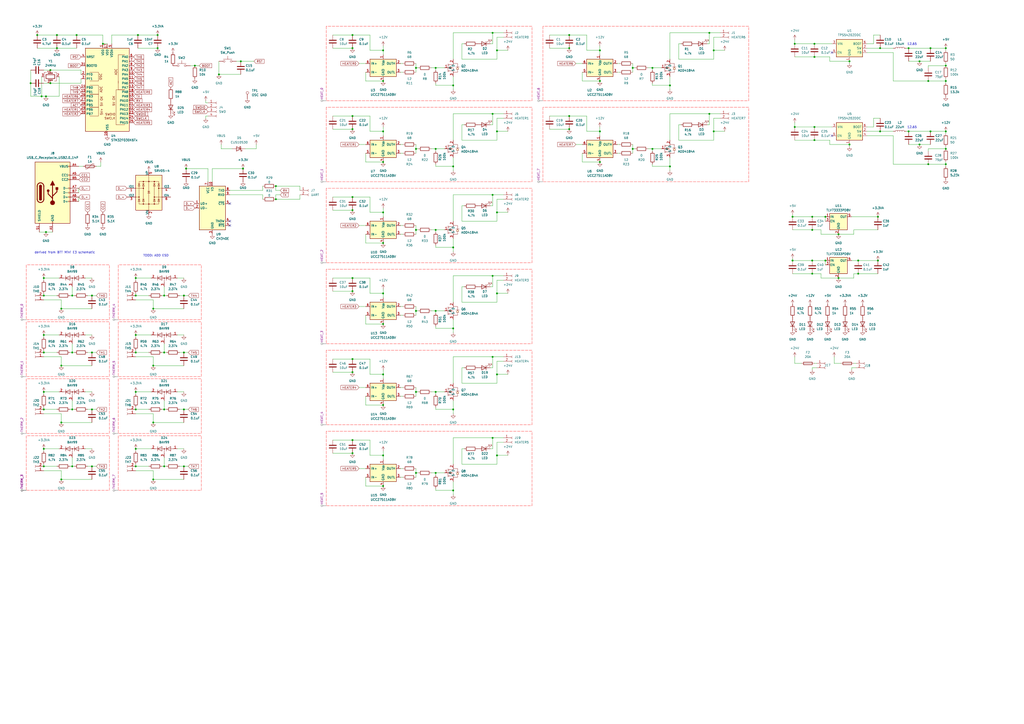
<source format=kicad_sch>
(kicad_sch (version 20250114) (generator "eeschema") (generator_version "9.0")
  (paper "A2")
  (text "derived from BTT Mini E3 schematic" (at 37.592 146.558 0) (effects (font (size 1.27 1.27))))
  (text "12.65" (at 529.082 73.914 0) (effects (font (size 1.27 1.27))))
  (text "12.65" (at 529.082 25.654 0) (effects (font (size 1.27 1.27))))
  (text "TOOD: ADD ESD" (at 90.424 148.336 0) (effects (font (size 1.27 1.27))))
  (junction (at 25.4 194.31))
  (junction (at 53.34 204.47))
  (junction (at 414.02 29.21))
  (junction (at 53.34 171.45))
  (junction (at 160.02 107.95))
  (junction (at 204.47 67.31))
  (junction (at 288.29 264.16))
  (junction (at 204.47 27.94))
  (junction (at 527.05 27.94))
  (junction (at 252.73 227.33))
  (junction (at 222.25 93.98))
  (junction (at 459.74 125.73))
  (junction (at 533.4 83.82))
  (junction (at 548.64 38.1))
  (junction (at 35.56 179.07))
  (junction (at 285.75 160.02))
  (junction (at 107.95 97.79))
  (junction (at 35.56 278.13))
  (junction (at 262.89 143.51))
  (junction (at 222.25 29.21))
  (junction (at 222.25 170.18))
  (junction (at 262.89 237.49))
  (junction (at 139.7 35.56))
  (junction (at 288.29 123.19))
  (junction (at 241.3 86.36))
  (junction (at 53.34 237.49))
  (junction (at 91.44 27.94))
  (junction (at 25.4 204.47))
  (junction (at 252.73 180.34))
  (junction (at 471.17 125.73))
  (junction (at 204.47 161.29))
  (junction (at 106.68 237.49))
  (junction (at 262.89 284.48))
  (junction (at 347.98 76.2))
  (junction (at 367.03 86.36))
  (junction (at 222.25 187.96))
  (junction (at 95.25 270.51))
  (junction (at 548.64 95.25))
  (junction (at 548.64 76.2))
  (junction (at 29.21 48.26))
  (junction (at 88.9 179.07))
  (junction (at 330.2 74.93))
  (junction (at 113.03 38.1))
  (junction (at 262.89 190.5))
  (junction (at 472.44 73.66))
  (junction (at 285.75 19.05))
  (junction (at 222.25 281.94))
  (junction (at 204.47 208.28))
  (junction (at 497.84 151.13))
  (junction (at 461.01 25.4))
  (junction (at 95.25 171.45))
  (junction (at 509.27 125.73))
  (junction (at 88.9 212.09))
  (junction (at 204.47 74.93))
  (junction (at 41.91 270.51))
  (junction (at 59.69 25.4))
  (junction (at 106.68 171.45))
  (junction (at 222.25 234.95))
  (junction (at 538.48 95.25))
  (junction (at 527.05 76.2))
  (junction (at 17.78 48.26))
  (junction (at 486.41 135.89))
  (junction (at 25.4 237.49))
  (junction (at 288.29 217.17))
  (junction (at 78.74 161.29))
  (junction (at 252.73 86.36))
  (junction (at 241.3 133.35))
  (junction (at 347.98 46.99))
  (junction (at 285.75 207.01))
  (junction (at 471.17 133.35))
  (junction (at 106.68 270.51))
  (junction (at 35.56 245.11))
  (junction (at 25.4 260.35))
  (junction (at 204.47 262.89))
  (junction (at 378.46 39.37))
  (junction (at 106.68 204.47))
  (junction (at 29.21 40.64))
  (junction (at 539.75 27.94))
  (junction (at 330.2 67.31))
  (junction (at 204.47 255.27))
  (junction (at 411.48 19.05))
  (junction (at 241.3 39.37))
  (junction (at 288.29 29.21))
  (junction (at 461.01 73.66))
  (junction (at 478.79 125.73))
  (junction (at 548.64 46.99))
  (junction (at 388.62 49.53))
  (junction (at 222.25 217.17))
  (junction (at 492.76 83.82))
  (junction (at 26.67 134.62))
  (junction (at 222.25 140.97))
  (junction (at 252.73 39.37))
  (junction (at 285.75 113.03))
  (junction (at 472.44 81.28))
  (junction (at 533.4 35.56))
  (junction (at 44.45 20.32))
  (junction (at 24.13 55.88))
  (junction (at 241.3 227.33))
  (junction (at 509.27 151.13))
  (junction (at 25.4 161.29))
  (junction (at 510.54 76.2))
  (junction (at 222.25 46.99))
  (junction (at 88.9 245.11))
  (junction (at 222.25 76.2))
  (junction (at 26.67 55.88))
  (junction (at 35.56 212.09))
  (junction (at 285.75 66.04))
  (junction (at 330.2 27.94))
  (junction (at 25.4 227.33))
  (junction (at 78.74 260.35))
  (junction (at 388.62 96.52))
  (junction (at 538.48 46.99))
  (junction (at 471.17 151.13))
  (junction (at 478.79 151.13))
  (junction (at 140.97 97.79))
  (junction (at 539.75 76.2))
  (junction (at 204.47 168.91))
  (junction (at 252.73 133.35))
  (junction (at 160.02 115.57))
  (junction (at 91.44 20.32))
  (junction (at 78.74 227.33))
  (junction (at 127 43.18))
  (junction (at 204.47 215.9))
  (junction (at 288.29 76.2))
  (junction (at 486.41 161.29))
  (junction (at 204.47 20.32))
  (junction (at 33.02 20.32))
  (junction (at 347.98 29.21))
  (junction (at 41.91 204.47))
  (junction (at 471.17 158.75))
  (junction (at 285.75 254))
  (junction (at 510.54 27.94))
  (junction (at 78.74 204.47))
  (junction (at 472.44 33.02))
  (junction (at 21.59 20.32))
  (junction (at 497.84 158.75))
  (junction (at 33.02 27.94))
  (junction (at 548.64 86.36))
  (junction (at 95.25 237.49))
  (junction (at 241.3 274.32))
  (junction (at 204.47 121.92))
  (junction (at 204.47 114.3))
  (junction (at 25.4 171.45))
  (junction (at 88.9 278.13))
  (junction (at 78.74 270.51))
  (junction (at 80.01 20.32))
  (junction (at 411.48 66.04))
  (junction (at 378.46 86.36))
  (junction (at 347.98 93.98))
  (junction (at 252.73 274.32))
  (junction (at 459.74 151.13))
  (junction (at 241.3 180.34))
  (junction (at 492.76 35.56))
  (junction (at 367.03 39.37))
  (junction (at 262.89 96.52))
  (junction (at 78.74 194.31))
  (junction (at 222.25 264.16))
  (junction (at 330.2 20.32))
  (junction (at 288.29 170.18))
  (junction (at 472.44 25.4))
  (junction (at 41.91 237.49))
  (junction (at 262.89 49.53))
  (junction (at 548.64 27.94))
  (junction (at 222.25 123.19))
  (junction (at 25.4 270.51))
  (junction (at 53.34 270.51))
  (junction (at 78.74 237.49))
  (junction (at 414.02 76.2))
  (junction (at 78.74 171.45))
  (junction (at 41.91 171.45))
  (junction (at 95.25 204.47))
  (no_connect (at 133.35 130.81))
  (no_connect (at 133.35 128.27))
  (no_connect (at 133.35 118.11))
  (no_connect (at 482.6 78.74))
  (no_connect (at 482.6 30.48))
  (wire (pts (xy 471.17 214.63) (xy 471.17 213.36)))
  (wire (pts (xy 193.04 121.92) (xy 204.47 121.92)))
  (wire (pts (xy 388.62 49.53) (xy 388.62 52.07)))
  (wire (pts (xy 148.59 86.36) (xy 148.59 83.82)))
  (wire (pts (xy 267.97 213.36) (xy 267.97 222.25)))
  (wire (pts (xy 262.89 143.51) (xy 262.89 146.05)))
  (wire (pts (xy 461.01 81.28) (xy 472.44 81.28)))
  (wire (pts (xy 53.34 227.33) (xy 49.53 227.33)))
  (wire (pts (xy 288.29 29.21) (xy 288.29 34.29)))
  (wire (pts (xy 262.89 254) (xy 262.89 269.24)))
  (wire (pts (xy 548.64 27.94) (xy 539.75 27.94)))
  (wire (pts (xy 347.98 29.21) (xy 340.36 29.21)))
  (wire (pts (xy 262.89 185.42) (xy 262.89 190.5)))
  (wire (pts (xy 358.14 36.83) (xy 359.41 36.83)))
  (wire (pts (xy 378.46 39.37) (xy 375.92 39.37)))
  (wire (pts (xy 193.04 114.3) (xy 204.47 114.3)))
  (wire (pts (xy 267.97 260.35) (xy 269.24 260.35)))
  (wire (pts (xy 285.75 119.38) (xy 285.75 113.03)))
  (wire (pts (xy 378.46 96.52) (xy 378.46 95.25)))
  (wire (pts (xy 262.89 66.04) (xy 285.75 66.04)))
  (wire (pts (xy 232.41 229.87) (xy 233.68 229.87)))
  (wire (pts (xy 538.48 86.36) (xy 548.64 86.36)))
  (wire (pts (xy 461.01 33.02) (xy 472.44 33.02)))
  (wire (pts (xy 106.68 227.33) (xy 102.87 227.33)))
  (wire (pts (xy 548.64 77.47) (xy 548.64 76.2)))
  (wire (pts (xy 459.74 125.73) (xy 471.17 125.73)))
  (wire (pts (xy 53.34 237.49) (xy 55.88 237.49)))
  (wire (pts (xy 173.99 107.95) (xy 173.99 110.49)))
  (wire (pts (xy 252.73 227.33) (xy 250.19 227.33)))
  (wire (pts (xy 208.28 271.78) (xy 212.09 271.78)))
  (wire (pts (xy 252.73 40.64) (xy 252.73 39.37)))
  (wire (pts (xy 232.41 135.89) (xy 233.68 135.89)))
  (wire (pts (xy 232.41 88.9) (xy 233.68 88.9)))
  (wire (pts (xy 212.09 93.98) (xy 222.25 93.98)))
  (wire (pts (xy 78.74 170.18) (xy 78.74 171.45)))
  (wire (pts (xy 262.89 138.43) (xy 262.89 143.51)))
  (wire (pts (xy 106.68 270.51) (xy 104.14 270.51)))
  (wire (pts (xy 527.05 83.82) (xy 533.4 83.82)))
  (wire (pts (xy 35.56 179.07) (xy 35.56 173.99)))
  (wire (pts (xy 88.9 278.13) (xy 106.68 278.13)))
  (wire (pts (xy 288.29 256.54) (xy 292.1 256.54)))
  (wire (pts (xy 494.03 213.36) (xy 496.57 213.36)))
  (wire (pts (xy 285.75 207.01) (xy 292.1 207.01)))
  (wire (pts (xy 93.98 204.47) (xy 95.25 204.47)))
  (wire (pts (xy 510.54 76.2) (xy 518.16 76.2)))
  (wire (pts (xy 518.16 46.99) (xy 538.48 46.99)))
  (wire (pts (xy 378.46 49.53) (xy 378.46 48.26)))
  (wire (pts (xy 241.3 130.81) (xy 241.3 133.35)))
  (wire (pts (xy 502.92 76.2) (xy 510.54 76.2)))
  (wire (pts (xy 257.81 133.35) (xy 252.73 133.35)))
  (wire (pts (xy 414.02 76.2) (xy 414.02 81.28)))
  (wire (pts (xy 25.4 194.31) (xy 25.4 195.58)))
  (wire (pts (xy 506.73 68.58) (xy 510.54 68.58)))
  (wire (pts (xy 214.63 255.27) (xy 204.47 255.27)))
  (wire (pts (xy 95.25 265.43) (xy 95.25 270.51)))
  (wire (pts (xy 288.29 123.19) (xy 294.64 123.19)))
  (wire (pts (xy 288.29 217.17) (xy 294.64 217.17)))
  (wire (pts (xy 471.17 158.75) (xy 476.25 158.75)))
  (wire (pts (xy 35.56 245.11) (xy 53.34 245.11)))
  (wire (pts (xy 483.87 207.01) (xy 483.87 210.82)))
  (wire (pts (xy 285.75 66.04) (xy 292.1 66.04)))
  (wire (pts (xy 222.25 120.65) (xy 222.25 123.19)))
  (wire (pts (xy 214.63 170.18) (xy 214.63 161.29)))
  (wire (pts (xy 214.63 29.21) (xy 214.63 20.32)))
  (wire (pts (xy 29.21 40.64) (xy 46.99 40.64)))
  (wire (pts (xy 527.05 27.94) (xy 539.75 27.94)))
  (wire (pts (xy 388.62 91.44) (xy 388.62 96.52)))
  (wire (pts (xy 35.56 179.07) (xy 53.34 179.07)))
  (wire (pts (xy 41.91 166.37) (xy 41.91 171.45)))
  (wire (pts (xy 476.25 158.75) (xy 476.25 161.29)))
  (wire (pts (xy 267.97 166.37) (xy 267.97 175.26)))
  (wire (pts (xy 267.97 81.28) (xy 288.29 81.28)))
  (wire (pts (xy 241.3 224.79) (xy 241.3 227.33)))
  (wire (pts (xy 35.56 278.13) (xy 53.34 278.13)))
  (wire (pts (xy 193.04 215.9) (xy 204.47 215.9)))
  (wire (pts (xy 506.73 20.32) (xy 510.54 20.32)))
  (wire (pts (xy 518.16 95.25) (xy 538.48 95.25)))
  (wire (pts (xy 388.62 66.04) (xy 411.48 66.04)))
  (wire (pts (xy 160.02 107.95) (xy 173.99 107.95)))
  (wire (pts (xy 318.77 67.31) (xy 330.2 67.31)))
  (wire (pts (xy 257.81 39.37) (xy 252.73 39.37)))
  (wire (pts (xy 548.64 93.98) (xy 548.64 95.25)))
  (wire (pts (xy 367.03 86.36) (xy 367.03 88.9)))
  (wire (pts (xy 262.89 113.03) (xy 262.89 128.27)))
  (wire (pts (xy 214.63 264.16) (xy 214.63 255.27)))
  (wire (pts (xy 285.75 119.38) (xy 284.48 119.38)))
  (wire (pts (xy 35.56 173.99) (xy 25.4 173.99)))
  (wire (pts (xy 367.03 86.36) (xy 368.3 86.36)))
  (wire (pts (xy 262.89 113.03) (xy 285.75 113.03)))
  (wire (pts (xy 193.04 255.27) (xy 204.47 255.27)))
  (wire (pts (xy 17.78 40.64) (xy 17.78 48.26)))
  (wire (pts (xy 257.81 180.34) (xy 252.73 180.34)))
  (wire (pts (xy 459.74 133.35) (xy 471.17 133.35)))
  (wire (pts (xy 459.74 158.75) (xy 471.17 158.75)))
  (wire (pts (xy 495.3 210.82) (xy 496.57 210.82)))
  (wire (pts (xy 127 35.56) (xy 127 43.18)))
  (wire (pts (xy 232.41 130.81) (xy 233.68 130.81)))
  (wire (pts (xy 25.4 170.18) (xy 25.4 171.45)))
  (wire (pts (xy 241.3 180.34) (xy 241.3 182.88)))
  (wire (pts (xy 53.34 270.51) (xy 55.88 270.51)))
  (wire (pts (xy 393.7 25.4) (xy 393.7 34.29)))
  (wire (pts (xy 25.4 40.64) (xy 29.21 40.64)))
  (wire (pts (xy 252.73 284.48) (xy 252.73 283.21)))
  (wire (pts (xy 252.73 39.37) (xy 250.19 39.37)))
  (wire (pts (xy 285.75 160.02) (xy 292.1 160.02)))
  (wire (pts (xy 34.29 194.31) (xy 25.4 194.31)))
  (wire (pts (xy 481.33 83.82) (xy 492.76 83.82)))
  (wire (pts (xy 414.02 29.21) (xy 414.02 34.29)))
  (wire (pts (xy 262.89 66.04) (xy 262.89 81.28)))
  (wire (pts (xy 212.09 187.96) (xy 222.25 187.96)))
  (wire (pts (xy 214.63 20.32) (xy 204.47 20.32)))
  (wire (pts (xy 285.75 25.4) (xy 285.75 19.05)))
  (wire (pts (xy 87.63 161.29) (xy 78.74 161.29)))
  (wire (pts (xy 318.77 27.94) (xy 330.2 27.94)))
  (wire (pts (xy 527.05 35.56) (xy 533.4 35.56)))
  (wire (pts (xy 45.72 109.22) (xy 45.72 111.76)))
  (wire (pts (xy 160.02 115.57) (xy 173.99 115.57)))
  (wire (pts (xy 120.65 97.79) (xy 120.65 105.41)))
  (wire (pts (xy 393.7 25.4) (xy 394.97 25.4)))
  (wire (pts (xy 193.04 161.29) (xy 204.47 161.29)))
  (wire (pts (xy 267.97 269.24) (xy 288.29 269.24)))
  (wire (pts (xy 388.62 19.05) (xy 388.62 34.29)))
  (wire (pts (xy 222.25 264.16) (xy 214.63 264.16)))
  (wire (pts (xy 411.48 72.39) (xy 410.21 72.39)))
  (wire (pts (xy 481.33 81.28) (xy 481.33 83.82)))
  (wire (pts (xy 193.04 67.31) (xy 204.47 67.31)))
  (wire (pts (xy 393.7 81.28) (xy 414.02 81.28)))
  (wire (pts (xy 78.74 269.24) (xy 78.74 270.51)))
  (wire (pts (xy 288.29 264.16) (xy 294.64 264.16)))
  (wire (pts (xy 288.29 217.17) (xy 288.29 222.25)))
  (wire (pts (xy 64.77 20.32) (xy 80.01 20.32)))
  (wire (pts (xy 212.09 182.88) (xy 212.09 187.96)))
  (wire (pts (xy 25.4 204.47) (xy 33.02 204.47)))
  (wire (pts (xy 119.38 67.31) (xy 120.65 67.31)))
  (wire (pts (xy 257.81 86.36) (xy 252.73 86.36)))
  (wire (pts (xy 214.63 67.31) (xy 204.47 67.31)))
  (wire (pts (xy 252.73 180.34) (xy 250.19 180.34)))
  (wire (pts (xy 347.98 26.67) (xy 347.98 29.21)))
  (wire (pts (xy 252.73 133.35) (xy 250.19 133.35)))
  (wire (pts (xy 25.4 171.45) (xy 33.02 171.45)))
  (wire (pts (xy 262.89 190.5) (xy 262.89 193.04)))
  (wire (pts (xy 241.3 274.32) (xy 241.3 276.86)))
  (wire (pts (xy 267.97 34.29) (xy 288.29 34.29)))
  (wire (pts (xy 257.81 227.33) (xy 252.73 227.33)))
  (wire (pts (xy 88.9 240.03) (xy 78.74 240.03)))
  (wire (pts (xy 33.02 27.94) (xy 44.45 27.94)))
  (wire (pts (xy 241.3 274.32) (xy 242.57 274.32)))
  (wire (pts (xy 173.99 115.57) (xy 173.99 113.03)))
  (wire (pts (xy 80.01 20.32) (xy 91.44 20.32)))
  (wire (pts (xy 17.78 48.26) (xy 17.78 55.88)))
  (wire (pts (xy 527.05 76.2) (xy 539.75 76.2)))
  (wire (pts (xy 358.14 88.9) (xy 359.41 88.9)))
  (wire (pts (xy 337.82 93.98) (xy 347.98 93.98)))
  (wire (pts (xy 538.48 46.99) (xy 548.64 46.99)))
  (wire (pts (xy 78.74 171.45) (xy 86.36 171.45)))
  (wire (pts (xy 252.73 96.52) (xy 262.89 96.52)))
  (wire (pts (xy 518.16 95.25) (xy 518.16 78.74)))
  (wire (pts (xy 472.44 81.28) (xy 481.33 81.28)))
  (wire (pts (xy 222.25 29.21) (xy 214.63 29.21)))
  (wire (pts (xy 548.64 29.21) (xy 548.64 27.94)))
  (wire (pts (xy 123.19 97.79) (xy 123.19 105.41)))
  (wire (pts (xy 340.36 67.31) (xy 330.2 67.31)))
  (wire (pts (xy 88.9 179.07) (xy 88.9 173.99)))
  (wire (pts (xy 497.84 151.13) (xy 509.27 151.13)))
  (wire (pts (xy 222.25 76.2) (xy 222.25 78.74)))
  (wire (pts (xy 35.56 212.09) (xy 53.34 212.09)))
  (wire (pts (xy 411.48 72.39) (xy 411.48 66.04)))
  (wire (pts (xy 222.25 170.18) (xy 214.63 170.18)))
  (wire (pts (xy 53.34 204.47) (xy 55.88 204.47)))
  (wire (pts (xy 78.74 236.22) (xy 78.74 237.49)))
  (wire (pts (xy 222.25 170.18) (xy 222.25 172.72)))
  (wire (pts (xy 87.63 260.35) (xy 78.74 260.35)))
  (wire (pts (xy 252.73 49.53) (xy 252.73 48.26)))
  (wire (pts (xy 347.98 76.2) (xy 347.98 78.74)))
  (wire (pts (xy 285.75 213.36) (xy 284.48 213.36)))
  (wire (pts (xy 53.34 237.49) (xy 50.8 237.49)))
  (wire (pts (xy 222.25 29.21) (xy 222.25 31.75)))
  (wire (pts (xy 241.3 36.83) (xy 241.3 39.37)))
  (wire (pts (xy 88.9 173.99) (xy 78.74 173.99)))
  (wire (pts (xy 208.28 130.81) (xy 212.09 130.81)))
  (wire (pts (xy 252.73 190.5) (xy 252.73 189.23)))
  (wire (pts (xy 267.97 25.4) (xy 267.97 34.29)))
  (wire (pts (xy 232.41 271.78) (xy 233.68 271.78)))
  (wire (pts (xy 95.25 237.49) (xy 96.52 237.49)))
  (wire (pts (xy 252.73 134.62) (xy 252.73 133.35)))
  (wire (pts (xy 267.97 260.35) (xy 267.97 269.24)))
  (wire (pts (xy 93.98 171.45) (xy 95.25 171.45)))
  (wire (pts (xy 55.88 96.52) (xy 58.42 96.52)))
  (wire (pts (xy 119.38 68.58) (xy 119.38 67.31)))
  (wire (pts (xy 525.78 76.2) (xy 527.05 76.2)))
  (wire (pts (xy 95.25 166.37) (xy 95.25 171.45)))
  (wire (pts (xy 33.02 20.32) (xy 44.45 20.32)))
  (wire (pts (xy 41.91 199.39) (xy 41.91 204.47)))
  (wire (pts (xy 222.25 123.19) (xy 222.25 125.73)))
  (wire (pts (xy 222.25 123.19) (xy 214.63 123.19)))
  (wire (pts (xy 40.64 270.51) (xy 41.91 270.51)))
  (wire (pts (xy 222.25 261.62) (xy 222.25 264.16)))
  (wire (pts (xy 288.29 29.21) (xy 294.64 29.21)))
  (wire (pts (xy 486.41 161.29) (xy 495.3 161.29)))
  (wire (pts (xy 78.74 161.29) (xy 78.74 162.56)))
  (wire (pts (xy 393.7 72.39) (xy 394.97 72.39)))
  (wire (pts (xy 162.56 113.03) (xy 160.02 113.03)))
  (wire (pts (xy 214.63 114.3) (xy 204.47 114.3)))
  (wire (pts (xy 21.59 27.94) (xy 33.02 27.94)))
  (wire (pts (xy 88.9 212.09) (xy 106.68 212.09)))
  (wire (pts (xy 471.17 151.13) (xy 478.79 151.13)))
  (wire (pts (xy 267.97 175.26) (xy 288.29 175.26)))
  (wire (pts (xy 288.29 115.57) (xy 292.1 115.57)))
  (wire (pts (xy 241.3 86.36) (xy 241.3 88.9)))
  (wire (pts (xy 367.03 39.37) (xy 367.03 41.91)))
  (wire (pts (xy 222.25 214.63) (xy 222.25 217.17)))
  (wire (pts (xy 208.28 177.8) (xy 212.09 177.8)))
  (wire (pts (xy 232.41 182.88) (xy 233.68 182.88)))
  (wire (pts (xy 78.74 227.33) (xy 78.74 228.6)))
  (wire (pts (xy 506.73 68.58) (xy 506.73 73.66)))
  (wire (pts (xy 88.9 212.09) (xy 88.9 207.01)))
  (wire (pts (xy 518.16 78.74) (xy 502.92 78.74)))
  (wire (pts (xy 461.01 25.4) (xy 461.01 22.86)))
  (wire (pts (xy 411.48 25.4) (xy 411.48 19.05)))
  (wire (pts (xy 288.29 21.59) (xy 292.1 21.59)))
  (wire (pts (xy 378.46 86.36) (xy 375.92 86.36)))
  (wire (pts (xy 288.29 217.17) (xy 288.29 209.55)))
  (wire (pts (xy 53.34 270.51) (xy 50.8 270.51)))
  (wire (pts (xy 22.86 134.62) (xy 26.67 134.62)))
  (wire (pts (xy 212.09 276.86) (xy 212.09 281.94)))
  (wire (pts (xy 506.73 20.32) (xy 506.73 25.4)))
  (wire (pts (xy 127 43.18) (xy 139.7 43.18)))
  (wire (pts (xy 40.64 237.49) (xy 41.91 237.49)))
  (wire (pts (xy 78.74 237.49) (xy 86.36 237.49)))
  (wire (pts (xy 495.3 135.89) (xy 495.3 133.35)))
  (wire (pts (xy 262.89 160.02) (xy 262.89 175.26)))
  (wire (pts (xy 486.41 135.89) (xy 495.3 135.89)))
  (wire (pts (xy 495.3 133.35) (xy 509.27 133.35)))
  (wire (pts (xy 388.62 44.45) (xy 388.62 49.53)))
  (wire (pts (xy 334.01 83.82) (xy 337.82 83.82)))
  (wire (pts (xy 40.64 204.47) (xy 41.91 204.47)))
  (wire (pts (xy 358.14 83.82) (xy 359.41 83.82)))
  (wire (pts (xy 414.02 21.59) (xy 417.83 21.59)))
  (wire (pts (xy 285.75 72.39) (xy 284.48 72.39)))
  (wire (pts (xy 538.48 38.1) (xy 548.64 38.1)))
  (wire (pts (xy 414.02 29.21) (xy 420.37 29.21)))
  (wire (pts (xy 212.09 46.99) (xy 222.25 46.99)))
  (wire (pts (xy 95.25 171.45) (xy 96.52 171.45)))
  (wire (pts (xy 471.17 133.35) (xy 476.25 133.35)))
  (wire (pts (xy 262.89 284.48) (xy 262.89 287.02)))
  (wire (pts (xy 34.29 227.33) (xy 25.4 227.33)))
  (wire (pts (xy 257.81 274.32) (xy 252.73 274.32)))
  (wire (pts (xy 214.63 123.19) (xy 214.63 114.3)))
  (wire (pts (xy 44.45 20.32) (xy 59.69 20.32)))
  (wire (pts (xy 267.97 222.25) (xy 288.29 222.25)))
  (wire (pts (xy 93.98 270.51) (xy 95.25 270.51)))
  (wire (pts (xy 367.03 36.83) (xy 367.03 39.37)))
  (wire (pts (xy 262.89 254) (xy 285.75 254)))
  (wire (pts (xy 41.91 270.51) (xy 43.18 270.51)))
  (wire (pts (xy 88.9 207.01) (xy 78.74 207.01)))
  (wire (pts (xy 285.75 260.35) (xy 284.48 260.35)))
  (wire (pts (xy 25.4 269.24) (xy 25.4 270.51)))
  (wire (pts (xy 411.48 19.05) (xy 417.83 19.05)))
  (wire (pts (xy 337.82 88.9) (xy 337.82 93.98)))
  (wire (pts (xy 208.28 83.82) (xy 212.09 83.82)))
  (wire (pts (xy 25.4 227.33) (xy 25.4 228.6)))
  (wire (pts (xy 106.68 171.45) (xy 109.22 171.45)))
  (wire (pts (xy 476.25 161.29) (xy 486.41 161.29)))
  (wire (pts (xy 252.73 96.52) (xy 252.73 95.25)))
  (wire (pts (xy 481.33 33.02) (xy 481.33 35.56)))
  (wire (pts (xy 285.75 260.35) (xy 285.75 254)))
  (wire (pts (xy 193.04 168.91) (xy 204.47 168.91)))
  (wire (pts (xy 461.01 210.82) (xy 464.82 210.82)))
  (wire (pts (xy 478.79 151.13) (xy 478.79 153.67)))
  (wire (pts (xy 193.04 27.94) (xy 204.47 27.94)))
  (wire (pts (xy 548.64 45.72) (xy 548.64 46.99)))
  (wire (pts (xy 45.72 114.3) (xy 45.72 116.84)))
  (wire (pts (xy 93.98 237.49) (xy 95.25 237.49)))
  (wire (pts (xy 378.46 96.52) (xy 388.62 96.52)))
  (wire (pts (xy 241.3 227.33) (xy 242.57 227.33)))
  (wire (pts (xy 548.64 95.25) (xy 548.64 96.52)))
  (wire (pts (xy 41.91 171.45) (xy 43.18 171.45)))
  (wire (pts (xy 393.7 34.29) (xy 414.02 34.29)))
  (wire (pts (xy 252.73 237.49) (xy 252.73 236.22)))
  (wire (pts (xy 461.01 25.4) (xy 472.44 25.4)))
  (wire (pts (xy 548.64 46.99) (xy 548.64 48.26)))
  (wire (pts (xy 222.25 217.17) (xy 222.25 219.71)))
  (wire (pts (xy 46.99 48.26) (xy 46.99 45.72)))
  (wire (pts (xy 222.25 217.17) (xy 214.63 217.17)))
  (wire (pts (xy 106.68 171.45) (xy 104.14 171.45)))
  (wire (pts (xy 193.04 74.93) (xy 204.47 74.93)))
  (wire (pts (xy 241.3 133.35) (xy 241.3 135.89)))
  (wire (pts (xy 34.29 44.45) (xy 34.29 55.88)))
  (wire (pts (xy 267.97 213.36) (xy 269.24 213.36)))
  (wire (pts (xy 106.68 194.31) (xy 102.87 194.31)))
  (wire (pts (xy 34.29 55.88) (xy 26.67 55.88)))
  (wire (pts (xy 414.02 76.2) (xy 420.37 76.2)))
  (wire (pts (xy 288.29 76.2) (xy 294.64 76.2)))
  (wire (pts (xy 502.92 27.94) (xy 510.54 27.94)))
  (wire (pts (xy 461.01 207.01) (xy 461.01 210.82)))
  (wire (pts (xy 411.48 25.4) (xy 410.21 25.4)))
  (wire (pts (xy 476.25 135.89) (xy 486.41 135.89)))
  (wire (pts (xy 285.75 113.03) (xy 292.1 113.03)))
  (wire (pts (xy 267.97 119.38) (xy 267.97 128.27)))
  (wire (pts (xy 214.63 217.17) (xy 214.63 208.28)))
  (wire (pts (xy 267.97 72.39) (xy 267.97 81.28)))
  (wire (pts (xy 106.68 237.49) (xy 104.14 237.49)))
  (wire (pts (xy 25.4 260.35) (xy 25.4 261.62)))
  (wire (pts (xy 538.48 39.37) (xy 538.48 38.1)))
  (wire (pts (xy 80.01 27.94) (xy 91.44 27.94)))
  (wire (pts (xy 95.25 232.41) (xy 95.25 237.49)))
  (wire (pts (xy 106.68 204.47) (xy 104.14 204.47)))
  (wire (pts (xy 222.25 264.16) (xy 222.25 266.7)))
  (wire (pts (xy 78.74 260.35) (xy 78.74 261.62)))
  (wire (pts (xy 78.74 194.31) (xy 78.74 195.58)))
  (wire (pts (xy 414.02 76.2) (xy 414.02 68.58)))
  (wire (pts (xy 262.89 49.53) (xy 262.89 52.07)))
  (wire (pts (xy 35.56 278.13) (xy 35.56 273.05)))
  (wire (pts (xy 548.64 85.09) (xy 548.64 86.36)))
  (wire (pts (xy 495.3 158.75) (xy 497.84 158.75)))
  (wire (pts (xy 367.03 83.82) (xy 367.03 86.36)))
  (wire (pts (xy 106.68 204.47) (xy 109.22 204.47)))
  (wire (pts (xy 533.4 83.82) (xy 539.75 83.82)))
  (wire (pts (xy 285.75 213.36) (xy 285.75 207.01)))
  (wire (pts (xy 494.03 151.13) (xy 497.84 151.13)))
  (wire (pts (xy 25.4 237.49) (xy 33.02 237.49)))
  (wire (pts (xy 35.56 245.11) (xy 35.56 240.03)))
  (wire (pts (xy 214.63 208.28) (xy 204.47 208.28)))
  (wire (pts (xy 26.67 55.88) (xy 24.13 55.88)))
  (wire (pts (xy 483.87 210.82) (xy 487.68 210.82)))
  (wire (pts (xy 252.73 190.5) (xy 262.89 190.5)))
  (wire (pts (xy 24.13 44.45) (xy 24.13 55.88)))
  (wire (pts (xy 59.69 25.4) (xy 59.69 20.32)))
  (wire (pts (xy 478.79 125.73) (xy 478.79 128.27)))
  (wire (pts (xy 472.44 73.66) (xy 482.6 73.66)))
  (wire (pts (xy 497.84 158.75) (xy 509.27 158.75)))
  (wire (pts (xy 383.54 39.37) (xy 378.46 39.37)))
  (wire (pts (xy 285.75 19.05) (xy 292.1 19.05)))
  (wire (pts (xy 78.74 270.51) (xy 86.36 270.51)))
  (wire (pts (xy 222.25 26.67) (xy 222.25 29.21)))
  (wire (pts (xy 53.34 171.45) (xy 50.8 171.45)))
  (wire (pts (xy 318.77 74.93) (xy 330.2 74.93)))
  (wire (pts (xy 262.89 207.01) (xy 262.89 222.25)))
  (wire (pts (xy 160.02 107.95) (xy 160.02 110.49)))
  (wire (pts (xy 106.68 260.35) (xy 102.87 260.35)))
  (wire (pts (xy 232.41 276.86) (xy 233.68 276.86)))
  (wire (pts (xy 378.46 87.63) (xy 378.46 86.36)))
  (wire (pts (xy 262.89 160.02) (xy 285.75 160.02)))
  (wire (pts (xy 285.75 72.39) (xy 285.75 66.04)))
  (wire (pts (xy 378.46 40.64) (xy 378.46 39.37)))
  (wire (pts (xy 252.73 237.49) (xy 262.89 237.49)))
  (wire (pts (xy 506.73 73.66) (xy 502.92 73.66)))
  (wire (pts (xy 267.97 72.39) (xy 269.24 72.39)))
  (wire (pts (xy 241.3 39.37) (xy 242.57 39.37)))
  (wire (pts (xy 25.4 48.26) (xy 29.21 48.26)))
  (wire (pts (xy 347.98 76.2) (xy 340.36 76.2)))
  (wire (pts (xy 45.72 96.52) (xy 48.26 96.52)))
  (wire (pts (xy 252.73 228.6) (xy 252.73 227.33)))
  (wire (pts (xy 113.03 38.1) (xy 115.57 38.1)))
  (wire (pts (xy 34.29 260.35) (xy 25.4 260.35)))
  (wire (pts (xy 25.4 270.51) (xy 33.02 270.51)))
  (wire (pts (xy 538.48 95.25) (xy 548.64 95.25)))
  (wire (pts (xy 41.91 204.47) (xy 43.18 204.47)))
  (wire (pts (xy 87.63 227.33) (xy 78.74 227.33)))
  (wire (pts (xy 88.9 245.11) (xy 106.68 245.11)))
  (wire (pts (xy 64.77 25.4) (xy 64.77 20.32)))
  (wire (pts (xy 285.75 166.37) (xy 285.75 160.02)))
  (wire (pts (xy 232.41 36.83) (xy 233.68 36.83)))
  (wire (pts (xy 58.42 96.52) (xy 58.42 93.98)))
  (wire (pts (xy 212.09 229.87) (xy 212.09 234.95)))
  (wire (pts (xy 262.89 96.52) (xy 262.89 99.06)))
  (wire (pts (xy 40.64 171.45) (xy 41.91 171.45)))
  (wire (pts (xy 107.95 97.79) (xy 120.65 97.79)))
  (wire (pts (xy 106.68 237.49) (xy 109.22 237.49)))
  (wire (pts (xy 232.41 224.79) (xy 233.68 224.79)))
  (wire (pts (xy 139.7 35.56) (xy 147.32 35.56)))
  (wire (pts (xy 262.89 207.01) (xy 285.75 207.01)))
  (wire (pts (xy 461.01 73.66) (xy 472.44 73.66)))
  (wire (pts (xy 25.4 203.2) (xy 25.4 204.47)))
  (wire (pts (xy 88.9 273.05) (xy 78.74 273.05)))
  (wire (pts (xy 414.02 68.58) (xy 417.83 68.58)))
  (wire (pts (xy 252.73 284.48) (xy 262.89 284.48)))
  (wire (pts (xy 208.28 36.83) (xy 212.09 36.83)))
  (wire (pts (xy 288.29 123.19) (xy 288.29 128.27)))
  (wire (pts (xy 133.35 113.03) (xy 152.4 113.03)))
  (wire (pts (xy 481.33 35.56) (xy 492.76 35.56)))
  (wire (pts (xy 262.89 237.49) (xy 262.89 240.03)))
  (wire (pts (xy 34.29 161.29) (xy 25.4 161.29)))
  (wire (pts (xy 378.46 49.53) (xy 388.62 49.53)))
  (wire (pts (xy 119.38 58.42) (xy 119.38 59.69)))
  (wire (pts (xy 128.27 86.36) (xy 128.27 83.82)))
  (wire (pts (xy 318.77 20.32) (xy 330.2 20.32)))
  (wire (pts (xy 548.64 36.83) (xy 548.64 38.1)))
  (wire (pts (xy 193.04 262.89) (xy 204.47 262.89)))
  (wire (pts (xy 461.01 73.66) (xy 461.01 71.12)))
  (wire (pts (xy 53.34 204.47) (xy 50.8 204.47)))
  (wire (pts (xy 119.38 59.69) (xy 120.65 59.69)))
  (wire (pts (xy 137.16 35.56) (xy 139.7 35.56)))
  (wire (pts (xy 46.99 40.64) (xy 46.99 43.18)))
  (wire (pts (xy 267.97 128.27) (xy 288.29 128.27)))
  (wire (pts (xy 388.62 66.04) (xy 388.62 81.28)))
  (wire (pts (xy 113.03 38.1) (xy 110.49 38.1)))
  (wire (pts (xy 95.25 199.39) (xy 95.25 204.47)))
  (wire (pts (xy 232.41 83.82) (xy 233.68 83.82)))
  (wire (pts (xy 241.3 177.8) (xy 241.3 180.34)))
  (wire (pts (xy 367.03 39.37) (xy 368.3 39.37)))
  (wire (pts (xy 288.29 209.55) (xy 292.1 209.55)))
  (wire (pts (xy 267.97 166.37) (xy 269.24 166.37)))
  (wire (pts (xy 393.7 72.39) (xy 393.7 81.28)))
  (wire (pts (xy 252.73 86.36) (xy 250.19 86.36)))
  (wire (pts (xy 472.44 210.82) (xy 473.71 210.82)))
  (wire (pts (xy 358.14 41.91) (xy 359.41 41.91)))
  (wire (pts (xy 533.4 35.56) (xy 539.75 35.56)))
  (wire (pts (xy 252.73 274.32) (xy 250.19 274.32)))
  (wire (pts (xy 472.44 25.4) (xy 482.6 25.4)))
  (wire (pts (xy 95.25 204.47) (xy 96.52 204.47)))
  (wire (pts (xy 35.56 240.03) (xy 25.4 240.03)))
  (wire (pts (xy 212.09 140.97) (xy 222.25 140.97)))
  (wire (pts (xy 123.19 97.79) (xy 140.97 97.79)))
  (wire (pts (xy 506.73 25.4) (xy 502.92 25.4)))
  (wire (pts (xy 262.89 279.4) (xy 262.89 284.48)))
  (wire (pts (xy 525.78 27.94) (xy 527.05 27.94)))
  (wire (pts (xy 334.01 36.83) (xy 337.82 36.83)))
  (wire (pts (xy 53.34 171.45) (xy 55.88 171.45)))
  (wire (pts (xy 288.29 123.19) (xy 288.29 115.57)))
  (wire (pts (xy 288.29 76.2) (xy 288.29 68.58)))
  (wire (pts (xy 222.25 73.66) (xy 222.25 76.2)))
  (wire (pts (xy 41.91 237.49) (xy 43.18 237.49)))
  (wire (pts (xy 78.74 203.2) (xy 78.74 204.47)))
  (wire (pts (xy 212.09 135.89) (xy 212.09 140.97)))
  (wire (pts (xy 388.62 96.52) (xy 388.62 99.06)))
  (wire (pts (xy 212.09 41.91) (xy 212.09 46.99)))
  (wire (pts (xy 347.98 29.21) (xy 347.98 31.75)))
  (wire (pts (xy 337.82 41.91) (xy 337.82 46.99)))
  (wire (pts (xy 106.68 270.51) (xy 109.22 270.51)))
  (wire (pts (xy 262.89 19.05) (xy 285.75 19.05)))
  (wire (pts (xy 26.67 134.62) (xy 30.48 134.62)))
  (wire (pts (xy 340.36 29.21) (xy 340.36 20.32)))
  (wire (pts (xy 252.73 181.61) (xy 252.73 180.34)))
  (wire (pts (xy 53.34 194.31) (xy 49.53 194.31)))
  (wire (pts (xy 87.63 194.31) (xy 78.74 194.31)))
  (wire (pts (xy 241.3 271.78) (xy 241.3 274.32)))
  (wire (pts (xy 340.36 20.32) (xy 330.2 20.32)))
  (wire (pts (xy 252.73 87.63) (xy 252.73 86.36)))
  (wire (pts (xy 25.4 236.22) (xy 25.4 237.49)))
  (wire (pts (xy 459.74 149.86) (xy 459.74 151.13)))
  (wire (pts (xy 414.02 29.21) (xy 414.02 21.59)))
  (wire (pts (xy 222.25 76.2) (xy 214.63 76.2)))
  (wire (pts (xy 35.56 212.09) (xy 35.56 207.01)))
  (wire (pts (xy 288.29 162.56) (xy 292.1 162.56)))
  (wire (pts (xy 262.89 44.45) (xy 262.89 49.53)))
  (wire (pts (xy 492.76 35.56) (xy 492.76 36.83)))
  (wire (pts (xy 518.16 46.99) (xy 518.16 30.48)))
  (wire (pts (xy 193.04 208.28) (xy 204.47 208.28)))
  (wire (pts (xy 241.3 133.35) (xy 242.57 133.35)))
  (wire (pts (xy 134.62 86.36) (xy 128.27 86.36)))
  (wire (pts (xy 252.73 49.53) (xy 262.89 49.53)))
  (wire (pts (xy 241.3 86.36) (xy 242.57 86.36)))
  (wire (pts (xy 288.29 170.18) (xy 288.29 175.26)))
  (wire (pts (xy 241.3 39.37) (xy 241.3 41.91)))
  (wire (pts (xy 241.3 83.82) (xy 241.3 86.36)))
  (wire (pts (xy 152.4 113.03) (xy 152.4 115.57)))
  (wire (pts (xy 262.89 232.41) (xy 262.89 237.49)))
  (wire (pts (xy 262.89 91.44) (xy 262.89 96.52)))
  (wire (pts (xy 267.97 25.4) (xy 269.24 25.4)))
  (wire (pts (xy 214.63 161.29) (xy 204.47 161.29)))
  (wire (pts (xy 267.97 119.38) (xy 269.24 119.38)))
  (wire (pts (xy 288.29 170.18) (xy 294.64 170.18)))
  (wire (pts (xy 41.91 232.41) (xy 41.91 237.49)))
  (wire (pts (xy 152.4 107.95) (xy 152.4 110.49)))
  (wire (pts (xy 208.28 224.79) (xy 212.09 224.79)))
  (wire (pts (xy 288.29 170.18) (xy 288.29 162.56)))
  (wire (pts (xy 78.74 204.47) (xy 86.36 204.47)))
  (wire (pts (xy 53.34 161.29) (xy 49.53 161.29)))
  (wire (pts (xy 252.73 143.51) (xy 262.89 143.51)))
  (wire (pts (xy 285.75 166.37) (xy 284.48 166.37)))
  (wire (pts (xy 241.3 180.34) (xy 242.57 180.34)))
  (wire (pts (xy 35.56 273.05) (xy 25.4 273.05)))
  (wire (pts (xy 252.73 143.51) (xy 252.73 142.24)))
  (wire (pts (xy 35.56 207.01) (xy 25.4 207.01)))
  (wire (pts (xy 285.75 254) (xy 292.1 254)))
  (wire (pts (xy 471.17 125.73) (xy 478.79 125.73)))
  (wire (pts (xy 472.44 33.02) (xy 481.33 33.02)))
  (wire (pts (xy 214.63 76.2) (xy 214.63 67.31)))
  (wire (pts (xy 232.41 177.8) (xy 233.68 177.8)))
  (wire (pts (xy 494.03 125.73) (xy 509.27 125.73)))
  (wire (pts (xy 25.4 161.29) (xy 25.4 162.56)))
  (wire (pts (xy 288.29 68.58) (xy 292.1 68.58)))
  (wire (pts (xy 383.54 86.36) (xy 378.46 86.36)))
  (wire (pts (xy 212.09 281.94) (xy 222.25 281.94)))
  (wire (pts (xy 41.91 265.43) (xy 41.91 270.51)))
  (wire (pts (xy 495.3 161.29) (xy 495.3 158.75)))
  (wire (pts (xy 160.02 113.03) (xy 160.02 115.57)))
  (wire (pts (xy 193.04 20.32) (xy 204.47 20.32)))
  (wire (pts (xy 518.16 30.48) (xy 502.92 30.48)))
  (wire (pts (xy 494.03 214.63) (xy 494.03 213.36)))
  (wire (pts (xy 471.17 213.36) (xy 473.71 213.36)))
  (wire (pts (xy 252.73 275.59) (xy 252.73 274.32)))
  (wire (pts (xy 340.36 76.2) (xy 340.36 67.31)))
  (wire (pts (xy 285.75 25.4) (xy 284.48 25.4)))
  (wire (pts (xy 53.34 260.35) (xy 49.53 260.35)))
  (wire (pts (xy 212.09 88.9) (xy 212.09 93.98)))
  (wire (pts (xy 492.76 83.82) (xy 492.76 85.09)))
  (wire (pts (xy 262.89 19.05) (xy 262.89 34.29)))
  (wire (pts (xy 24.13 55.88) (xy 17.78 55.88)))
  (wire (pts (xy 288.29 76.2) (xy 288.29 81.28)))
  (wire (pts (xy 152.4 110.49) (xy 133.35 110.49)))
  (wire (pts (xy 347.98 73.66) (xy 347.98 76.2)))
  (wire (pts (xy 88.9 245.11) (xy 88.9 240.03)))
  (wire (pts (xy 476.25 133.35) (xy 476.25 135.89)))
  (wire (pts (xy 241.3 227.33) (xy 241.3 229.87)))
  (wire (pts (xy 459.74 151.13) (xy 471.17 151.13)))
  (wire (pts (xy 212.09 234.95) (xy 222.25 234.95)))
  (wire (pts (xy 288.29 264.16) (xy 288.29 256.54)))
  (wire (pts (xy 510.54 27.94) (xy 518.16 27.94)))
  (wire (pts (xy 21.59 20.32) (xy 33.02 20.32)))
  (wire (pts (xy 288.29 264.16) (xy 288.29 269.24)))
  (wire (pts (xy 538.48 87.63) (xy 538.48 86.36)))
  (wire (pts (xy 160.02 110.49) (xy 162.56 110.49)))
  (wire (pts (xy 459.74 124.46) (xy 459.74 125.73)))
  (wire (pts (xy 106.68 161.29) (xy 102.87 161.29)))
  (wire (pts (xy 411.48 66.04) (xy 417.83 66.04)))
  (wire (pts (xy 88.9 278.13) (xy 88.9 273.05)))
  (wire (pts (xy 232.41 41.91) (xy 233.68 41.91)))
  (wire (pts (xy 222.25 167.64) (xy 222.25 170.18)))
  (wire (pts (xy 337.82 46.99) (xy 347.98 46.99)))
  (wire (pts (xy 95.25 270.51) (xy 96.52 270.51)))
  (wire (pts (xy 29.21 48.26) (xy 46.99 48.26)))
  (wire (pts (xy 288.29 29.21) (xy 288.29 21.59)))
  (wire (pts (xy 142.24 86.36) (xy 148.59 86.36)))
  (wire (pts (xy 88.9 179.07) (xy 106.68 179.07)))
  (wire (pts (xy 388.62 19.05) (xy 411.48 19.05)))
  (wire (pts (xy 59.69 25.4) (xy 62.23 25.4)))
  (wire (pts (xy 548.64 76.2) (xy 539.75 76.2)))
  (global_label "CC2" (shape input) (at 59.69 123.19 90) (property "Intersheetrefs" "${INTERSHEET_REFS}" (effects (hide yes))))
  (global_label "TH2" (shape input) (at 77.47 38.1 0) (property "Intersheetrefs" "${INTERSHEET_REFS}" (effects (hide yes))))
  (global_label "SWDIO" (shape input) (at 120.65 62.23 180) (property "Intersheetrefs" "${INTERSHEET_REFS}" (effects (hide yes))))
  (global_label "RX" (shape input) (at 77.47 58.42 0) (property "Intersheetrefs" "${INTERSHEET_REFS}" (effects (hide yes))))
  (global_label "TH2" (shape input) (at 55.88 237.49 0) (property "Intersheetrefs" "${INTERSHEET_REFS}" (effects (hide yes))))
  (global_label "TH6" (shape input) (at 109.22 237.49 0) (property "Intersheetrefs" "${INTERSHEET_REFS}" (effects (hide yes))))
  (global_label "HEATER0" (shape input) (at 208.28 36.83 180) (property "Intersheetrefs" "${INTERSHEET_REFS}" (effects (hide yes))))
  (global_label "D_+" (shape input) (at 113.03 118.11 180) (property "Intersheetrefs" "${INTERSHEET_REFS}" (effects (hide yes))))
  (global_label "HEATER5" (shape input) (at 208.28 271.78 180) (property "Intersheetrefs" "${INTERSHEET_REFS}" (effects (hide yes))))
  (global_label "TH1" (shape input) (at 55.88 204.47 0) (property "Intersheetrefs" "${INTERSHEET_REFS}" (effects (hide yes))))
  (global_label "TH9" (shape input) (at 46.99 53.34 180) (property "Intersheetrefs" "${INTERSHEET_REFS}" (effects (hide yes))))
  (global_label "D_+" (shape input) (at 73.66 114.3 180) (property "Intersheetrefs" "${INTERSHEET_REFS}" (effects (hide yes))))
  (global_label "ACT" (shape input) (at 46.99 60.96 180) (property "Intersheetrefs" "${INTERSHEET_REFS}" (effects (hide yes))))
  (global_label "TH3" (shape input) (at 55.88 270.51 0) (property "Intersheetrefs" "${INTERSHEET_REFS}" (effects (hide yes))))
  (global_label "HEATER0" (shape input) (at 77.47 53.34 0) (property "Intersheetrefs" "${INTERSHEET_REFS}" (effects (hide yes))))
  (global_label "TH0" (shape input) (at 77.47 33.02 0) (property "Intersheetrefs" "${INTERSHEET_REFS}" (effects (hide yes))))
  (global_label "SWCLK" (shape input) (at 77.47 68.58 0) (property "Intersheetrefs" "${INTERSHEET_REFS}" (effects (hide yes))))
  (global_label "TX" (shape input) (at 77.47 55.88 0) (property "Intersheetrefs" "${INTERSHEET_REFS}" (effects (hide yes))))
  (global_label "HEATER7" (shape input) (at 334.01 83.82 180) (property "Intersheetrefs" "${INTERSHEET_REFS}" (effects (hide yes))))
  (global_label "RST" (shape input) (at 46.99 33.02 180) (property "Intersheetrefs" "${INTERSHEET_REFS}" (effects (hide yes))))
  (global_label "TH1" (shape input) (at 77.47 35.56 0) (property "Intersheetrefs" "${INTERSHEET_REFS}" (effects (hide yes))))
  (global_label "SWDIO" (shape input) (at 77.47 66.04 0) (property "Intersheetrefs" "${INTERSHEET_REFS}" (effects (hide yes))))
  (global_label "TH4" (shape input) (at 109.22 171.45 0) (property "Intersheetrefs" "${INTERSHEET_REFS}" (effects (hide yes))))
  (global_label "CC1" (shape input) (at 50.8 123.19 90) (property "Intersheetrefs" "${INTERSHEET_REFS}" (effects (hide yes))))
  (global_label "TH5" (shape input) (at 77.47 45.72 0) (property "Intersheetrefs" "${INTERSHEET_REFS}" (effects (hide yes))))
  (global_label "HEATER2" (shape input) (at 46.99 66.04 180) (property "Intersheetrefs" "${INTERSHEET_REFS}" (effects (hide yes))))
  (global_label "HEATER4" (shape input) (at 208.28 224.79 180) (property "Intersheetrefs" "${INTERSHEET_REFS}" (effects (hide yes))))
  (global_label "TH0" (shape input) (at 55.88 171.45 0) (property "Intersheetrefs" "${INTERSHEET_REFS}" (effects (hide yes))))
  (global_label "D_+" (shape input) (at 45.72 114.3 0) (property "Intersheetrefs" "${INTERSHEET_REFS}" (effects (hide yes))))
  (global_label "SWCLK" (shape input) (at 120.65 64.77 180) (property "Intersheetrefs" "${INTERSHEET_REFS}" (effects (hide yes))))
  (global_label "HEATER2" (shape input) (at 208.28 130.81 180) (property "Intersheetrefs" "${INTERSHEET_REFS}" (effects (hide yes))))
  (global_label "BOOT" (shape input) (at 46.99 38.1 180) (property "Intersheetrefs" "${INTERSHEET_REFS}" (effects (hide yes))))
  (global_label "TH5" (shape input) (at 109.22 204.47 0) (property "Intersheetrefs" "${INTERSHEET_REFS}" (effects (hide yes))))
  (global_label "HEATER3" (shape input) (at 77.47 60.96 0) (property "Intersheetrefs" "${INTERSHEET_REFS}" (effects (hide yes))))
  (global_label "HEATER5" (shape input) (at 77.47 71.12 0) (property "Intersheetrefs" "${INTERSHEET_REFS}" (effects (hide yes))))
  (global_label "HEATER6" (shape input) (at 46.99 55.88 180) (property "Intersheetrefs" "${INTERSHEET_REFS}" (effects (hide yes))))
  (global_label "TH3" (shape input) (at 77.47 40.64 0) (property "Intersheetrefs" "${INTERSHEET_REFS}" (effects (hide yes))))
  (global_label "HEATER1" (shape input) (at 208.28 83.82 180) (property "Intersheetrefs" "${INTERSHEET_REFS}" (effects (hide yes))))
  (global_label "HEATER7" (shape input) (at 46.99 58.42 180) (property "Intersheetrefs" "${INTERSHEET_REFS}" (effects (hide yes))))
  (global_label "CC1" (shape input) (at 45.72 101.6 0) (property "Intersheetrefs" "${INTERSHEET_REFS}" (effects (hide yes))))
  (global_label "TX" (shape input) (at 162.56 113.03 0) (property "Intersheetrefs" "${INTERSHEET_REFS}" (effects (hide yes))))
  (global_label "HEATER4" (shape input) (at 77.47 63.5 0) (property "Intersheetrefs" "${INTERSHEET_REFS}" (effects (hide yes))))
  (global_label "TH7" (shape input) (at 77.47 50.8 0) (property "Intersheetrefs" "${INTERSHEET_REFS}" (effects (hide yes))))
  (global_label "RX" (shape input) (at 162.56 110.49 0) (property "Intersheetrefs" "${INTERSHEET_REFS}" (effects (hide yes))))
  (global_label "HEATER3" (shape input) (at 208.28 177.8 180) (property "Intersheetrefs" "${INTERSHEET_REFS}" (effects (hide yes))))
  (global_label "TH6" (shape input) (at 77.47 48.26 0) (property "Intersheetrefs" "${INTERSHEET_REFS}" (effects (hide yes))))
  (global_label "D_-" (shape input) (at 73.66 109.22 180) (property "Intersheetrefs" "${INTERSHEET_REFS}" (effects (hide yes))))
  (global_label "RST" (shape input) (at 147.32 35.56 0) (property "Intersheetrefs" "${INTERSHEET_REFS}" (effects (hide yes))))
  (global_label "ACT" (shape input) (at 99.06 50.8 90) (property "Intersheetrefs" "${INTERSHEET_REFS}" (effects (hide yes))))
  (global_label "HEATER6" (shape input) (at 334.01 36.83 180) (property "Intersheetrefs" "${INTERSHEET_REFS}" (effects (hide yes))))
  (global_label "D_-" (shape input) (at 45.72 109.22 0) (property "Intersheetrefs" "${INTERSHEET_REFS}" (effects (hide yes))))
  (global_label "TH8" (shape input) (at 46.99 50.8 180) (property "Intersheetrefs" "${INTERSHEET_REFS}" (effects (hide yes))))
  (global_label "CC2" (shape input) (at 45.72 104.14 0) (property "Intersheetrefs" "${INTERSHEET_REFS}" (effects (hide yes))))
  (global_label "HEATER1" (shape input) (at 46.99 63.5 180) (property "Intersheetrefs" "${INTERSHEET_REFS}" (effects (hide yes))))
  (global_label "TH7" (shape input) (at 109.22 270.51 0) (property "Intersheetrefs" "${INTERSHEET_REFS}" (effects (hide yes))))
  (global_label "TH4" (shape input) (at 77.47 43.18 0) (property "Intersheetrefs" "${INTERSHEET_REFS}" (effects (hide yes))))
  (global_label "BOOT" (shape input) (at 115.57 38.1 0) (property "Intersheetrefs" "${INTERSHEET_REFS}" (effects (hide yes))))
  (global_label "D_-" (shape input) (at 113.03 120.65 180) (property "Intersheetrefs" "${INTERSHEET_REFS}" (effects (hide yes))))
  (rule_area (polyline (pts (xy 314.96 62.23) (xy 314.96 105.41) (xy 317.5 105.41) (xy 434.34 105.41) (xy 434.34 62.23)) (stroke (width 0) (type dash))))
  (rule_area (polyline (pts (xy 15.24 153.67) (xy 15.24 185.42) (xy 63.5 185.42) (xy 63.5 153.67)) (stroke (width 0) (type dash))))
  (rule_area (polyline (pts (xy 15.24 252.73) (xy 15.24 284.48) (xy 63.5 284.48) (xy 63.5 252.73)) (stroke (width 0) (type dash))))
  (rule_area (polyline (pts (xy 68.58 186.69) (xy 68.58 218.44) (xy 116.84 218.44) (xy 116.84 186.69)) (stroke (width 0) (type dash))))
  (rule_area (polyline (pts (xy 68.58 153.67) (xy 68.58 185.42) (xy 116.84 185.42) (xy 116.84 153.67)) (stroke (width 0) (type dash))))
  (rule_area (polyline (pts (xy 189.23 156.21) (xy 189.23 199.39) (xy 191.77 199.39) (xy 308.61 199.39) (xy 308.61 156.21)) (stroke (width 0) (type dash))))
  (rule_area (polyline (pts (xy 15.24 186.69) (xy 15.24 218.44) (xy 63.5 218.44) (xy 63.5 186.69)) (stroke (width 0) (type dash))))
  (rule_area (polyline (pts (xy 314.96 15.24) (xy 314.96 58.42) (xy 317.5 58.42) (xy 434.34 58.42) (xy 434.34 15.24)) (stroke (width 0) (type dash))))
  (rule_area (polyline (pts (xy 189.23 109.22) (xy 189.23 152.4) (xy 191.77 152.4) (xy 308.61 152.4) (xy 308.61 109.22)) (stroke (width 0) (type dash))))
  (rule_area (polyline (pts (xy 189.23 62.23) (xy 189.23 105.41) (xy 191.77 105.41) (xy 308.61 105.41) (xy 308.61 62.23)) (stroke (width 0) (type dash))))
  (rule_area (polyline (pts (xy 15.24 219.71) (xy 15.24 251.46) (xy 63.5 251.46) (xy 63.5 219.71)) (stroke (width 0) (type dash))))
  (rule_area (polyline (pts (xy 189.23 250.19) (xy 189.23 293.37) (xy 191.77 293.37) (xy 308.61 293.37) (xy 308.61 250.19)) (stroke (width 0) (type dash))))
  (rule_area (polyline (pts (xy 68.58 252.73) (xy 68.58 284.48) (xy 116.84 284.48) (xy 116.84 252.73)) (stroke (width 0) (type dash))))
  (rule_area (polyline (pts (xy 189.23 15.24) (xy 189.23 58.42) (xy 191.77 58.42) (xy 308.61 58.42) (xy 308.61 15.24)) (stroke (width 0) (type dash))))
  (rule_area (polyline (pts (xy 68.58 219.71) (xy 68.58 251.46) (xy 116.84 251.46) (xy 116.84 219.71)) (stroke (width 0) (type dash))))
  (rule_area (polyline (pts (xy 189.23 203.2) (xy 189.23 246.38) (xy 191.77 246.38) (xy 308.61 246.38) (xy 308.61 203.2)) (stroke (width 0) (type dash))))
  (netclass_flag "" (length 2.54) (shape round) (at 189.23 199.39 90) (property "Component Class" "HEAT_3" (at 186.69 198.6915 90) (effects (font (italic yes)) (justify left))))
  (netclass_flag "" (length 2.54) (shape round) (at 15.24 218.44 90) (property "Component Class" "THERM_1" (at 12.7 217.7415 90) (effects (font (italic yes)) (justify left))))
  (netclass_flag "" (length 2.54) (shape round) (at 189.23 105.41 90) (property "Component Class" "HEAT_1" (at 186.69 104.7115 90) (effects (font (italic yes)) (justify left))))
  (netclass_flag "" (length 2.54) (shape round) (at 189.23 58.42 90) (property "Component Class" "HEAT_0" (at 186.69 57.7215 90) (effects (font (italic yes)) (justify left))))
  (netclass_flag "" (length 2.54) (shape round) (at 68.58 251.46 90) (property "Component Class" "THERM_6" (at 66.04 250.7615 90) (effects (font (italic yes)) (justify left))))
  (netclass_flag "" (length 2.54) (shape round) (at 15.24 284.48 90) (property "Component Class" "THERM_3" (at 12.7 283.7815 90) (effects (font (italic yes)) (justify left))))
  (netclass_flag "" (length 2.54) (shape round) (at 68.58 185.42 90) (property "Component Class" "THERM_4" (at 66.04 184.7215 90) (effects (font (italic yes)) (justify left))))
  (netclass_flag "" (length 2.54) (shape round) (at 189.23 293.37 90) (property "Component Class" "HEAT_5" (at 186.69 292.6715 90) (effects (font (italic yes)) (justify left))))
  (netclass_flag "" (length 2.54) (shape round) (at 68.58 218.44 90) (property "Component Class" "THERM_5" (at 66.04 217.7415 90) (effects (font (italic yes)) (justify left))))
  (netclass_flag "" (length 2.54) (shape round) (at 314.96 58.42 90) (property "Component Class" "HEAT_6" (at 312.42 57.7215 90) (effects (font (italic yes)) (justify left))))
  (netclass_flag "" (length 2.54) (shape round) (at 15.24 251.46 90) (property "Component Class" "THERM_2" (at 12.7 250.7615 90) (effects (font (italic yes)) (justify left))))
  (netclass_flag "" (length 2.54) (shape round) (at 314.96 105.41 90) (property "Component Class" "HEAT_7" (at 312.42 104.7115 90) (effects (font (italic yes)) (justify left))))
  (netclass_flag "" (length 2.54) (shape round) (at 189.23 246.38 90) (property "Component Class" "HEAT_4" (at 186.69 245.6815 90) (effects (font (italic yes)) (justify left))))
  (netclass_flag "" (length 2.54) (shape round) (at 189.23 152.4 90) (property "Component Class" "HEAT_2" (at 186.69 151.7015 90) (effects (font (italic yes)) (justify left))))
  (netclass_flag "" (length 2.54) (shape round) (at 15.24 284.48 90) (property "Component Class" "THERM_3" (at 12.7 283.7815 90) (effects (font (italic yes)) (justify left))))
  (netclass_flag "" (length 2.54) (shape round) (at 68.58 284.48 90) (property "Component Class" "THERM_7" (at 66.04 283.7815 90) (effects (font (italic yes)) (justify left))))
  (netclass_flag "" (length 2.54) (shape round) (at 15.24 185.42 90) (property "Component Class" "THERM_0" (at 12.7 184.7215 90) (effects (font (italic yes)) (justify left))))
  (symbol (lib_id "power:GND") (at 26.67 134.62 0) (unit 1)
    (property "Reference" "#PWR059" (effects (hide yes)))
    (property "Value" "GND" (at 26.67 139.7 0))
    (property "Description" "Power symbol creates a global label with name \"GND\" , ground" (effects (hide yes)))
  )
  (symbol (lib_id "Driver_FET:UCC27511ADBV") (at 222.25 39.37 0) (unit 1)
    (property "Reference" "U3" (at 214.884 52.324 0) (effects (justify left)))
    (property "Value" "UCC27511ADBV" (at 214.884 54.864 0) (effects (justify left)))
    (property "Footprint" "Package_TO_SOT_SMD:SOT-23-6" (effects (hide yes)))
    (property "Datasheet" "https://www.ti.com/lit/ds/symlink/ucc27511a.pdf" (effects (hide yes)))
    (property "Description" "Single-Channel High-Speed Low-Side Gate Driver With 4-A Peak Source and 8-A Peak Sink, SOT-23-6" (effects (hide yes)))
  )
  (symbol (lib_id "power:+24V") (at 294.64 217.17 0) (unit 1)
    (property "Reference" "#PWR098" (effects (hide yes)))
    (property "Value" "+24V" (at 294.64 212.09 0))
    (property "Description" "Power symbol creates a global label with name \"+24V\"" (effects (hide yes)))
  )
  (symbol (lib_id "power:GND") (at 204.47 168.91 0) (unit 1)
    (property "Reference" "#PWR066" (effects (hide yes)))
    (property "Value" "GND" (at 204.47 173.99 0))
    (property "Description" "Power symbol creates a global label with name \"GND\" , ground" (effects (hide yes)))
  )
  (symbol (lib_id "power:GND") (at 140.97 105.41 0) (unit 1)
    (property "Reference" "#PWR049" (effects (hide yes)))
    (property "Value" "GND" (at 140.97 108.966 0))
    (property "Description" "Power symbol creates a global label with name \"GND\" , ground" (effects (hide yes)))
  )
  (symbol (lib_id "Device:C") (at 106.68 241.3 0) (unit 1)
    (property "Reference" "C54" (at 110.49 240.0299 0) (effects (justify left)))
    (property "Value" "0.1uF" (at 110.49 242.5699 0) (effects (justify left)))
    (property "Footprint" "Capacitor_SMD:C_0603_1608Metric" (effects (hide yes)))
    (property "Description" "Unpolarized capacitor" (effects (hide yes)))
  )
  (symbol (lib_id "Diode:BAV99") (at 41.91 161.29 0) (mirror y) (unit 1)
    (property "Reference" "D8" (at 41.91 154.94 0))
    (property "Value" "BAV99" (at 41.91 157.48 0))
    (property "Footprint" "Package_TO_SOT_SMD:SOT-23" (effects (hide yes)))
    (property "Datasheet" "https://assets.nexperia.com/documents/data-sheet/BAV99_SER.pdf" (effects (hide yes)))
    (property "Description" "BAV99 High-speed switching diodes, SOT-23" (effects (hide yes)))
  )
  (symbol (lib_id "power:+12V") (at 222.25 120.65 0) (unit 1)
    (property "Reference" "#PWR050" (effects (hide yes)))
    (property "Value" "+12V" (at 222.25 115.57 0))
    (property "Description" "Power symbol creates a global label with name \"+12V\"" (effects (hide yes)))
  )
  (symbol (lib_id "Device:R") (at 25.4 232.41 180) (unit 1)
    (property "Reference" "R71" (at 27.94 231.1399 0) (effects (justify right)))
    (property "Value" "4.7k" (at 27.94 233.6799 0) (effects (justify right)))
    (property "Footprint" "Resistor_SMD:R_0603_1608Metric" (effects (hide yes)))
    (property "Description" "Resistor" (effects (hide yes)))
  )
  (symbol (lib_id "power:GND") (at 533.4 83.82 0) (unit 1)
    (property "Reference" "#PWR037" (effects (hide yes)))
    (property "Value" "GND" (at 533.4 88.9 0))
    (property "Description" "Power symbol creates a global label with name \"GND\" , ground" (effects (hide yes)))
  )
  (symbol (lib_id "power:GND") (at 222.25 46.99 0) (unit 1)
    (property "Reference" "#PWR019" (effects (hide yes)))
    (property "Value" "GND" (at 222.25 52.07 0))
    (property "Description" "Power symbol creates a global label with name \"GND\" , ground" (effects (hide yes)))
  )
  (symbol (lib_id "Device:R") (at 237.49 229.87 270) (unit 1)
    (property "Reference" "R69" (at 237.49 236.22 90))
    (property "Value" "12" (at 237.49 233.68 90))
    (property "Footprint" "Resistor_SMD:R_1206_3216Metric" (effects (hide yes)))
    (property "Description" "Resistor" (effects (hide yes)))
  )
  (symbol (lib_id "power:GND") (at 492.76 36.83 0) (unit 1)
    (property "Reference" "#PWR015" (effects (hide yes)))
    (property "Value" "GND" (at 492.76 41.91 0))
    (property "Description" "Power symbol creates a global label with name \"GND\" , ground" (effects (hide yes)))
  )
  (symbol (lib_id "power:+12V") (at 222.25 167.64 0) (unit 1)
    (property "Reference" "#PWR065" (effects (hide yes)))
    (property "Value" "+12V" (at 222.25 162.56 0))
    (property "Description" "Power symbol creates a global label with name \"+12V\"" (effects (hide yes)))
  )
  (symbol (lib_id "Device:C") (at 53.34 241.3 0) (unit 1)
    (property "Reference" "C53" (at 57.15 240.0299 0) (effects (justify left)))
    (property "Value" "0.1uF" (at 57.15 242.5699 0) (effects (justify left)))
    (property "Footprint" "Capacitor_SMD:C_0603_1608Metric" (effects (hide yes)))
    (property "Description" "Unpolarized capacitor" (effects (hide yes)))
  )
  (symbol (lib_id "easyeda2kicad:AOD4184A") (at 387.35 86.36 0) (unit 1)
    (property "Reference" "Q3" (at 393.192 85.344 0) (effects (justify left)))
    (property "Value" "AOD4184A" (at 393.192 87.884 0) (effects (justify left)))
    (property "Footprint" "easyeda2kicad:TO-252-2_L6.6-W6.1-P4.57-LS9.9-TL-CW" (effects (hide yes)))
    (property "Datasheet" "https://lcsc.com/product-detail/MOSFET_AOS_AOD4184A_AOD4184A_C99124.html" (effects (hide yes)))
    (property "LCSC Part" "C99124" (effects (hide yes)))
  )
  (symbol (lib_id "easyeda2kicad:AOD4184A") (at 387.35 39.37 0) (unit 1)
    (property "Reference" "Q1" (at 393.192 38.354 0) (effects (justify left)))
    (property "Value" "AOD4184A" (at 393.192 40.894 0) (effects (justify left)))
    (property "Footprint" "easyeda2kicad:TO-252-2_L6.6-W6.1-P4.57-LS9.9-TL-CW" (effects (hide yes)))
    (property "Datasheet" "https://lcsc.com/product-detail/MOSFET_AOS_AOD4184A_AOD4184A_C99124.html" (effects (hide yes)))
    (property "LCSC Part" "C99124" (effects (hide yes)))
  )
  (symbol (lib_id "easyeda2kicad:AOD4184A") (at 261.62 133.35 0) (unit 1)
    (property "Reference" "Q5" (at 267.462 132.334 0) (effects (justify left)))
    (property "Value" "AOD4184A" (at 267.462 134.874 0) (effects (justify left)))
    (property "Footprint" "easyeda2kicad:TO-252-2_L6.6-W6.1-P4.57-LS9.9-TL-CW" (effects (hide yes)))
    (property "Datasheet" "https://lcsc.com/product-detail/MOSFET_AOS_AOD4184A_AOD4184A_C99124.html" (effects (hide yes)))
    (property "LCSC Part" "C99124" (effects (hide yes)))
  )
  (symbol (lib_id "Connector:Conn_01x02_Socket") (at 297.18 254 0) (unit 1)
    (property "Reference" "J19" (at 298.45 253.9999 0) (effects (justify left)))
    (property "Value" "HEATER5" (at 298.45 256.5399 0) (effects (justify left)))
    (property "Footprint" "Connector_Molex:Molex_Micro-Fit_3.0_43045-0212_2x01_P3.00mm_Vertical" (effects (hide yes)))
    (property "Description" "Generic connector, single row, 01x02, script generated" (effects (hide yes)))
  )
  (symbol (lib_id "Driver_FET:UCC27511ADBV") (at 222.25 180.34 0) (unit 1)
    (property "Reference" "U13" (at 214.884 193.294 0) (effects (justify left)))
    (property "Value" "UCC27511ADBV" (at 214.884 195.834 0) (effects (justify left)))
    (property "Footprint" "Package_TO_SOT_SMD:SOT-23-6" (effects (hide yes)))
    (property "Datasheet" "https://www.ti.com/lit/ds/symlink/ucc27511a.pdf" (effects (hide yes)))
    (property "Description" "Single-Channel High-Speed Low-Side Gate Driver With 4-A Peak Source and 8-A Peak Sink, SOT-23-6" (effects (hide yes)))
  )
  (symbol (lib_id "Connector:Conn_01x02_Socket") (at 20.32 173.99 180) (unit 1)
    (property "Reference" "J10" (at 20.955 166.37 0))
    (property "Value" "TH0" (at 20.955 168.91 0))
    (property "Footprint" "Connector_JST:JST_XH_B2B-XH-A_1x02_P2.50mm_Vertical" (effects (hide yes)))
    (property "Description" "Generic connector, single row, 01x02, script generated" (effects (hide yes)))
  )
  (symbol (lib_id "Switch:SW_Push") (at 105.41 38.1 0) (unit 1)
    (property "Reference" "SW2" (at 105.41 33.528 0))
    (property "Value" "SW_Push" (effects (hide yes)))
    (property "Footprint" "easyeda2kicad:SW-SMD_L3.9-W3.0-P4.45" (effects (hide yes)))
    (property "Description" "Push button switch, generic, two pins" (effects (hide yes)))
    (property "lcsc" "C455280" (effects (hide yes)))
  )
  (symbol (lib_id "Device:C") (at 204.47 212.09 0) (unit 1)
    (property "Reference" "C47" (at 208.28 210.8199 0) (effects (justify left)))
    (property "Value" "0.1uF" (at 208.28 213.3599 0) (effects (justify left)))
    (property "Footprint" "Capacitor_SMD:C_0603_1608Metric" (effects (hide yes)))
    (property "Description" "Unpolarized capacitor" (effects (hide yes)))
  )
  (symbol (lib_id "Device:C") (at 193.04 259.08 0) (unit 1)
    (property "Reference" "C51" (at 196.85 257.8099 0) (effects (justify left)))
    (property "Value" "10uF" (at 196.85 260.3499 0) (effects (justify left)))
    (property "Footprint" "Capacitor_SMD:C_0603_1608Metric" (effects (hide yes)))
    (property "Description" "Unpolarized capacitor" (effects (hide yes)))
  )
  (symbol (lib_id "power:GND") (at 50.8 130.81 0) (unit 1)
    (property "Reference" "#PWR056" (effects (hide yes)))
    (property "Value" "GND" (at 50.8 135.89 0))
    (property "Description" "Power symbol creates a global label with name \"GND\" , ground" (effects (hide yes)))
  )
  (symbol (lib_id "power:GND") (at 262.89 240.03 0) (unit 1)
    (property "Reference" "#PWR0107" (effects (hide yes)))
    (property "Value" "GND" (at 262.89 245.11 0))
    (property "Description" "Power symbol creates a global label with name \"GND\" , ground" (effects (hide yes)))
  )
  (symbol (lib_id "power:+12V") (at 222.25 261.62 0) (unit 1)
    (property "Reference" "#PWR0112" (effects (hide yes)))
    (property "Value" "+12V" (at 222.25 256.54 0))
    (property "Description" "Power symbol creates a global label with name \"+12V\"" (effects (hide yes)))
  )
  (symbol (lib_id "power:+24V") (at 420.37 29.21 0) (unit 1)
    (property "Reference" "#PWR010" (effects (hide yes)))
    (property "Value" "+24V" (at 420.37 24.13 0))
    (property "Description" "Power symbol creates a global label with name \"+24V\"" (effects (hide yes)))
  )
  (symbol (lib_id "Device:R") (at 25.4 199.39 180) (unit 1)
    (property "Reference" "R58" (at 27.94 198.1199 0) (effects (justify right)))
    (property "Value" "4.7k" (at 27.94 200.6599 0) (effects (justify right)))
    (property "Footprint" "Resistor_SMD:R_0603_1608Metric" (effects (hide yes)))
    (property "Description" "Resistor" (effects (hide yes)))
  )
  (symbol (lib_id "power:GND") (at 548.64 104.14 0) (unit 1)
    (property "Reference" "#PWR047" (effects (hide yes)))
    (property "Value" "GND" (at 548.64 109.22 0))
    (property "Description" "Power symbol creates a global label with name \"GND\" , ground" (effects (hide yes)))
  )
  (symbol (lib_id "Regulator_Switching:TPS54202DDC") (at 492.76 76.2 0) (unit 1)
    (property "Reference" "U5" (at 492.76 66.04 0))
    (property "Value" "TPS54202DDC" (at 492.76 68.58 0))
    (property "Footprint" "Package_TO_SOT_SMD:SOT-23-6" (effects (hide yes)))
    (property "Datasheet" "http://www.ti.com/lit/ds/symlink/tps54202.pdf" (effects (hide yes)))
    (property "Description" "2A, 4.5 to 28V Input, EMI Friendly integrated switch synchronous step-down regulator, pulse-skipping, SOT-23-6" (effects (hide yes)))
  )
  (symbol (lib_id "power:GND") (at 204.47 262.89 0) (unit 1)
    (property "Reference" "#PWR0113" (effects (hide yes)))
    (property "Value" "GND" (at 204.47 267.97 0))
    (property "Description" "Power symbol creates a global label with name \"GND\" , ground" (effects (hide yes)))
  )
  (symbol (lib_id "power:+5V") (at 480.06 176.53 0) (unit 1)
    (property "Reference" "#PWR078" (effects (hide yes)))
    (property "Value" "+5V" (at 480.06 171.45 0))
    (property "Description" "Power symbol creates a global label with name \"+5V\"" (effects (hide yes)))
  )
  (symbol (lib_id "Connector:Conn_01x04_Socket") (at 125.73 62.23 0) (unit 1)
    (property "Reference" "J4" (at 127 62.2299 0) (effects (justify left)))
    (property "Value" "SWD" (at 127 64.7699 0) (effects (justify left)))
    (property "Footprint" "Connector_JST:JST_XH_B4B-XH-A_1x04_P2.50mm_Vertical" (effects (hide yes)))
    (property "Description" "Generic connector, single row, 01x04, script generated" (effects (hide yes)))
  )
  (symbol (lib_id "Device:C") (at 139.7 39.37 0) (unit 1)
    (property "Reference" "C15" (at 142.494 38.1 0) (effects (justify left)))
    (property "Value" "0.1uF" (at 142.494 40.64 0) (effects (justify left)))
    (property "Footprint" "Capacitor_SMD:C_0603_1608Metric" (effects (hide yes)))
    (property "Description" "Unpolarized capacitor" (effects (hide yes)))
  )
  (symbol (lib_id "easyeda2kicad:AOD4184A") (at 261.62 180.34 0) (unit 1)
    (property "Reference" "Q6" (at 267.462 179.324 0) (effects (justify left)))
    (property "Value" "AOD4184A" (at 267.462 181.864 0) (effects (justify left)))
    (property "Footprint" "easyeda2kicad:TO-252-2_L6.6-W6.1-P4.57-LS9.9-TL-CW" (effects (hide yes)))
    (property "Datasheet" "https://lcsc.com/product-detail/MOSFET_AOS_AOD4184A_AOD4184A_C99124.html" (effects (hide yes)))
    (property "LCSC Part" "C99124" (effects (hide yes)))
  )
  (symbol (lib_id "Device:C") (at 204.47 118.11 0) (unit 1)
    (property "Reference" "C32" (at 208.28 116.8399 0) (effects (justify left)))
    (property "Value" "0.1uF" (at 208.28 119.3799 0) (effects (justify left)))
    (property "Footprint" "Capacitor_SMD:C_0603_1608Metric" (effects (hide yes)))
    (property "Description" "Unpolarized capacitor" (effects (hide yes)))
  )
  (symbol (lib_id "power:+3.3VA") (at 25.4 161.29 0) (unit 1)
    (property "Reference" "#PWR068" (effects (hide yes)))
    (property "Value" "+3.3VA" (at 25.4 156.21 0))
    (property "Description" "Power symbol creates a global label with name \"+3.3VA\"" (effects (hide yes)))
  )
  (symbol (lib_id "power:+3.3VA") (at 490.22 176.53 0) (unit 1)
    (property "Reference" "#PWR079" (effects (hide yes)))
    (property "Value" "+3.3VA" (at 490.22 171.45 0))
    (property "Description" "Power symbol creates a global label with name \"+3.3VA\"" (effects (hide yes)))
  )
  (symbol (lib_id "power:+24V") (at 294.64 264.16 0) (unit 1)
    (property "Reference" "#PWR0116" (effects (hide yes)))
    (property "Value" "+24V" (at 294.64 259.08 0))
    (property "Description" "Power symbol creates a global label with name \"+24V\"" (effects (hide yes)))
  )
  (symbol (lib_id "power:GND") (at 347.98 93.98 0) (unit 1)
    (property "Reference" "#PWR039" (effects (hide yes)))
    (property "Value" "GND" (at 347.98 99.06 0))
    (property "Description" "Power symbol creates a global label with name \"GND\" , ground" (effects (hide yes)))
  )
  (symbol (lib_id "Device:R") (at 372.11 86.36 270) (unit 1)
    (property "Reference" "R20" (at 372.11 92.71 90))
    (property "Value" "0" (at 372.11 90.17 90))
    (property "Footprint" "Resistor_SMD:R_1206_3216Metric" (effects (hide yes)))
    (property "Description" "Resistor" (effects (hide yes)))
  )
  (symbol (lib_id "Device:R") (at 156.21 115.57 90) (unit 1)
    (property "Reference" "R31" (at 156.21 110.744 90))
    (property "Value" "0" (at 156.21 113.284 90))
    (property "Footprint" "Resistor_SMD:R_1206_3216Metric" (effects (hide yes)))
    (property "Description" "Resistor" (effects (hide yes)))
  )
  (symbol (lib_id "power:+3.3V") (at 140.97 97.79 0) (unit 1)
    (property "Reference" "#PWR045" (effects (hide yes)))
    (property "Value" "+3.3V" (at 140.97 92.71 0))
    (property "Description" "Power symbol creates a global label with name \"+3.3V\"" (effects (hide yes)))
  )
  (symbol (lib_id "power:GND") (at 99.06 66.04 0) (unit 1)
    (property "Reference" "#PWR0125" (effects (hide yes)))
    (property "Value" "GND" (at 99.06 71.12 0))
    (property "Description" "Power symbol creates a global label with name \"GND\" , ground" (effects (hide yes)))
  )
  (symbol (lib_id "power:GND") (at 91.44 27.94 0) (unit 1)
    (property "Reference" "#PWR08" (effects (hide yes)))
    (property "Value" "GND" (at 91.44 31.75 0))
    (property "Description" "Power symbol creates a global label with name \"GND\" , ground" (effects (hide yes)))
  )
  (symbol (lib_id "power:GND") (at 53.34 194.31 0) (unit 1)
    (property "Reference" "#PWR091" (effects (hide yes)))
    (property "Value" "GND" (at 53.34 199.39 0))
    (property "Description" "Power symbol creates a global label with name \"GND\" , ground" (effects (hide yes)))
  )
  (symbol (lib_id "Device:R") (at 273.05 213.36 270) (unit 1)
    (property "Reference" "R57" (at 271.272 216.408 90) (effects (justify left)))
    (property "Value" "4.7k" (at 271.272 218.948 90) (effects (justify left)))
    (property "Footprint" "Resistor_SMD:R_0603_1608Metric" (effects (hide yes)))
    (property "Description" "Resistor" (effects (hide yes)))
  )
  (symbol (lib_id "power:+24V") (at 461.01 207.01 0) (unit 1)
    (property "Reference" "#PWR099" (effects (hide yes)))
    (property "Value" "+24V" (at 461.01 201.93 0))
    (property "Description" "Power symbol creates a global label with name \"+24V\"" (effects (hide yes)))
  )
  (symbol (lib_id "Device:C") (at 318.77 24.13 0) (unit 1)
    (property "Reference" "C1" (at 322.58 22.8599 0) (effects (justify left)))
    (property "Value" "10uF" (at 322.58 25.3999 0) (effects (justify left)))
    (property "Footprint" "Capacitor_SMD:C_0603_1608Metric" (effects (hide yes)))
    (property "Description" "Unpolarized capacitor" (effects (hide yes)))
  )
  (symbol (lib_id "Device:R") (at 237.49 224.79 90) (unit 1)
    (property "Reference" "R67" (at 237.49 218.44 90))
    (property "Value" "68" (at 237.49 220.98 90))
    (property "Footprint" "Resistor_SMD:R_1206_3216Metric" (effects (hide yes)))
    (property "Description" "Resistor" (effects (hide yes)))
  )
  (symbol (lib_id "Connector:Conn_01x02_Socket") (at 20.32 240.03 180) (unit 1)
    (property "Reference" "J20" (at 20.955 232.41 0))
    (property "Value" "TH2" (at 20.955 234.95 0))
    (property "Footprint" "Connector_JST:JST_XH_B2B-XH-A_1x02_P2.50mm_Vertical" (effects (hide yes)))
    (property "Description" "Generic connector, single row, 01x02, script generated" (effects (hide yes)))
  )
  (symbol (lib_id "Device:R") (at 36.83 171.45 270) (unit 1)
    (property "Reference" "R44" (at 36.83 165.1 90))
    (property "Value" "2.37k" (at 36.83 167.64 90))
    (property "Footprint" "Resistor_SMD:R_0402_1005Metric" (effects (hide yes)))
    (property "Description" "Resistor" (effects (hide yes)))
  )
  (symbol (lib_id "Device:LED") (at 459.74 187.96 90) (unit 1)
    (property "Reference" "D11" (at 463.55 188.2774 90) (effects (justify right)))
    (property "Value" "LED" (at 463.55 190.8174 90) (effects (justify right)))
    (property "Footprint" "LED_SMD:LED_0603_1608Metric" (effects (hide yes)))
    (property "Description" "Light emitting diode" (effects (hide yes)))
    (property "Sim.Pins" "1=K 2=A" (effects (hide yes)))
  )
  (symbol (lib_id "power:+24V") (at 294.64 123.19 0) (unit 1)
    (property "Reference" "#PWR052" (effects (hide yes)))
    (property "Value" "+24V" (at 294.64 118.11 0))
    (property "Description" "Power symbol creates a global label with name \"+24V\"" (effects (hide yes)))
  )
  (symbol (lib_id "Device:R") (at 252.73 91.44 0) (unit 1)
    (property "Reference" "R26" (at 255.27 93.218 90) (effects (justify left)))
    (property "Value" "100k" (at 257.81 93.218 90) (effects (justify left)))
    (property "Footprint" "Resistor_SMD:R_0603_1608Metric" (effects (hide yes)))
    (property "Description" "Resistor" (effects (hide yes)))
  )
  (symbol (lib_id "power:+3.3VA") (at 25.4 194.31 0) (unit 1)
    (property "Reference" "#PWR090" (effects (hide yes)))
    (property "Value" "+3.3VA" (at 25.4 189.23 0))
    (property "Description" "Power symbol creates a global label with name \"+3.3VA\"" (effects (hide yes)))
  )
  (symbol (lib_id "Device:R") (at 237.49 177.8 90) (unit 1)
    (property "Reference" "R42" (at 237.49 171.45 90))
    (property "Value" "68" (at 237.49 173.99 90))
    (property "Footprint" "Resistor_SMD:R_1206_3216Metric" (effects (hide yes)))
    (property "Description" "Resistor" (effects (hide yes)))
  )
  (symbol (lib_id "power:VBUS") (at 107.95 97.79 0) (unit 1)
    (property "Reference" "#PWR044" (effects (hide yes)))
    (property "Value" "VBUS" (at 107.95 92.71 0))
    (property "Description" "Power symbol creates a global label with name \"VBUS\"" (effects (hide yes)))
  )
  (symbol (lib_id "power:GND") (at 204.47 121.92 0) (unit 1)
    (property "Reference" "#PWR051" (effects (hide yes)))
    (property "Value" "GND" (at 204.47 127 0))
    (property "Description" "Power symbol creates a global label with name \"GND\" , ground" (effects (hide yes)))
  )
  (symbol (lib_id "power:+24V") (at 294.64 29.21 0) (unit 1)
    (property "Reference" "#PWR012" (effects (hide yes)))
    (property "Value" "+24V" (at 294.64 24.13 0))
    (property "Description" "Power symbol creates a global label with name \"+24V\"" (effects (hide yes)))
  )
  (symbol (lib_id "Connector:Conn_01x02_Socket") (at 501.65 210.82 0) (unit 1)
    (property "Reference" "J18" (at 504.952 212.09 0) (effects (justify right)))
    (property "Value" "Conn_01x02_Socket" (effects (hide yes)))
    (property "Footprint" "easyeda2kicad:CONN-TH_2P-P9.50_DBT50G-9.5-2P" (effects (hide yes)))
    (property "Description" "Generic connector, single row, 01x02, script generated" (effects (hide yes)))
  )
  (symbol (lib_id "power:GND") (at 106.68 260.35 0) (unit 1)
    (property "Reference" "#PWR0120" (effects (hide yes)))
    (property "Value" "GND" (at 106.68 265.43 0))
    (property "Description" "Power symbol creates a global label with name \"GND\" , ground" (effects (hide yes)))
  )
  (symbol (lib_id "Device:LED") (at 500.38 187.96 90) (unit 1)
    (property "Reference" "D15" (at 504.19 188.2774 90) (effects (justify right)))
    (property "Value" "LED" (at 504.19 190.8174 90) (effects (justify right)))
    (property "Footprint" "LED_SMD:LED_0603_1608Metric" (effects (hide yes)))
    (property "Description" "Light emitting diode" (effects (hide yes)))
    (property "Sim.Pins" "1=K 2=A" (effects (hide yes)))
  )
  (symbol (lib_id "power:VBUS") (at 128.27 83.82 0) (unit 1)
    (property "Reference" "#PWR035" (effects (hide yes)))
    (property "Value" "VBUS" (at 128.27 78.74 0))
    (property "Description" "Power symbol creates a global label with name \"VBUS\"" (effects (hide yes)))
  )
  (symbol (lib_id "Device:Polyfuse") (at 52.07 96.52 90) (unit 1)
    (property "Reference" "F1" (at 52.07 91.186 90))
    (property "Value" "1A" (at 52.07 93.726 90))
    (property "Footprint" "Capacitor_SMD:C_1812_4532Metric" (effects (hide yes)))
    (property "Description" "Resettable fuse, polymeric positive temperature coefficient" (effects (hide yes)))
    (property "lcsc" "C2649901" (effects (hide yes)))
  )
  (symbol (lib_id "Device:C") (at 330.2 24.13 0) (unit 1)
    (property "Reference" "C2" (at 334.01 22.8599 0) (effects (justify left)))
    (property "Value" "0.1uF" (at 334.01 25.3999 0) (effects (justify left)))
    (property "Footprint" "Capacitor_SMD:C_0603_1608Metric" (effects (hide yes)))
    (property "Description" "Unpolarized capacitor" (effects (hide yes)))
  )
  (symbol (lib_id "Device:C") (at 80.01 24.13 180) (unit 1)
    (property "Reference" "C6" (at 77.216 25.4 0) (effects (justify left)))
    (property "Value" "1uF" (at 77.216 22.86 0) (effects (justify left)))
    (property "Footprint" "Capacitor_SMD:C_0603_1608Metric" (effects (hide yes)))
    (property "Description" "Unpolarized capacitor" (effects (hide yes)))
  )
  (symbol (lib_id "Device:R") (at 50.8 127 0) (unit 1)
    (property "Reference" "R34" (at 53.34 125.7299 0) (effects (justify left)))
    (property "Value" "5.1K" (at 53.34 128.2699 0) (effects (justify left)))
    (property "Footprint" "Resistor_SMD:R_0402_1005Metric" (effects (hide yes)))
    (property "Description" "Resistor" (effects (hide yes)))
  )
  (symbol (lib_id "Device:R") (at 273.05 260.35 270) (unit 1)
    (property "Reference" "R77" (at 271.272 263.398 90) (effects (justify left)))
    (property "Value" "4.7k" (at 271.272 265.938 90) (effects (justify left)))
    (property "Footprint" "Resistor_SMD:R_0603_1608Metric" (effects (hide yes)))
    (property "Description" "Resistor" (effects (hide yes)))
  )
  (symbol (lib_id "Diode:BAV99") (at 41.91 194.31 0) (mirror y) (unit 1)
    (property "Reference" "D16" (at 41.91 187.96 0))
    (property "Value" "BAV99" (at 41.91 190.5 0))
    (property "Footprint" "Package_TO_SOT_SMD:SOT-23" (effects (hide yes)))
    (property "Datasheet" "https://assets.nexperia.com/documents/data-sheet/BAV99_SER.pdf" (effects (hide yes)))
    (property "Description" "BAV99 High-speed switching diodes, SOT-23" (effects (hide yes)))
  )
  (symbol (lib_id "Device:R") (at 90.17 171.45 270) (unit 1)
    (property "Reference" "R46" (at 90.17 165.1 90))
    (property "Value" "2.37k" (at 90.17 167.64 90))
    (property "Footprint" "Resistor_SMD:R_0402_1005Metric" (effects (hide yes)))
    (property "Description" "Resistor" (effects (hide yes)))
  )
  (symbol (lib_id "Device:R") (at 273.05 119.38 270) (unit 1)
    (property "Reference" "R30" (at 271.272 122.428 90) (effects (justify left)))
    (property "Value" "4.7k" (at 271.272 124.968 90) (effects (justify left)))
    (property "Footprint" "Resistor_SMD:R_0603_1608Metric" (effects (hide yes)))
    (property "Description" "Resistor" (effects (hide yes)))
  )
  (symbol (lib_id "power:GND") (at 123.19 135.89 0) (unit 1)
    (property "Reference" "#PWR060" (effects (hide yes)))
    (property "Value" "GND" (at 123.19 140.97 0))
    (property "Description" "Power symbol creates a global label with name \"GND\" , ground" (effects (hide yes)))
  )
  (symbol (lib_id "Device:R") (at 36.83 237.49 270) (unit 1)
    (property "Reference" "R73" (at 36.83 231.14 90))
    (property "Value" "2.37k" (at 36.83 233.68 90))
    (property "Footprint" "Resistor_SMD:R_0402_1005Metric" (effects (hide yes)))
    (property "Description" "Resistor" (effects (hide yes)))
  )
  (symbol (lib_id "Device:R") (at 113.03 41.91 0) (unit 1)
    (property "Reference" "R10" (at 115.57 40.6399 0) (effects (justify left)))
    (property "Value" "10k" (at 115.57 43.1799 0) (effects (justify left)))
    (property "Footprint" "Resistor_SMD:R_0603_1608Metric" (effects (hide yes)))
    (property "Description" "Resistor" (effects (hide yes)))
  )
  (symbol (lib_id "Device:C") (at 21.59 24.13 0) (unit 1)
    (property "Reference" "C3" (at 24.384 22.86 0) (effects (justify left)))
    (property "Value" "4.7uF" (at 24.384 25.4 0) (effects (justify left)))
    (property "Footprint" "Capacitor_SMD:C_0603_1608Metric" (effects (hide yes)))
    (property "Description" "Unpolarized capacitor" (effects (hide yes)))
  )
  (symbol (lib_id "Device:LED") (at 99.06 62.23 90) (unit 1)
    (property "Reference" "D25" (at 102.87 62.5474 90) (effects (justify right)))
    (property "Value" "LED" (at 102.87 65.0874 90) (effects (justify right)))
    (property "Footprint" "LED_SMD:LED_0603_1608Metric" (effects (hide yes)))
    (property "Description" "Light emitting diode" (effects (hide yes)))
    (property "Sim.Pins" "1=K 2=A" (effects (hide yes)))
  )
  (symbol (lib_id "Device:R") (at 237.49 271.78 90) (unit 1)
    (property "Reference" "R78" (at 237.49 265.43 90))
    (property "Value" "68" (at 237.49 267.97 90))
    (property "Footprint" "Resistor_SMD:R_1206_3216Metric" (effects (hide yes)))
    (property "Description" "Resistor" (effects (hide yes)))
  )
  (symbol (lib_id "power:GND") (at 471.17 214.63 0) (unit 1)
    (property "Reference" "#PWR0104" (effects (hide yes)))
    (property "Value" "GND" (at 471.17 219.71 0))
    (property "Description" "Power symbol creates a global label with name \"GND\" , ground" (effects (hide yes)))
  )
  (symbol (lib_id "Driver_FET:UCC27511ADBV") (at 347.98 39.37 0) (unit 1)
    (property "Reference" "U2" (at 340.614 52.324 0) (effects (justify left)))
    (property "Value" "UCC27511ADBV" (at 340.614 54.864 0) (effects (justify left)))
    (property "Footprint" "Package_TO_SOT_SMD:SOT-23-6" (effects (hide yes)))
    (property "Datasheet" "https://www.ti.com/lit/ds/symlink/ucc27511a.pdf" (effects (hide yes)))
    (property "Description" "Single-Channel High-Speed Low-Side Gate Driver With 4-A Peak Source and 8-A Peak Sink, SOT-23-6" (effects (hide yes)))
  )
  (symbol (lib_id "power:GND") (at 53.34 161.29 0) (unit 1)
    (property "Reference" "#PWR069" (effects (hide yes)))
    (property "Value" "GND" (at 53.34 166.37 0))
    (property "Description" "Power symbol creates a global label with name \"GND\" , ground" (effects (hide yes)))
  )
  (symbol (lib_id "Device:R") (at 469.9 180.34 0) (unit 1)
    (property "Reference" "R53" (at 472.44 179.0699 0) (effects (justify left)))
    (property "Value" "4.7k" (at 472.44 181.6099 0) (effects (justify left)))
    (property "Footprint" "Resistor_SMD:R_0603_1608Metric" (effects (hide yes)))
    (property "Description" "Resistor" (effects (hide yes)))
  )
  (symbol (lib_id "Device:L") (at 521.97 27.94 90) (unit 1)
    (property "Reference" "L1" (at 521.97 22.86 90))
    (property "Value" "15uH" (at 521.97 25.4 90))
    (property "Footprint" "Inductor_SMD:L_TechFuse_SL0650" (effects (hide yes)))
    (property "Description" "Inductor" (effects (hide yes)))
    (property "lcsc" "C149585" (effects (hide yes)))
  )
  (symbol (lib_id "power:GND") (at 494.03 214.63 0) (unit 1)
    (property "Reference" "#PWR0105" (effects (hide yes)))
    (property "Value" "GND" (at 494.03 219.71 0))
    (property "Description" "Power symbol creates a global label with name \"GND\" , ground" (effects (hide yes)))
  )
  (symbol (lib_id "Device:R") (at 490.22 180.34 0) (unit 1)
    (property "Reference" "R55" (at 492.76 179.0699 0) (effects (justify left)))
    (property "Value" "1k" (at 492.76 181.6099 0) (effects (justify left)))
    (property "Footprint" "Resistor_SMD:R_0603_1608Metric" (effects (hide yes)))
    (property "Description" "Resistor" (effects (hide yes)))
  )
  (symbol (lib_id "Device:C") (at 106.68 208.28 0) (unit 1)
    (property "Reference" "C49" (at 110.49 207.0099 0) (effects (justify left)))
    (property "Value" "0.1uF" (at 110.49 209.5499 0) (effects (justify left)))
    (property "Footprint" "Capacitor_SMD:C_0603_1608Metric" (effects (hide yes)))
    (property "Description" "Unpolarized capacitor" (effects (hide yes)))
  )
  (symbol (lib_id "power:+24V") (at 461.01 22.86 0) (unit 1)
    (property "Reference" "#PWR03" (effects (hide yes)))
    (property "Value" "+24V" (at 461.01 17.78 0))
    (property "Description" "Power symbol creates a global label with name \"+24V\"" (effects (hide yes)))
  )
  (symbol (lib_id "power:+3.3VA") (at 78.74 161.29 0) (unit 1)
    (property "Reference" "#PWR070" (effects (hide yes)))
    (property "Value" "+3.3VA" (at 78.74 156.21 0))
    (property "Description" "Power symbol creates a global label with name \"+3.3VA\"" (effects (hide yes)))
  )
  (symbol (lib_id "power:+12V") (at 222.25 26.67 0) (unit 1)
    (property "Reference" "#PWR05" (effects (hide yes)))
    (property "Value" "+12V" (at 222.25 21.59 0))
    (property "Description" "Power symbol creates a global label with name \"+12V\"" (effects (hide yes)))
  )
  (symbol (lib_id "power:GND") (at 222.25 234.95 0) (unit 1)
    (property "Reference" "#PWR0106" (effects (hide yes)))
    (property "Value" "GND" (at 222.25 240.03 0))
    (property "Description" "Power symbol creates a global label with name \"GND\" , ground" (effects (hide yes)))
  )
  (symbol (lib_id "power:+3.3V") (at 100.33 30.48 0) (unit 1)
    (property "Reference" "#PWR013" (effects (hide yes)))
    (property "Value" "+3.3V" (at 100.33 25.4 0))
    (property "Description" "Power symbol creates a global label with name \"+3.3V\"" (effects (hide yes)))
  )
  (symbol (lib_id "Device:R") (at 237.49 41.91 270) (unit 1)
    (property "Reference" "R11" (at 237.49 48.26 90))
    (property "Value" "12" (at 237.49 45.72 90))
    (property "Footprint" "Resistor_SMD:R_1206_3216Metric" (effects (hide yes)))
    (property "Description" "Resistor" (effects (hide yes)))
  )
  (symbol (lib_id "Connector:Conn_01x02_Socket") (at 73.66 207.01 180) (unit 1)
    (property "Reference" "J15" (at 74.295 199.39 0))
    (property "Value" "TH5" (at 74.295 201.93 0))
    (property "Footprint" "Connector_JST:JST_XH_B2B-XH-A_1x02_P2.50mm_Vertical" (effects (hide yes)))
    (property "Description" "Generic connector, single row, 01x02, script generated" (effects (hide yes)))
  )
  (symbol (lib_id "Driver_FET:UCC27511ADBV") (at 347.98 86.36 0) (unit 1)
    (property "Reference" "U6" (at 340.614 99.314 0) (effects (justify left)))
    (property "Value" "UCC27511ADBV" (at 340.614 101.854 0) (effects (justify left)))
    (property "Footprint" "Package_TO_SOT_SMD:SOT-23-6" (effects (hide yes)))
    (property "Datasheet" "https://www.ti.com/lit/ds/symlink/ucc27511a.pdf" (effects (hide yes)))
    (property "Description" "Single-Channel High-Speed Low-Side Gate Driver With 4-A Peak Source and 8-A Peak Sink, SOT-23-6" (effects (hide yes)))
  )
  (symbol (lib_id "Device:Fuse") (at 491.49 210.82 90) (unit 1)
    (property "Reference" "F3" (at 491.49 204.47 90))
    (property "Value" "20A" (at 491.49 207.01 90))
    (property "Footprint" "easyeda2kicad:FUSE-TH_4P-L16.0-W6.7" (effects (hide yes)))
    (property "Description" "Fuse" (effects (hide yes)))
  )
  (symbol (lib_id "Diode:BAV99") (at 95.25 227.33 0) (mirror y) (unit 1)
    (property "Reference" "D21" (at 95.25 220.98 0))
    (property "Value" "BAV99" (at 95.25 223.52 0))
    (property "Footprint" "Package_TO_SOT_SMD:SOT-23" (effects (hide yes)))
    (property "Datasheet" "https://assets.nexperia.com/documents/data-sheet/BAV99_SER.pdf" (effects (hide yes)))
    (property "Description" "BAV99 High-speed switching diodes, SOT-23" (effects (hide yes)))
  )
  (symbol (lib_id "Power_Protection:SRV05-4") (at 86.36 111.76 0) (unit 1)
    (property "Reference" "U8" (at 89.4781 96.52 0) (effects (justify left)))
    (property "Value" "SRV05-4" (at 89.4781 99.06 0) (effects (justify left)))
    (property "Footprint" "Package_TO_SOT_SMD:SOT-23-6" (effects (hide yes)))
    (property "Datasheet" "http://www.onsemi.com/pub/Collateral/SRV05-4-D.PDF" (effects (hide yes)))
    (property "Description" "ESD Protection Diodes with Low Clamping Voltage, SOT-23-6" (effects (hide yes)))
  )
  (symbol (lib_id "Device:LED") (at 469.9 187.96 90) (unit 1)
    (property "Reference" "D12" (at 473.71 188.2774 90) (effects (justify right)))
    (property "Value" "LED" (at 473.71 190.8174 90) (effects (justify right)))
    (property "Footprint" "LED_SMD:LED_0603_1608Metric" (effects (hide yes)))
    (property "Description" "Light emitting diode" (effects (hide yes)))
    (property "Sim.Pins" "1=K 2=A" (effects (hide yes)))
  )
  (symbol (lib_id "Device:R") (at 237.49 130.81 90) (unit 1)
    (property "Reference" "R32" (at 237.49 124.46 90))
    (property "Value" "68" (at 237.49 127 90))
    (property "Footprint" "Resistor_SMD:R_1206_3216Metric" (effects (hide yes)))
    (property "Description" "Resistor" (effects (hide yes)))
  )
  (symbol (lib_id "power:+3.3V") (at 500.38 176.53 0) (unit 1)
    (property "Reference" "#PWR080" (effects (hide yes)))
    (property "Value" "+3.3V" (at 500.38 171.45 0))
    (property "Description" "Power symbol creates a global label with name \"+3.3V\"" (effects (hide yes)))
  )
  (symbol (lib_id "power:GND") (at 262.89 193.04 0) (unit 1)
    (property "Reference" "#PWR084" (effects (hide yes)))
    (property "Value" "GND" (at 262.89 198.12 0))
    (property "Description" "Power symbol creates a global label with name \"GND\" , ground" (effects (hide yes)))
  )
  (symbol (lib_id "power:GND") (at 480.06 191.77 0) (unit 1)
    (property "Reference" "#PWR087" (effects (hide yes)))
    (property "Value" "GND" (at 480.06 196.85 0))
    (property "Description" "Power symbol creates a global label with name \"GND\" , ground" (effects (hide yes)))
  )
  (symbol (lib_id "Device:C") (at 510.54 72.39 0) (unit 1)
    (property "Reference" "C23" (at 513.08 71.12 0) (effects (justify left)))
    (property "Value" "0.1uF" (at 513.08 73.66 0) (effects (justify left)))
    (property "Footprint" "Capacitor_SMD:C_0603_1608Metric" (effects (hide yes)))
    (property "Description" "Unpolarized capacitor" (effects (hide yes)))
  )
  (symbol (lib_id "Device:R") (at 237.49 182.88 270) (unit 1)
    (property "Reference" "R50" (at 237.49 189.23 90))
    (property "Value" "12" (at 237.49 186.69 90))
    (property "Footprint" "Resistor_SMD:R_1206_3216Metric" (effects (hide yes)))
    (property "Description" "Resistor" (effects (hide yes)))
  )
  (symbol (lib_id "power:+24V") (at 483.87 207.01 0) (unit 1)
    (property "Reference" "#PWR0100" (effects (hide yes)))
    (property "Value" "+24V" (at 483.87 201.93 0))
    (property "Description" "Power symbol creates a global label with name \"+24V\"" (effects (hide yes)))
  )
  (symbol (lib_id "Device:R") (at 378.46 44.45 0) (unit 1)
    (property "Reference" "R13" (at 381 46.228 90) (effects (justify left)))
    (property "Value" "100k" (at 383.54 46.228 90) (effects (justify left)))
    (property "Footprint" "Resistor_SMD:R_0603_1608Metric" (effects (hide yes)))
    (property "Description" "Resistor" (effects (hide yes)))
  )
  (symbol (lib_id "Device:C") (at 91.44 24.13 180) (unit 1)
    (property "Reference" "C7" (at 88.646 25.4 0) (effects (justify left)))
    (property "Value" "10nF" (at 88.646 22.86 0) (effects (justify left)))
    (property "Footprint" "Capacitor_SMD:C_0603_1608Metric" (effects (hide yes)))
    (property "Description" "Unpolarized capacitor" (effects (hide yes)))
  )
  (symbol (lib_id "power:GND") (at 62.23 78.74 0) (unit 1)
    (property "Reference" "#PWR034" (effects (hide yes)))
    (property "Value" "GND" (at 62.23 83.82 0))
    (property "Description" "Power symbol creates a global label with name \"GND\" , ground" (effects (hide yes)))
  )
  (symbol (lib_id "power:GND") (at 204.47 215.9 0) (unit 1)
    (property "Reference" "#PWR097" (effects (hide yes)))
    (property "Value" "GND" (at 204.47 220.98 0))
    (property "Description" "Power symbol creates a global label with name \"GND\" , ground" (effects (hide yes)))
  )
  (symbol (lib_id "Device:C") (at 461.01 29.21 0) (unit 1)
    (property "Reference" "C11" (at 464.82 27.9399 0) (effects (justify left)))
    (property "Value" "10uF" (at 464.82 30.4799 0) (effects (justify left)))
    (property "Footprint" "Capacitor_SMD:C_0603_1608Metric" (effects (hide yes)))
    (property "Description" "Unpolarized capacitor" (effects (hide yes)))
  )
  (symbol (lib_id "power:+5V") (at 119.38 58.42 0) (unit 1)
    (property "Reference" "#PWR024" (effects (hide yes)))
    (property "Value" "+5V" (at 119.38 53.34 0))
    (property "Description" "Power symbol creates a global label with name \"+5V\"" (effects (hide yes)))
  )
  (symbol (lib_id "power:+3.3V") (at 509.27 151.13 0) (unit 1)
    (property "Reference" "#PWR064" (effects (hide yes)))
    (property "Value" "+3.3V" (at 509.27 146.05 0))
    (property "Description" "Power symbol creates a global label with name \"+3.3V\"" (effects (hide yes)))
  )
  (symbol (lib_id "Device:C") (at 472.44 29.21 0) (unit 1)
    (property "Reference" "C12" (at 476.25 27.9399 0) (effects (justify left)))
    (property "Value" "0.1uF" (at 476.25 30.4799 0) (effects (justify left)))
    (property "Footprint" "Capacitor_SMD:C_0603_1608Metric" (effects (hide yes)))
    (property "Description" "Unpolarized capacitor" (effects (hide yes)))
  )
  (symbol (lib_id "Driver_FET:UCC27511ADBV") (at 222.25 86.36 0) (unit 1)
    (property "Reference" "U7" (at 214.884 99.314 0) (effects (justify left)))
    (property "Value" "UCC27511ADBV" (at 214.884 101.854 0) (effects (justify left)))
    (property "Footprint" "Package_TO_SOT_SMD:SOT-23-6" (effects (hide yes)))
    (property "Datasheet" "https://www.ti.com/lit/ds/symlink/ucc27511a.pdf" (effects (hide yes)))
    (property "Description" "Single-Channel High-Speed Low-Side Gate Driver With 4-A Peak Source and 8-A Peak Sink, SOT-23-6" (effects (hide yes)))
  )
  (symbol (lib_id "power:+5V") (at 548.64 27.94 0) (unit 1)
    (property "Reference" "#PWR011" (effects (hide yes)))
    (property "Value" "+5V" (at 548.64 22.86 0))
    (property "Description" "Power symbol creates a global label with name \"+5V\"" (effects (hide yes)))
  )
  (symbol (lib_id "Device:R") (at 246.38 86.36 270) (unit 1)
    (property "Reference" "R22" (at 246.38 92.71 90))
    (property "Value" "0" (at 246.38 90.17 90))
    (property "Footprint" "Resistor_SMD:R_1206_3216Metric" (effects (hide yes)))
    (property "Description" "Resistor" (effects (hide yes)))
  )
  (symbol (lib_id "power:+24V") (at 294.64 170.18 0) (unit 1)
    (property "Reference" "#PWR067" (effects (hide yes)))
    (property "Value" "+24V" (at 294.64 165.1 0))
    (property "Description" "Power symbol creates a global label with name \"+24V\"" (effects (hide yes)))
  )
  (symbol (lib_id "Device:C") (at 471.17 154.94 0) (unit 1)
    (property "Reference" "C40" (at 473.964 153.67 0) (effects (justify left)))
    (property "Value" "1uF" (at 473.964 156.21 0) (effects (justify left)))
    (property "Footprint" "Capacitor_SMD:C_0603_1608Metric" (effects (hide yes)))
    (property "Description" "Unpolarized capacitor" (effects (hide yes)))
  )
  (symbol (lib_id "Device:C") (at 33.02 24.13 0) (unit 1)
    (property "Reference" "C4" (at 35.814 22.86 0) (effects (justify left)))
    (property "Value" "0.1uF" (at 35.814 25.4 0) (effects (justify left)))
    (property "Footprint" "Capacitor_SMD:C_0603_1608Metric" (effects (hide yes)))
    (property "Description" "Unpolarized capacitor" (effects (hide yes)))
  )
  (symbol (lib_id "Device:R") (at 46.99 171.45 270) (unit 1)
    (property "Reference" "R45" (at 46.99 165.1 90))
    (property "Value" "2.37k" (at 46.99 167.64 90))
    (property "Footprint" "Resistor_SMD:R_0402_1005Metric" (effects (hide yes)))
    (property "Description" "Resistor" (effects (hide yes)))
  )
  (symbol (lib_id "Device:R") (at 100.33 237.49 270) (unit 1)
    (property "Reference" "R76" (at 100.33 231.14 90))
    (property "Value" "2.37k" (at 100.33 233.68 90))
    (property "Footprint" "Resistor_SMD:R_0402_1005Metric" (effects (hide yes)))
    (property "Description" "Resistor" (effects (hide yes)))
  )
  (symbol (lib_id "Device:C") (at 193.04 212.09 0) (unit 1)
    (property "Reference" "C46" (at 196.85 210.8199 0) (effects (justify left)))
    (property "Value" "10uF" (at 196.85 213.3599 0) (effects (justify left)))
    (property "Footprint" "Capacitor_SMD:C_0603_1608Metric" (effects (hide yes)))
    (property "Description" "Unpolarized capacitor" (effects (hide yes)))
  )
  (symbol (lib_id "Device:R") (at 100.33 204.47 270) (unit 1)
    (property "Reference" "R64" (at 100.33 198.12 90))
    (property "Value" "2.37k" (at 100.33 200.66 90))
    (property "Footprint" "Resistor_SMD:R_0402_1005Metric" (effects (hide yes)))
    (property "Description" "Resistor" (effects (hide yes)))
  )
  (symbol (lib_id "Device:R") (at 548.64 81.28 0) (unit 1)
    (property "Reference" "R21" (at 551.18 80.0099 0) (effects (justify left)))
    (property "Value" "50" (at 551.18 82.5499 0) (effects (justify left)))
    (property "Footprint" "Resistor_SMD:R_0402_1005Metric" (effects (hide yes)))
    (property "Description" "Resistor" (effects (hide yes)))
  )
  (symbol (lib_id "Device:R") (at 500.38 180.34 0) (unit 1)
    (property "Reference" "R56" (at 502.92 179.0699 0) (effects (justify left)))
    (property "Value" "1k" (at 502.92 181.6099 0) (effects (justify left)))
    (property "Footprint" "Resistor_SMD:R_0603_1608Metric" (effects (hide yes)))
    (property "Description" "Resistor" (effects (hide yes)))
  )
  (symbol (lib_id "Device:LED") (at 490.22 187.96 90) (unit 1)
    (property "Reference" "D14" (at 494.03 188.2774 90) (effects (justify right)))
    (property "Value" "LED" (at 494.03 190.8174 90) (effects (justify right)))
    (property "Footprint" "LED_SMD:LED_0603_1608Metric" (effects (hide yes)))
    (property "Description" "Light emitting diode" (effects (hide yes)))
    (property "Sim.Pins" "1=K 2=A" (effects (hide yes)))
  )
  (symbol (lib_id "Device:R") (at 273.05 72.39 270) (unit 1)
    (property "Reference" "R17" (at 271.272 75.438 90) (effects (justify left)))
    (property "Value" "4.7k" (at 271.272 77.978 90) (effects (justify left)))
    (property "Footprint" "Resistor_SMD:R_0603_1608Metric" (effects (hide yes)))
    (property "Description" "Resistor" (effects (hide yes)))
  )
  (symbol (lib_id "power:+5V") (at 148.59 83.82 0) (unit 1)
    (property "Reference" "#PWR036" (effects (hide yes)))
    (property "Value" "+5V" (at 148.59 78.74 0))
    (property "Description" "Power symbol creates a global label with name \"+5V\"" (effects (hide yes)))
  )
  (symbol (lib_id "power:GND") (at 533.4 35.56 0) (unit 1)
    (property "Reference" "#PWR014" (effects (hide yes)))
    (property "Value" "GND" (at 533.4 40.64 0))
    (property "Description" "Power symbol creates a global label with name \"GND\" , ground" (effects (hide yes)))
  )
  (symbol (lib_id "Device:C") (at 53.34 208.28 0) (unit 1)
    (property "Reference" "C48" (at 57.15 207.0099 0) (effects (justify left)))
    (property "Value" "0.1uF" (at 57.15 209.5499 0) (effects (justify left)))
    (property "Footprint" "Capacitor_SMD:C_0603_1608Metric" (effects (hide yes)))
    (property "Description" "Unpolarized capacitor" (effects (hide yes)))
  )
  (symbol (lib_id "Device:R") (at 363.22 36.83 90) (unit 1)
    (property "Reference" "R5" (at 363.22 30.48 90))
    (property "Value" "68" (at 363.22 33.02 90))
    (property "Footprint" "Resistor_SMD:R_1206_3216Metric" (effects (hide yes)))
    (property "Description" "Resistor" (effects (hide yes)))
  )
  (symbol (lib_id "MCU_ST_STM32F0:STM32F030K6Tx") (at 62.23 53.34 0) (unit 1)
    (property "Reference" "U4" (at 64.3733 78.74 0) (effects (justify left)))
    (property "Value" "STM32F030K6Tx" (at 64.3733 81.28 0) (effects (justify left)))
    (property "Footprint" "Package_QFP:LQFP-32_7x7mm_P0.8mm" (effects (hide yes)))
    (property "Datasheet" "https://www.st.com/resource/en/datasheet/stm32f030k6.pdf" (effects (hide yes)))
    (property "Description" "STMicroelectronics Arm Cortex-M0 MCU, 32KB flash, 4KB RAM, 48 MHz, 2.4-3.6V, 25 GPIO, LQFP32" (effects (hide yes)))
  )
  (symbol (lib_id "power:GND") (at 262.89 99.06 0) (unit 1)
    (property "Reference" "#PWR043" (effects (hide yes)))
    (property "Value" "GND" (at 262.89 104.14 0))
    (property "Description" "Power symbol creates a global label with name \"GND\" , ground" (effects (hide yes)))
  )
  (symbol (lib_id "Device:R") (at 372.11 39.37 270) (unit 1)
    (property "Reference" "R7" (at 372.11 45.72 90))
    (property "Value" "0" (at 372.11 43.18 90))
    (property "Footprint" "Resistor_SMD:R_1206_3216Metric" (effects (hide yes)))
    (property "Description" "Resistor" (effects (hide yes)))
  )
  (symbol (lib_id "Device:R") (at 100.33 270.51 270) (unit 1)
    (property "Reference" "R87" (at 100.33 264.16 90))
    (property "Value" "2.37k" (at 100.33 266.7 90))
    (property "Footprint" "Resistor_SMD:R_0402_1005Metric" (effects (hide yes)))
    (property "Description" "Resistor" (effects (hide yes)))
  )
  (symbol (lib_id "power:GND") (at 469.9 191.77 0) (unit 1)
    (property "Reference" "#PWR086" (effects (hide yes)))
    (property "Value" "GND" (at 469.9 196.85 0))
    (property "Description" "Power symbol creates a global label with name \"GND\" , ground" (effects (hide yes)))
  )
  (symbol (lib_id "power:GND") (at 127 43.18 0) (unit 1)
    (property "Reference" "#PWR016" (effects (hide yes)))
    (property "Value" "GND" (at 127 48.26 0))
    (property "Description" "Power symbol creates a global label with name \"GND\" , ground" (effects (hide yes)))
  )
  (symbol (lib_id "Driver_FET:UCC27511ADBV") (at 222.25 133.35 0) (unit 1)
    (property "Reference" "U10" (at 214.884 146.304 0) (effects (justify left)))
    (property "Value" "UCC27511ADBV" (at 214.884 148.844 0) (effects (justify left)))
    (property "Footprint" "Package_TO_SOT_SMD:SOT-23-6" (effects (hide yes)))
    (property "Datasheet" "https://www.ti.com/lit/ds/symlink/ucc27511a.pdf" (effects (hide yes)))
    (property "Description" "Single-Channel High-Speed Low-Side Gate Driver With 4-A Peak Source and 8-A Peak Sink, SOT-23-6" (effects (hide yes)))
  )
  (symbol (lib_id "Regulator_Linear:TLV73333PDBV") (at 486.41 128.27 0) (unit 1)
    (property "Reference" "U11" (at 486.41 119.38 0))
    (property "Value" "TLV73333PDBV" (at 486.41 121.92 0))
    (property "Footprint" "Package_TO_SOT_SMD:SOT-23-5" (effects (hide yes)))
    (property "Datasheet" "http://www.ti.com/lit/ds/symlink/tlv733p.pdf" (effects (hide yes)))
    (property "Description" "300mA Capacitor-Free Low Dropout Voltage Regulator, Fixed Output 3.3V, SOT-23-5" (effects (hide yes)))
  )
  (symbol (lib_id "Switch:SW_Push") (at 132.08 35.56 0) (unit 1)
    (property "Reference" "SW1" (at 132.08 27.94 0))
    (property "Value" "SW_Push" (at 132.08 30.48 0))
    (property "Footprint" "easyeda2kicad:SW-SMD_L3.9-W3.0-P4.45" (effects (hide yes)))
    (property "Description" "Push button switch, generic, two pins" (effects (hide yes)))
  )
  (symbol (lib_id "power:+3.3VA") (at 25.4 227.33 0) (unit 1)
    (property "Reference" "#PWR0108" (effects (hide yes)))
    (property "Value" "+3.3VA" (at 25.4 222.25 0))
    (property "Description" "Power symbol creates a global label with name \"+3.3VA\"" (effects (hide yes)))
  )
  (symbol (lib_id "Regulator_Linear:TLV73333PDBV") (at 486.41 153.67 0) (unit 1)
    (property "Reference" "U12" (at 486.41 144.78 0))
    (property "Value" "TLV73333PDBV" (at 486.41 147.32 0))
    (property "Footprint" "Package_TO_SOT_SMD:SOT-23-5" (effects (hide yes)))
    (property "Datasheet" "http://www.ti.com/lit/ds/symlink/tlv733p.pdf" (effects (hide yes)))
    (property "Description" "300mA Capacitor-Free Low Dropout Voltage Regulator, Fixed Output 3.3V, SOT-23-5" (effects (hide yes)))
  )
  (symbol (lib_id "power:GND") (at 143.51 57.15 0) (unit 1)
    (property "Reference" "#PWR072" (effects (hide yes)))
    (property "Value" "GND" (at 143.51 62.23 0))
    (property "Description" "Power symbol creates a global label with name \"GND\" , ground" (effects (hide yes)))
  )
  (symbol (lib_id "power:GND") (at 262.89 52.07 0) (unit 1)
    (property "Reference" "#PWR021" (effects (hide yes)))
    (property "Value" "GND" (at 262.89 57.15 0))
    (property "Description" "Power symbol creates a global label with name \"GND\" , ground" (effects (hide yes)))
  )
  (symbol (lib_id "Connector:Conn_01x02_Socket") (at 20.32 207.01 180) (unit 1)
    (property "Reference" "J14" (at 20.955 199.39 0))
    (property "Value" "TH1" (at 20.955 201.93 0))
    (property "Footprint" "Connector_JST:JST_XH_B2B-XH-A_1x02_P2.50mm_Vertical" (effects (hide yes)))
    (property "Description" "Generic connector, single row, 01x02, script generated" (effects (hide yes)))
  )
  (symbol (lib_id "Connector:Conn_01x02_Socket") (at 297.18 160.02 0) (unit 1)
    (property "Reference" "J9" (at 298.45 160.0199 0) (effects (justify left)))
    (property "Value" "HEATER3" (at 298.45 162.5599 0) (effects (justify left)))
    (property "Footprint" "Connector_Molex:Molex_Micro-Fit_3.0_43045-0212_2x01_P3.00mm_Vertical" (effects (hide yes)))
    (property "Description" "Generic connector, single row, 01x02, script generated" (effects (hide yes)))
  )
  (symbol (lib_id "Device:R") (at 237.49 276.86 270) (unit 1)
    (property "Reference" "R80" (at 237.49 283.21 90))
    (property "Value" "12" (at 237.49 280.67 90))
    (property "Footprint" "Resistor_SMD:R_1206_3216Metric" (effects (hide yes)))
    (property "Description" "Resistor" (effects (hide yes)))
  )
  (symbol (lib_id "Connector:USB_C_Receptacle_USB2.0_14P") (at 30.48 111.76 0) (unit 1)
    (property "Reference" "J8" (at 30.48 88.9 0))
    (property "Value" "USB_C_Receptacle_USB2.0_14P" (at 30.48 91.44 0))
    (property "Footprint" "Connector_USB:USB_C_Receptacle_G-Switch_GT-USB-7010ASV" (effects (hide yes)))
    (property "Datasheet" "https://www.usb.org/sites/default/files/documents/usb_type-c.zip" (effects (hide yes)))
    (property "Description" "USB 2.0-only 14P Type-C Receptacle connector" (effects (hide yes)))
  )
  (symbol (lib_id "Device:R") (at 246.38 180.34 270) (unit 1)
    (property "Reference" "R43" (at 246.38 186.69 90))
    (property "Value" "0" (at 246.38 184.15 90))
    (property "Footprint" "Resistor_SMD:R_1206_3216Metric" (effects (hide yes)))
    (property "Description" "Resistor" (effects (hide yes)))
  )
  (symbol (lib_id "power:+12V") (at 548.64 76.2 0) (unit 1)
    (property "Reference" "#PWR033" (effects (hide yes)))
    (property "Value" "+12V" (at 548.64 71.12 0))
    (property "Description" "Power symbol creates a global label with name \"+12V\"" (effects (hide yes)))
  )
  (symbol (lib_id "power:GND") (at 330.2 74.93 0) (unit 1)
    (property "Reference" "#PWR028" (effects (hide yes)))
    (property "Value" "GND" (at 330.2 80.01 0))
    (property "Description" "Power symbol creates a global label with name \"GND\" , ground" (effects (hide yes)))
  )
  (symbol (lib_id "Device:LED") (at 406.4 25.4 180) (unit 1)
    (property "Reference" "D1" (at 406.908 28.194 0))
    (property "Value" "LED" (at 406.908 30.734 0))
    (property "Footprint" "LED_SMD:LED_0603_1608Metric" (effects (hide yes)))
    (property "Description" "Light emitting diode" (effects (hide yes)))
    (property "Sim.Pins" "1=K 2=A" (effects (hide yes)))
  )
  (symbol (lib_id "Device:R") (at 100.33 171.45 270) (unit 1)
    (property "Reference" "R47" (at 100.33 165.1 90))
    (property "Value" "2.37k" (at 100.33 167.64 90))
    (property "Footprint" "Resistor_SMD:R_0402_1005Metric" (effects (hide yes)))
    (property "Description" "Resistor" (effects (hide yes)))
  )
  (symbol (lib_id "Device:C") (at 106.68 175.26 0) (unit 1)
    (property "Reference" "C44" (at 110.49 173.9899 0) (effects (justify left)))
    (property "Value" "0.1uF" (at 110.49 176.5299 0) (effects (justify left)))
    (property "Footprint" "Capacitor_SMD:C_0603_1608Metric" (effects (hide yes)))
    (property "Description" "Unpolarized capacitor" (effects (hide yes)))
  )
  (symbol (lib_id "power:GND") (at 222.25 140.97 0) (unit 1)
    (property "Reference" "#PWR058" (effects (hide yes)))
    (property "Value" "GND" (at 222.25 146.05 0))
    (property "Description" "Power symbol creates a global label with name \"GND\" , ground" (effects (hide yes)))
  )
  (symbol (lib_id "Device:R") (at 36.83 204.47 270) (unit 1)
    (property "Reference" "R61" (at 36.83 198.12 90))
    (property "Value" "2.37k" (at 36.83 200.66 90))
    (property "Footprint" "Resistor_SMD:R_0402_1005Metric" (effects (hide yes)))
    (property "Description" "Resistor" (effects (hide yes)))
  )
  (symbol (lib_id "Driver_FET:UCC27511ADBV") (at 222.25 227.33 0) (unit 1)
    (property "Reference" "U14" (at 214.884 240.284 0) (effects (justify left)))
    (property "Value" "UCC27511ADBV" (at 214.884 242.824 0) (effects (justify left)))
    (property "Footprint" "Package_TO_SOT_SMD:SOT-23-6" (effects (hide yes)))
    (property "Datasheet" "https://www.ti.com/lit/ds/symlink/ucc27511a.pdf" (effects (hide yes)))
    (property "Description" "Single-Channel High-Speed Low-Side Gate Driver With 4-A Peak Source and 8-A Peak Sink, SOT-23-6" (effects (hide yes)))
  )
  (symbol (lib_id "power:+3.3VA") (at 25.4 260.35 0) (unit 1)
    (property "Reference" "#PWR0117" (effects (hide yes)))
    (property "Value" "+3.3VA" (at 25.4 255.27 0))
    (property "Description" "Power symbol creates a global label with name \"+3.3VA\"" (effects (hide yes)))
  )
  (symbol (lib_id "Diode:BAV99") (at 41.91 260.35 0) (mirror y) (unit 1)
    (property "Reference" "D23" (at 41.91 254 0))
    (property "Value" "BAV99" (at 41.91 256.54 0))
    (property "Footprint" "Package_TO_SOT_SMD:SOT-23" (effects (hide yes)))
    (property "Datasheet" "https://assets.nexperia.com/documents/data-sheet/BAV99_SER.pdf" (effects (hide yes)))
    (property "Description" "BAV99 High-speed switching diodes, SOT-23" (effects (hide yes)))
  )
  (symbol (lib_id "power:GND") (at 106.68 227.33 0) (unit 1)
    (property "Reference" "#PWR0111" (effects (hide yes)))
    (property "Value" "GND" (at 106.68 232.41 0))
    (property "Description" "Power symbol creates a global label with name \"GND\" , ground" (effects (hide yes)))
  )
  (symbol (lib_id "power:GND") (at 88.9 245.11 0) (unit 1)
    (property "Reference" "#PWR0115" (effects (hide yes)))
    (property "Value" "GND" (at 88.9 250.19 0))
    (property "Description" "Power symbol creates a global label with name \"GND\" , ground" (effects (hide yes)))
  )
  (symbol (lib_id "Device:C") (at 204.47 24.13 0) (unit 1)
    (property "Reference" "C9" (at 208.28 22.8599 0) (effects (justify left)))
    (property "Value" "0.1uF" (at 208.28 25.3999 0) (effects (justify left)))
    (property "Footprint" "Capacitor_SMD:C_0603_1608Metric" (effects (hide yes)))
    (property "Description" "Unpolarized capacitor" (effects (hide yes)))
  )
  (symbol (lib_id "Device:R") (at 480.06 180.34 0) (unit 1)
    (property "Reference" "R54" (at 482.6 179.0699 0) (effects (justify left)))
    (property "Value" "1k" (at 482.6 181.6099 0) (effects (justify left)))
    (property "Footprint" "Resistor_SMD:R_0603_1608Metric" (effects (hide yes)))
    (property "Description" "Resistor" (effects (hide yes)))
  )
  (symbol (lib_id "power:+3.3VA") (at 78.74 194.31 0) (unit 1)
    (property "Reference" "#PWR092" (effects (hide yes)))
    (property "Value" "+3.3VA" (at 78.74 189.23 0))
    (property "Description" "Power symbol creates a global label with name \"+3.3VA\"" (effects (hide yes)))
  )
  (symbol (lib_id "Connector:Conn_01x02_Socket") (at 297.18 207.01 0) (unit 1)
    (property "Reference" "J13" (at 298.45 207.0099 0) (effects (justify left)))
    (property "Value" "HEATER4" (at 298.45 209.5499 0) (effects (justify left)))
    (property "Footprint" "Connector_Molex:Molex_Micro-Fit_3.0_43045-0212_2x01_P3.00mm_Vertical" (effects (hide yes)))
    (property "Description" "Generic connector, single row, 01x02, script generated" (effects (hide yes)))
  )
  (symbol (lib_id "power:+3.3V") (at 21.59 20.32 0) (unit 1)
    (property "Reference" "#PWR01" (effects (hide yes)))
    (property "Value" "+3.3V" (at 21.59 15.24 0))
    (property "Description" "Power symbol creates a global label with name \"+3.3V\"" (effects (hide yes)))
  )
  (symbol (lib_id "Connector:Conn_01x02_Socket") (at 297.18 19.05 0) (unit 1)
    (property "Reference" "J2" (at 298.45 19.0499 0) (effects (justify left)))
    (property "Value" "HEATER0" (at 298.45 21.5899 0) (effects (justify left)))
    (property "Footprint" "Connector_Molex:Molex_Micro-Fit_3.0_43045-0212_2x01_P3.00mm_Vertical" (effects (hide yes)))
    (property "Description" "Generic connector, single row, 01x02, script generated" (effects (hide yes)))
  )
  (symbol (lib_id "Connector:Conn_01x02_Socket") (at 73.66 173.99 180) (unit 1)
    (property "Reference" "J11" (at 74.295 166.37 0))
    (property "Value" "TH4" (at 74.295 168.91 0))
    (property "Footprint" "Connector_JST:JST_XH_B2B-XH-A_1x02_P2.50mm_Vertical" (effects (hide yes)))
    (property "Description" "Generic connector, single row, 01x02, script generated" (effects (hide yes)))
  )
  (symbol (lib_id "power:GND") (at 262.89 146.05 0) (unit 1)
    (property "Reference" "#PWR062" (effects (hide yes)))
    (property "Value" "GND" (at 262.89 151.13 0))
    (property "Description" "Power symbol creates a global label with name \"GND\" , ground" (effects (hide yes)))
  )
  (symbol (lib_id "power:GND") (at 204.47 74.93 0) (unit 1)
    (property "Reference" "#PWR029" (effects (hide yes)))
    (property "Value" "GND" (at 204.47 80.01 0))
    (property "Description" "Power symbol creates a global label with name \"GND\" , ground" (effects (hide yes)))
  )
  (symbol (lib_id "Device:R") (at 237.49 83.82 90) (unit 1)
    (property "Reference" "R19" (at 237.49 77.47 90))
    (property "Value" "68" (at 237.49 80.01 90))
    (property "Footprint" "Resistor_SMD:R_1206_3216Metric" (effects (hide yes)))
    (property "Description" "Resistor" (effects (hide yes)))
  )
  (symbol (lib_id "power:+12V") (at 222.25 214.63 0) (unit 1)
    (property "Reference" "#PWR096" (effects (hide yes)))
    (property "Value" "+12V" (at 222.25 209.55 0))
    (property "Description" "Power symbol creates a global label with name \"+12V\"" (effects (hide yes)))
  )
  (symbol (lib_id "Connector:Conn_01x02_Socket") (at 73.66 273.05 180) (unit 1)
    (property "Reference" "J23" (at 74.295 265.43 0))
    (property "Value" "TH7" (at 74.295 267.97 0))
    (property "Footprint" "Connector_JST:JST_XH_B2B-XH-A_1x02_P2.50mm_Vertical" (effects (hide yes)))
    (property "Description" "Generic connector, single row, 01x02, script generated" (effects (hide yes)))
  )
  (symbol (lib_id "Device:C") (at 527.05 31.75 0) (unit 1)
    (property "Reference" "C13" (at 530.86 30.4799 0) (effects (justify left)))
    (property "Value" "22uF" (at 530.86 33.0199 0) (effects (justify left)))
    (property "Footprint" "Capacitor_SMD:C_0603_1608Metric" (effects (hide yes)))
    (property "Description" "Unpolarized capacitor" (effects (hide yes)))
  )
  (symbol (lib_id "Device:R") (at 252.73 232.41 0) (unit 1)
    (property "Reference" "R70" (at 255.27 234.188 90) (effects (justify left)))
    (property "Value" "100k" (at 257.81 234.188 90) (effects (justify left)))
    (property "Footprint" "Resistor_SMD:R_0603_1608Metric" (effects (hide yes)))
    (property "Description" "Resistor" (effects (hide yes)))
  )
  (symbol (lib_id "Device:LED") (at 280.67 25.4 180) (unit 1)
    (property "Reference" "D2" (at 281.178 28.194 0))
    (property "Value" "LED" (at 281.178 30.734 0))
    (property "Footprint" "LED_SMD:LED_0603_1608Metric" (effects (hide yes)))
    (property "Description" "Light emitting diode" (effects (hide yes)))
    (property "Sim.Pins" "1=K 2=A" (effects (hide yes)))
  )
  (symbol (lib_id "Diode:BAV99") (at 95.25 161.29 0) (mirror y) (unit 1)
    (property "Reference" "D9" (at 95.25 154.94 0))
    (property "Value" "BAV99" (at 95.25 157.48 0))
    (property "Footprint" "Package_TO_SOT_SMD:SOT-23" (effects (hide yes)))
    (property "Datasheet" "https://assets.nexperia.com/documents/data-sheet/BAV99_SER.pdf" (effects (hide yes)))
    (property "Description" "BAV99 High-speed switching diodes, SOT-23" (effects (hide yes)))
  )
  (symbol (lib_id "Device:R") (at 78.74 199.39 180) (unit 1)
    (property "Reference" "R59" (at 81.28 198.1199 0) (effects (justify right)))
    (property "Value" "4.7k" (at 81.28 200.6599 0) (effects (justify right)))
    (property "Footprint" "Resistor_SMD:R_0603_1608Metric" (effects (hide yes)))
    (property "Description" "Resistor" (effects (hide yes)))
  )
  (symbol (lib_id "power:+12V") (at 347.98 26.67 0) (unit 1)
    (property "Reference" "#PWR04" (effects (hide yes)))
    (property "Value" "+12V" (at 347.98 21.59 0))
    (property "Description" "Power symbol creates a global label with name \"+12V\"" (effects (hide yes)))
  )
  (symbol (lib_id "power:GND") (at 35.56 179.07 0) (unit 1)
    (property "Reference" "#PWR081" (effects (hide yes)))
    (property "Value" "GND" (at 35.56 184.15 0))
    (property "Description" "Power symbol creates a global label with name \"GND\" , ground" (effects (hide yes)))
  )
  (symbol (lib_id "power:GND") (at 330.2 27.94 0) (unit 1)
    (property "Reference" "#PWR06" (effects (hide yes)))
    (property "Value" "GND" (at 330.2 33.02 0))
    (property "Description" "Power symbol creates a global label with name \"GND\" , ground" (effects (hide yes)))
  )
  (symbol (lib_id "Device:R") (at 156.21 107.95 90) (unit 1)
    (property "Reference" "R29" (at 156.21 103.124 90))
    (property "Value" "0" (at 156.21 105.664 90))
    (property "Footprint" "Resistor_SMD:R_1206_3216Metric" (effects (hide yes)))
    (property "Description" "Resistor" (effects (hide yes)))
  )
  (symbol (lib_id "Device:C") (at 204.47 165.1 0) (unit 1)
    (property "Reference" "C38" (at 208.28 163.8299 0) (effects (justify left)))
    (property "Value" "0.1uF" (at 208.28 166.3699 0) (effects (justify left)))
    (property "Footprint" "Capacitor_SMD:C_0603_1608Metric" (effects (hide yes)))
    (property "Description" "Unpolarized capacitor" (effects (hide yes)))
  )
  (symbol (lib_id "power:GND") (at 222.25 281.94 0) (unit 1)
    (property "Reference" "#PWR0121" (effects (hide yes)))
    (property "Value" "GND" (at 222.25 287.02 0))
    (property "Description" "Power symbol creates a global label with name \"GND\" , ground" (effects (hide yes)))
  )
  (symbol (lib_id "Device:C") (at 140.97 101.6 0) (unit 1)
    (property "Reference" "C30" (at 143.764 100.33 0) (effects (justify left)))
    (property "Value" "0.1uF" (at 143.764 102.87 0) (effects (justify left)))
    (property "Footprint" "Capacitor_SMD:C_0603_1608Metric" (effects (hide yes)))
    (property "Description" "Unpolarized capacitor" (effects (hide yes)))
  )
  (symbol (lib_id "power:GND") (at 88.9 179.07 0) (unit 1)
    (property "Reference" "#PWR082" (effects (hide yes)))
    (property "Value" "GND" (at 88.9 184.15 0))
    (property "Description" "Power symbol creates a global label with name \"GND\" , ground" (effects (hide yes)))
  )
  (symbol (lib_id "power:GND") (at 35.56 278.13 0) (unit 1)
    (property "Reference" "#PWR0123" (effects (hide yes)))
    (property "Value" "GND" (at 35.56 283.21 0))
    (property "Description" "Power symbol creates a global label with name \"GND\" , ground" (effects (hide yes)))
  )
  (symbol (lib_id "Device:R") (at 99.06 54.61 0) (unit 1)
    (property "Reference" "R88" (at 101.6 53.3399 0) (effects (justify left)))
    (property "Value" "1k" (at 101.6 55.8799 0) (effects (justify left)))
    (property "Footprint" "Resistor_SMD:R_0603_1608Metric" (effects (hide yes)))
    (property "Description" "Resistor" (effects (hide yes)))
  )
  (symbol (lib_id "power:+3.3VA") (at 91.44 20.32 0) (unit 1)
    (property "Reference" "#PWR02" (effects (hide yes)))
    (property "Value" "+3.3VA" (at 91.44 15.24 0))
    (property "Description" "Power symbol creates a global label with name \"+3.3VA\"" (effects (hide yes)))
  )
  (symbol (lib_id "Device:R") (at 548.64 33.02 0) (unit 1)
    (property "Reference" "R3" (at 551.18 31.7499 0) (effects (justify left)))
    (property "Value" "50" (at 551.18 34.2899 0) (effects (justify left)))
    (property "Footprint" "Resistor_SMD:R_0402_1005Metric" (effects (hide yes)))
    (property "Description" "Resistor" (effects (hide yes)))
  )
  (symbol (lib_id "power:GND") (at 33.02 27.94 0) (unit 1)
    (property "Reference" "#PWR07" (effects (hide yes)))
    (property "Value" "GND" (at 33.02 31.75 0))
    (property "Description" "Power symbol creates a global label with name \"GND\" , ground" (effects (hide yes)))
  )
  (symbol (lib_id "Device:LED") (at 280.67 213.36 180) (unit 1)
    (property "Reference" "D19" (at 281.178 216.154 0))
    (property "Value" "LED" (at 281.178 218.694 0))
    (property "Footprint" "LED_SMD:LED_0603_1608Metric" (effects (hide yes)))
    (property "Description" "Light emitting diode" (effects (hide yes)))
    (property "Sim.Pins" "1=K 2=A" (effects (hide yes)))
  )
  (symbol (lib_id "Device:R") (at 398.78 25.4 270) (unit 1)
    (property "Reference" "R1" (at 397.002 28.448 90) (effects (justify left)))
    (property "Value" "4.7k" (at 397.002 30.988 90) (effects (justify left)))
    (property "Footprint" "Resistor_SMD:R_0603_1608Metric" (effects (hide yes)))
    (property "Description" "Resistor" (effects (hide yes)))
  )
  (symbol (lib_id "Device:C") (at 318.77 71.12 0) (unit 1)
    (property "Reference" "C19" (at 322.58 69.8499 0) (effects (justify left)))
    (property "Value" "10uF" (at 322.58 72.3899 0) (effects (justify left)))
    (property "Footprint" "Capacitor_SMD:C_0603_1608Metric" (effects (hide yes)))
    (property "Description" "Unpolarized capacitor" (effects (hide yes)))
  )
  (symbol (lib_id "power:GND") (at 119.38 68.58 0) (unit 1)
    (property "Reference" "#PWR025" (effects (hide yes)))
    (property "Value" "GND" (at 119.38 73.66 0))
    (property "Description" "Power symbol creates a global label with name \"GND\" , ground" (effects (hide yes)))
  )
  (symbol (lib_id "Device:R") (at 237.49 36.83 90) (unit 1)
    (property "Reference" "R6" (at 237.49 30.48 90))
    (property "Value" "68" (at 237.49 33.02 90))
    (property "Footprint" "Resistor_SMD:R_1206_3216Metric" (effects (hide yes)))
    (property "Description" "Resistor" (effects (hide yes)))
  )
  (symbol (lib_id "Device:R") (at 246.38 274.32 270) (unit 1)
    (property "Reference" "R79" (at 246.38 280.67 90))
    (property "Value" "0" (at 246.38 278.13 90))
    (property "Footprint" "Resistor_SMD:R_1206_3216Metric" (effects (hide yes)))
    (property "Description" "Resistor" (effects (hide yes)))
  )
  (symbol (lib_id "Connector:Conn_01x02_Socket") (at 73.66 240.03 180) (unit 1)
    (property "Reference" "J21" (at 74.295 232.41 0))
    (property "Value" "TH6" (at 74.295 234.95 0))
    (property "Footprint" "Connector_JST:JST_XH_B2B-XH-A_1x02_P2.50mm_Vertical" (effects (hide yes)))
    (property "Description" "Generic connector, single row, 01x02, script generated" (effects (hide yes)))
  )
  (symbol (lib_id "power:GND") (at 53.34 227.33 0) (unit 1)
    (property "Reference" "#PWR0109" (effects (hide yes)))
    (property "Value" "GND" (at 53.34 232.41 0))
    (property "Description" "Power symbol creates a global label with name \"GND\" , ground" (effects (hide yes)))
  )
  (symbol (lib_id "Device:C") (at 193.04 24.13 0) (unit 1)
    (property "Reference" "C8" (at 196.85 22.8599 0) (effects (justify left)))
    (property "Value" "10uF" (at 196.85 25.3999 0) (effects (justify left)))
    (property "Footprint" "Capacitor_SMD:C_0603_1608Metric" (effects (hide yes)))
    (property "Description" "Unpolarized capacitor" (effects (hide yes)))
  )
  (symbol (lib_id "Device:C") (at 539.75 31.75 0) (unit 1)
    (property "Reference" "C14" (at 542.544 30.48 0) (effects (justify left)))
    (property "Value" "22uF" (at 542.544 33.02 0) (effects (justify left)))
    (property "Footprint" "Capacitor_SMD:C_0603_1608Metric" (effects (hide yes)))
    (property "Description" "Unpolarized capacitor" (effects (hide yes)))
  )
  (symbol (lib_id "power:GND") (at 26.67 55.88 0) (unit 1)
    (property "Reference" "#PWR022" (effects (hide yes)))
    (property "Value" "GND" (at 26.67 60.96 0))
    (property "Description" "Power symbol creates a global label with name \"GND\" , ground" (effects (hide yes)))
  )
  (symbol (lib_id "Device:R") (at 246.38 133.35 270) (unit 1)
    (property "Reference" "R33" (at 246.38 139.7 90))
    (property "Value" "0" (at 246.38 137.16 90))
    (property "Footprint" "Resistor_SMD:R_1206_3216Metric" (effects (hide yes)))
    (property "Description" "Resistor" (effects (hide yes)))
  )
  (symbol (lib_id "Device:C") (at 53.34 175.26 0) (unit 1)
    (property "Reference" "C43" (at 57.15 173.9899 0) (effects (justify left)))
    (property "Value" "0.1uF" (at 57.15 176.5299 0) (effects (justify left)))
    (property "Footprint" "Capacitor_SMD:C_0603_1608Metric" (effects (hide yes)))
    (property "Description" "Unpolarized capacitor" (effects (hide yes)))
  )
  (symbol (lib_id "power:GND") (at 388.62 52.07 0) (unit 1)
    (property "Reference" "#PWR020" (effects (hide yes)))
    (property "Value" "GND" (at 388.62 57.15 0))
    (property "Description" "Power symbol creates a global label with name \"GND\" , ground" (effects (hide yes)))
  )
  (symbol (lib_id "Connector:Conn_01x02_Socket") (at 179.07 110.49 0) (unit 1)
    (property "Reference" "J7" (at 180.34 110.4899 0) (effects (justify left)))
    (property "Value" "UART" (at 180.34 113.0299 0) (effects (justify left)))
    (property "Footprint" "Connector_JST:JST_XH_B2B-XH-A_1x02_P2.50mm_Vertical" (effects (hide yes)))
    (property "Description" "Generic connector, single row, 01x02, script generated" (effects (hide yes)))
  )
  (symbol (lib_id "Device:R") (at 246.38 39.37 270) (unit 1)
    (property "Reference" "R8" (at 246.38 45.72 90))
    (property "Value" "0" (at 246.38 43.18 90))
    (property "Footprint" "Resistor_SMD:R_1206_3216Metric" (effects (hide yes)))
    (property "Description" "Resistor" (effects (hide yes)))
  )
  (symbol (lib_id "power:GND") (at 548.64 55.88 0) (unit 1)
    (property "Reference" "#PWR023" (effects (hide yes)))
    (property "Value" "GND" (at 548.64 60.96 0))
    (property "Description" "Power symbol creates a global label with name \"GND\" , ground" (effects (hide yes)))
  )
  (symbol (lib_id "Device:C") (at 459.74 154.94 0) (unit 1)
    (property "Reference" "C39" (at 462.534 153.67 0) (effects (justify left)))
    (property "Value" "0.1uF" (at 462.534 156.21 0) (effects (justify left)))
    (property "Footprint" "Capacitor_SMD:C_0603_1608Metric" (effects (hide yes)))
    (property "Description" "Unpolarized capacitor" (effects (hide yes)))
  )
  (symbol (lib_id "Device:R") (at 90.17 204.47 270) (unit 1)
    (property "Reference" "R63" (at 90.17 198.12 90))
    (property "Value" "2.37k" (at 90.17 200.66 90))
    (property "Footprint" "Resistor_SMD:R_0402_1005Metric" (effects (hide yes)))
    (property "Description" "Resistor" (effects (hide yes)))
  )
  (symbol (lib_id "Device:R") (at 273.05 25.4 270) (unit 1)
    (property "Reference" "R2" (at 271.272 28.448 90) (effects (justify left)))
    (property "Value" "4.7k" (at 271.272 30.988 90) (effects (justify left)))
    (property "Footprint" "Resistor_SMD:R_0603_1608Metric" (effects (hide yes)))
    (property "Description" "Resistor" (effects (hide yes)))
  )
  (symbol (lib_id "Device:D_Schottky") (at 138.43 86.36 180) (unit 1)
    (property "Reference" "D5" (at 138.7475 80.01 0))
    (property "Value" "CUS10S30" (at 138.7475 82.55 0))
    (property "Footprint" "Diode_SMD:D_SOD-323" (effects (hide yes)))
    (property "Description" "Schottky diode" (effects (hide yes)))
    (property "lcsc" "C146335" (effects (hide yes)))
  )
  (symbol (lib_id "power:+3.3VA") (at 78.74 260.35 0) (unit 1)
    (property "Reference" "#PWR0119" (effects (hide yes)))
    (property "Value" "+3.3VA" (at 78.74 255.27 0))
    (property "Description" "Power symbol creates a global label with name \"+3.3VA\"" (effects (hide yes)))
  )
  (symbol (lib_id "Device:R") (at 90.17 237.49 270) (unit 1)
    (property "Reference" "R75" (at 90.17 231.14 90))
    (property "Value" "2.37k" (at 90.17 233.68 90))
    (property "Footprint" "Resistor_SMD:R_0402_1005Metric" (effects (hide yes)))
    (property "Description" "Resistor" (effects (hide yes)))
  )
  (symbol (lib_id "power:GND") (at 107.95 105.41 0) (unit 1)
    (property "Reference" "#PWR048" (effects (hide yes)))
    (property "Value" "GND" (at 107.95 108.966 0))
    (property "Description" "Power symbol creates a global label with name \"GND\" , ground" (effects (hide yes)))
  )
  (symbol (lib_id "Device:R") (at 548.64 52.07 0) (unit 1)
    (property "Reference" "R15" (at 551.18 50.7999 0) (effects (justify left)))
    (property "Value" "13.3k" (at 551.18 53.3399 0) (effects (justify left)))
    (property "Footprint" "Resistor_SMD:R_0402_1005Metric" (effects (hide yes)))
    (property "Description" "Resistor" (effects (hide yes)))
  )
  (symbol (lib_id "Device:C") (at 21.59 48.26 270) (unit 1)
    (property "Reference" "C18" (at 22.86 50.8 0) (effects (justify left)))
    (property "Value" "14pF" (at 20.32 50.8 0) (effects (justify left)))
    (property "Footprint" "Capacitor_SMD:C_0402_1005Metric" (effects (hide yes)))
    (property "Description" "Unpolarized capacitor" (effects (hide yes)))
  )
  (symbol (lib_id "power:VBUS") (at 58.42 93.98 0) (unit 1)
    (property "Reference" "#PWR041" (effects (hide yes)))
    (property "Value" "VBUS" (at 58.42 88.9 0))
    (property "Description" "Power symbol creates a global label with name \"VBUS\"" (effects (hide yes)))
  )
  (symbol (lib_id "power:+24V") (at 420.37 76.2 0) (unit 1)
    (property "Reference" "#PWR030" (effects (hide yes)))
    (property "Value" "+24V" (at 420.37 71.12 0))
    (property "Description" "Power symbol creates a global label with name \"+24V\"" (effects (hide yes)))
  )
  (symbol (lib_id "Device:R") (at 548.64 90.17 0) (unit 1)
    (property "Reference" "R27" (at 551.18 88.8999 0) (effects (justify left)))
    (property "Value" "100k" (at 551.18 91.4399 0) (effects (justify left)))
    (property "Footprint" "Resistor_SMD:R_0402_1005Metric" (effects (hide yes)))
    (property "Description" "Resistor" (effects (hide yes)))
  )
  (symbol (lib_id "Device:R") (at 252.73 44.45 0) (unit 1)
    (property "Reference" "R14" (at 255.27 46.228 90) (effects (justify left)))
    (property "Value" "100k" (at 257.81 46.228 90) (effects (justify left)))
    (property "Footprint" "Resistor_SMD:R_0603_1608Metric" (effects (hide yes)))
    (property "Description" "Resistor" (effects (hide yes)))
  )
  (symbol (lib_id "power:VBUS") (at 86.36 99.06 0) (unit 1)
    (property "Reference" "#PWR046" (effects (hide yes)))
    (property "Value" "VBUS" (at 86.36 93.98 0))
    (property "Description" "Power symbol creates a global label with name \"VBUS\"" (effects (hide yes)))
  )
  (symbol (lib_id "Device:R") (at 237.49 88.9 270) (unit 1)
    (property "Reference" "R24" (at 237.49 95.25 90))
    (property "Value" "12" (at 237.49 92.71 90))
    (property "Footprint" "Resistor_SMD:R_1206_3216Metric" (effects (hide yes)))
    (property "Description" "Resistor" (effects (hide yes)))
  )
  (symbol (lib_id "easyeda2kicad:AOD4184A") (at 261.62 86.36 0) (unit 1)
    (property "Reference" "Q4" (at 267.462 85.344 0) (effects (justify left)))
    (property "Value" "AOD4184A" (at 267.462 87.884 0) (effects (justify left)))
    (property "Footprint" "easyeda2kicad:TO-252-2_L6.6-W6.1-P4.57-LS9.9-TL-CW" (effects (hide yes)))
    (property "Datasheet" "https://lcsc.com/product-detail/MOSFET_AOS_AOD4184A_AOD4184A_C99124.html" (effects (hide yes)))
    (property "LCSC Part" "C99124" (effects (hide yes)))
  )
  (symbol (lib_id "power:GND") (at 88.9 212.09 0) (unit 1)
    (property "Reference" "#PWR0102" (effects (hide yes)))
    (property "Value" "GND" (at 88.9 217.17 0))
    (property "Description" "Power symbol creates a global label with name \"GND\" , ground" (effects (hide yes)))
  )
  (symbol (lib_id "Device:R") (at 363.22 41.91 270) (unit 1)
    (property "Reference" "R9" (at 363.22 48.26 90))
    (property "Value" "12" (at 363.22 45.72 90))
    (property "Footprint" "Resistor_SMD:R_1206_3216Metric" (effects (hide yes)))
    (property "Description" "Resistor" (effects (hide yes)))
  )
  (symbol (lib_id "Device:R") (at 25.4 166.37 180) (unit 1)
    (property "Reference" "R39" (at 27.94 165.0999 0) (effects (justify right)))
    (property "Value" "4.7k" (at 27.94 167.6399 0) (effects (justify right)))
    (property "Footprint" "Resistor_SMD:R_0603_1608Metric" (effects (hide yes)))
    (property "Description" "Resistor" (effects (hide yes)))
  )
  (symbol (lib_id "power:GND") (at 500.38 191.77 0) (unit 1)
    (property "Reference" "#PWR089" (effects (hide yes)))
    (property "Value" "GND" (at 500.38 196.85 0))
    (property "Description" "Power symbol creates a global label with name \"GND\" , ground" (effects (hide yes)))
  )
  (symbol (lib_id "Device:C") (at 107.95 101.6 0) (unit 1)
    (property "Reference" "C29" (at 110.744 100.33 0) (effects (justify left)))
    (property "Value" "0.1uF" (at 110.744 102.87 0) (effects (justify left)))
    (property "Footprint" "Capacitor_SMD:C_0603_1608Metric" (effects (hide yes)))
    (property "Description" "Unpolarized capacitor" (effects (hide yes)))
  )
  (symbol (lib_id "power:+12V") (at 222.25 73.66 0) (unit 1)
    (property "Reference" "#PWR027" (effects (hide yes)))
    (property "Value" "+12V" (at 222.25 68.58 0))
    (property "Description" "Power symbol creates a global label with name \"+12V\"" (effects (hide yes)))
  )
  (symbol (lib_id "Device:R") (at 90.17 270.51 270) (unit 1)
    (property "Reference" "R86" (at 90.17 264.16 90))
    (property "Value" "2.37k" (at 90.17 266.7 90))
    (property "Footprint" "Resistor_SMD:R_0402_1005Metric" (effects (hide yes)))
    (property "Description" "Resistor" (effects (hide yes)))
  )
  (symbol (lib_id "power:GND") (at 35.56 245.11 0) (unit 1)
    (property "Reference" "#PWR0114" (effects (hide yes)))
    (property "Value" "GND" (at 35.56 250.19 0))
    (property "Description" "Power symbol creates a global label with name \"GND\" , ground" (effects (hide yes)))
  )
  (symbol (lib_id "Device:LED") (at 280.67 260.35 180) (unit 1)
    (property "Reference" "D22" (at 281.178 263.144 0))
    (property "Value" "LED" (at 281.178 265.684 0))
    (property "Footprint" "LED_SMD:LED_0603_1608Metric" (effects (hide yes)))
    (property "Description" "Light emitting diode" (effects (hide yes)))
    (property "Sim.Pins" "1=K 2=A" (effects (hide yes)))
  )
  (symbol (lib_id "power:GND") (at 262.89 287.02 0) (unit 1)
    (property "Reference" "#PWR0122" (effects (hide yes)))
    (property "Value" "GND" (at 262.89 292.1 0))
    (property "Description" "Power symbol creates a global label with name \"GND\" , ground" (effects (hide yes)))
  )
  (symbol (lib_id "Diode:BAV99") (at 41.91 227.33 0) (mirror y) (unit 1)
    (property "Reference" "D20" (at 41.91 220.98 0))
    (property "Value" "BAV99" (at 41.91 223.52 0))
    (property "Footprint" "Package_TO_SOT_SMD:SOT-23" (effects (hide yes)))
    (property "Datasheet" "https://assets.nexperia.com/documents/data-sheet/BAV99_SER.pdf" (effects (hide yes)))
    (property "Description" "BAV99 High-speed switching diodes, SOT-23" (effects (hide yes)))
  )
  (symbol (lib_id "Device:R") (at 46.99 204.47 270) (unit 1)
    (property "Reference" "R62" (at 46.99 198.12 90))
    (property "Value" "2.37k" (at 46.99 200.66 90))
    (property "Footprint" "Resistor_SMD:R_0402_1005Metric" (effects (hide yes)))
    (property "Description" "Resistor" (effects (hide yes)))
  )
  (symbol (lib_id "power:+24V") (at 461.01 71.12 0) (unit 1)
    (property "Reference" "#PWR031" (effects (hide yes)))
    (property "Value" "+24V" (at 461.01 66.04 0))
    (property "Description" "Power symbol creates a global label with name \"+24V\"" (effects (hide yes)))
  )
  (symbol (lib_id "Diode:BAV99") (at 95.25 194.31 0) (mirror y) (unit 1)
    (property "Reference" "D17" (at 95.25 187.96 0))
    (property "Value" "BAV99" (at 95.25 190.5 0))
    (property "Footprint" "Package_TO_SOT_SMD:SOT-23" (effects (hide yes)))
    (property "Datasheet" "https://assets.nexperia.com/documents/data-sheet/BAV99_SER.pdf" (effects (hide yes)))
    (property "Description" "BAV99 High-speed switching diodes, SOT-23" (effects (hide yes)))
  )
  (symbol (lib_id "Device:C") (at 471.17 129.54 0) (unit 1)
    (property "Reference" "C34" (at 473.964 128.27 0) (effects (justify left)))
    (property "Value" "1uF" (at 473.964 130.81 0) (effects (justify left)))
    (property "Footprint" "Capacitor_SMD:C_0603_1608Metric" (effects (hide yes)))
    (property "Description" "Unpolarized capacitor" (effects (hide yes)))
  )
  (symbol (lib_id "Device:R") (at 78.74 166.37 180) (unit 1)
    (property "Reference" "R40" (at 81.28 165.0999 0) (effects (justify right)))
    (property "Value" "4.7k" (at 81.28 167.6399 0) (effects (justify right)))
    (property "Footprint" "Resistor_SMD:R_0603_1608Metric" (effects (hide yes)))
    (property "Description" "Resistor" (effects (hide yes)))
  )
  (symbol (lib_id "Device:R") (at 78.74 265.43 180) (unit 1)
    (property "Reference" "R83" (at 81.28 264.1599 0) (effects (justify right)))
    (property "Value" "4.7k" (at 81.28 266.6999 0) (effects (justify right)))
    (property "Footprint" "Resistor_SMD:R_0603_1608Metric" (effects (hide yes)))
    (property "Description" "Resistor" (effects (hide yes)))
  )
  (symbol (lib_id "Device:R") (at 398.78 72.39 270) (unit 1)
    (property "Reference" "R16" (at 397.002 75.438 90) (effects (justify left)))
    (property "Value" "4.7k" (at 397.002 77.978 90) (effects (justify left)))
    (property "Footprint" "Resistor_SMD:R_0603_1608Metric" (effects (hide yes)))
    (property "Description" "Resistor" (effects (hide yes)))
  )
  (symbol (lib_id "Connector:Conn_01x02_Socket") (at 297.18 113.03 0) (unit 1)
    (property "Reference" "J6" (at 298.45 113.0299 0) (effects (justify left)))
    (property "Value" "HEATER2" (at 298.45 115.5699 0) (effects (justify left)))
    (property "Footprint" "Connector_Molex:Molex_Micro-Fit_3.0_43045-0212_2x01_P3.00mm_Vertical" (effects (hide yes)))
    (property "Description" "Generic connector, single row, 01x02, script generated" (effects (hide yes)))
  )
  (symbol (lib_id "power:GND") (at 35.56 212.09 0) (unit 1)
    (property "Reference" "#PWR0101" (effects (hide yes)))
    (property "Value" "GND" (at 35.56 217.17 0))
    (property "Description" "Power symbol creates a global label with name \"GND\" , ground" (effects (hide yes)))
  )
  (symbol (lib_id "power:GND") (at 490.22 191.77 0) (unit 1)
    (property "Reference" "#PWR088" (effects (hide yes)))
    (property "Value" "GND" (at 490.22 196.85 0))
    (property "Description" "Power symbol creates a global label with name \"GND\" , ground" (effects (hide yes)))
  )
  (symbol (lib_id "Device:C") (at 106.68 274.32 0) (unit 1)
    (property "Reference" "C56" (at 110.49 273.0499 0) (effects (justify left)))
    (property "Value" "0.1uF" (at 110.49 275.5899 0) (effects (justify left)))
    (property "Footprint" "Capacitor_SMD:C_0603_1608Metric" (effects (hide yes)))
    (property "Description" "Unpolarized capacitor" (effects (hide yes)))
  )
  (symbol (lib_id "Device:R") (at 78.74 232.41 180) (unit 1)
    (property "Reference" "R72" (at 81.28 231.1399 0) (effects (justify right)))
    (property "Value" "4.7k" (at 81.28 233.6799 0) (effects (justify right)))
    (property "Footprint" "Resistor_SMD:R_0603_1608Metric" (effects (hide yes)))
    (property "Description" "Resistor" (effects (hide yes)))
  )
  (symbol (lib_id "power:GND") (at 388.62 99.06 0) (unit 1)
    (property "Reference" "#PWR042" (effects (hide yes)))
    (property "Value" "GND" (at 388.62 104.14 0))
    (property "Description" "Power symbol creates a global label with name \"GND\" , ground" (effects (hide yes)))
  )
  (symbol (lib_id "Connector:TestPoint") (at 143.51 57.15 0) (unit 1)
    (property "Reference" "TP1" (at 146.05 52.5779 0) (effects (justify left)))
    (property "Value" "OSC GND" (at 146.05 55.1179 0) (effects (justify left)))
    (property "Footprint" "TestPoint:TestPoint_Bridge_Pitch7.62mm_Drill1.3mm" (effects (hide yes)))
    (property "Description" "test point" (effects (hide yes)))
  )
  (symbol (lib_id "Interface_USB:CH340E") (at 123.19 120.65 0) (unit 1)
    (property "Reference" "U9" (at 125.3333 135.89 0) (effects (justify left)))
    (property "Value" "CH340E" (at 125.3333 138.43 0) (effects (justify left)))
    (property "Footprint" "Package_SO:MSOP-10_3x3mm_P0.5mm" (effects (hide yes)))
    (property "Datasheet" "https://www.mpja.com/download/35227cpdata.pdf" (effects (hide yes)))
    (property "Description" "USB serial converter, UART, MSOP-10" (effects (hide yes)))
  )
  (symbol (lib_id "power:GND") (at 106.68 194.31 0) (unit 1)
    (property "Reference" "#PWR093" (effects (hide yes)))
    (property "Value" "GND" (at 106.68 199.39 0))
    (property "Description" "Power symbol creates a global label with name \"GND\" , ground" (effects (hide yes)))
  )
  (symbol (lib_id "Device:R") (at 363.22 88.9 270) (unit 1)
    (property "Reference" "R23" (at 363.22 95.25 90))
    (property "Value" "12" (at 363.22 92.71 90))
    (property "Footprint" "Resistor_SMD:R_1206_3216Metric" (effects (hide yes)))
    (property "Description" "Resistor" (effects (hide yes)))
  )
  (symbol (lib_id "Device:R") (at 46.99 237.49 270) (unit 1)
    (property "Reference" "R74" (at 46.99 231.14 90))
    (property "Value" "2.37k" (at 46.99 233.68 90))
    (property "Footprint" "Resistor_SMD:R_0402_1005Metric" (effects (hide yes)))
    (property "Description" "Resistor" (effects (hide yes)))
  )
  (symbol (lib_id "power:+5V") (at 459.74 124.46 0) (unit 1)
    (property "Reference" "#PWR054" (effects (hide yes)))
    (property "Value" "+5V" (at 459.74 119.38 0))
    (property "Description" "Power symbol creates a global label with name \"+5V\"" (effects (hide yes)))
  )
  (symbol (lib_id "Connector:Conn_01x02_Socket") (at 20.32 273.05 180) (unit 1)
    (property "Reference" "J22" (at 20.955 265.43 0))
    (property "Value" "TH3" (at 20.955 267.97 0))
    (property "Footprint" "Connector_JST:JST_XH_B2B-XH-A_1x02_P2.50mm_Vertical" (effects (hide yes)))
    (property "Description" "Generic connector, single row, 01x02, script generated" (effects (hide yes)))
  )
  (symbol (lib_id "power:+12V") (at 347.98 73.66 0) (unit 1)
    (property "Reference" "#PWR026" (effects (hide yes)))
    (property "Value" "+12V" (at 347.98 68.58 0))
    (property "Description" "Power symbol creates a global label with name \"+12V\"" (effects (hide yes)))
  )
  (symbol (lib_id "Device:R") (at 246.38 227.33 270) (unit 1)
    (property "Reference" "R68" (at 246.38 233.68 90))
    (property "Value" "0" (at 246.38 231.14 90))
    (property "Footprint" "Resistor_SMD:R_1206_3216Metric" (effects (hide yes)))
    (property "Description" "Resistor" (effects (hide yes)))
  )
  (symbol (lib_id "easyeda2kicad:AOD4184A") (at 261.62 227.33 0) (unit 1)
    (property "Reference" "Q7" (at 267.462 226.314 0) (effects (justify left)))
    (property "Value" "AOD4184A" (at 267.462 228.854 0) (effects (justify left)))
    (property "Footprint" "easyeda2kicad:TO-252-2_L6.6-W6.1-P4.57-LS9.9-TL-CW" (effects (hide yes)))
    (property "Datasheet" "https://lcsc.com/product-detail/MOSFET_AOS_AOD4184A_AOD4184A_C99124.html" (effects (hide yes)))
    (property "LCSC Part" "C99124" (effects (hide yes)))
  )
  (symbol (lib_id "Device:R") (at 36.83 270.51 270) (unit 1)
    (property "Reference" "R84" (at 36.83 264.16 90))
    (property "Value" "2.37k" (at 36.83 266.7 90))
    (property "Footprint" "Resistor_SMD:R_0402_1005Metric" (effects (hide yes)))
    (property "Description" "Resistor" (effects (hide yes)))
  )
  (symbol (lib_id "power:GND") (at 486.41 161.29 0) (unit 1)
    (property "Reference" "#PWR074" (effects (hide yes)))
    (property "Value" "GND" (at 486.41 166.37 0))
    (property "Description" "Power symbol creates a global label with name \"GND\" , ground" (effects (hide yes)))
  )
  (symbol (lib_id "Device:R") (at 237.49 135.89 270) (unit 1)
    (property "Reference" "R36" (at 237.49 142.24 90))
    (property "Value" "12" (at 237.49 139.7 90))
    (property "Footprint" "Resistor_SMD:R_1206_3216Metric" (effects (hide yes)))
    (property "Description" "Resistor" (effects (hide yes)))
  )
  (symbol (lib_id "power:GND") (at 59.69 130.81 0) (unit 1)
    (property "Reference" "#PWR057" (effects (hide yes)))
    (property "Value" "GND" (at 59.69 135.89 0))
    (property "Description" "Power symbol creates a global label with name \"GND\" , ground" (effects (hide yes)))
  )
  (symbol (lib_id "Device:LED") (at 406.4 72.39 180) (unit 1)
    (property "Reference" "D3" (at 406.908 75.184 0))
    (property "Value" "LED" (at 406.908 77.724 0))
    (property "Footprint" "LED_SMD:LED_0603_1608Metric" (effects (hide yes)))
    (property "Description" "Light emitting diode" (effects (hide yes)))
    (property "Sim.Pins" "1=K 2=A" (effects (hide yes)))
  )
  (symbol (lib_id "power:GND") (at 492.76 85.09 0) (unit 1)
    (property "Reference" "#PWR038" (effects (hide yes)))
    (property "Value" "GND" (at 492.76 90.17 0))
    (property "Description" "Power symbol creates a global label with name \"GND\" , ground" (effects (hide yes)))
  )
  (symbol (lib_id "power:GND") (at 113.03 45.72 0) (unit 1)
    (property "Reference" "#PWR017" (effects (hide yes)))
    (property "Value" "GND" (at 113.03 50.8 0))
    (property "Description" "Power symbol creates a global label with name \"GND\" , ground" (effects (hide yes)))
  )
  (symbol (lib_id "Device:C") (at 193.04 71.12 0) (unit 1)
    (property "Reference" "C21" (at 196.85 69.8499 0) (effects (justify left)))
    (property "Value" "10uF" (at 196.85 72.3899 0) (effects (justify left)))
    (property "Footprint" "Capacitor_SMD:C_0603_1608Metric" (effects (hide yes)))
    (property "Description" "Unpolarized capacitor" (effects (hide yes)))
  )
  (symbol (lib_id "Device:C") (at 193.04 118.11 0) (unit 1)
    (property "Reference" "C31" (at 196.85 116.8399 0) (effects (justify left)))
    (property "Value" "10uF" (at 196.85 119.3799 0) (effects (justify left)))
    (property "Footprint" "Capacitor_SMD:C_0603_1608Metric" (effects (hide yes)))
    (property "Description" "Unpolarized capacitor" (effects (hide yes)))
  )
  (symbol (lib_id "Device:R") (at 378.46 91.44 0) (unit 1)
    (property "Reference" "R25" (at 381 93.218 90) (effects (justify left)))
    (property "Value" "100k" (at 383.54 93.218 90) (effects (justify left)))
    (property "Footprint" "Resistor_SMD:R_0603_1608Metric" (effects (hide yes)))
    (property "Description" "Resistor" (effects (hide yes)))
  )
  (symbol (lib_id "Device:C") (at 330.2 71.12 0) (unit 1)
    (property "Reference" "C20" (at 334.01 69.8499 0) (effects (justify left)))
    (property "Value" "0.1uF" (at 334.01 72.3899 0) (effects (justify left)))
    (property "Footprint" "Capacitor_SMD:C_0603_1608Metric" (effects (hide yes)))
    (property "Description" "Unpolarized capacitor" (effects (hide yes)))
  )
  (symbol (lib_id "Device:Crystal_GND23") (at 29.21 44.45 270) (unit 1)
    (property "Reference" "Y1" (at 29.337 35.433 90))
    (property "Value" "24MHz" (at 29.337 37.973 90))
    (property "Footprint" "Crystal:Crystal_SMD_3225-4Pin_3.2x2.5mm" (effects (hide yes)))
    (property "Description" "Four pin crystal, GND on pins 2 and 3" (effects (hide yes)))
  )
  (symbol (lib_id "Device:R") (at 25.4 265.43 180) (unit 1)
    (property "Reference" "R82" (at 27.94 264.1599 0) (effects (justify right)))
    (property "Value" "4.7k" (at 27.94 266.6999 0) (effects (justify right)))
    (property "Footprint" "Resistor_SMD:R_0603_1608Metric" (effects (hide yes)))
    (property "Description" "Resistor" (effects (hide yes)))
  )
  (symbol (lib_id "Device:C") (at 538.48 43.18 0) (unit 1)
    (property "Reference" "C17" (at 542.29 41.9099 0) (effects (justify left)))
    (property "Value" "75pF" (at 542.29 44.4499 0) (effects (justify left)))
    (property "Footprint" "Capacitor_SMD:C_0402_1005Metric" (effects (hide yes)))
    (property "Description" "Unpolarized capacitor" (effects (hide yes)))
  )
  (symbol (lib_id "Device:C") (at 21.59 40.64 270) (unit 1)
    (property "Reference" "C16" (at 22.606 38.1 0) (effects (justify right)))
    (property "Value" "14pF" (at 20.066 38.1 0) (effects (justify right)))
    (property "Footprint" "Capacitor_SMD:C_0402_1005Metric" (effects (hide yes)))
    (property "Description" "Unpolarized capacitor" (effects (hide yes)))
  )
  (symbol (lib_id "Device:C") (at 204.47 259.08 0) (unit 1)
    (property "Reference" "C52" (at 208.28 257.8099 0) (effects (justify left)))
    (property "Value" "0.1uF" (at 208.28 260.3499 0) (effects (justify left)))
    (property "Footprint" "Capacitor_SMD:C_0603_1608Metric" (effects (hide yes)))
    (property "Description" "Unpolarized capacitor" (effects (hide yes)))
  )
  (symbol (lib_id "power:GND") (at 86.36 124.46 0) (unit 1)
    (property "Reference" "#PWR053" (effects (hide yes)))
    (property "Value" "GND" (at 86.36 129.54 0))
    (property "Description" "Power symbol creates a global label with name \"GND\" , ground" (effects (hide yes)))
  )
  (symbol (lib_id "Device:C") (at 44.45 24.13 0) (unit 1)
    (property "Reference" "C5" (at 47.244 22.86 0) (effects (justify left)))
    (property "Value" "0.1uF" (at 47.244 25.4 0) (effects (justify left)))
    (property "Footprint" "Capacitor_SMD:C_0603_1608Metric" (effects (hide yes)))
    (property "Description" "Unpolarized capacitor" (effects (hide yes)))
  )
  (symbol (lib_id "Device:R") (at 363.22 83.82 90) (unit 1)
    (property "Reference" "R18" (at 363.22 77.47 90))
    (property "Value" "68" (at 363.22 80.01 90))
    (property "Footprint" "Resistor_SMD:R_1206_3216Metric" (effects (hide yes)))
    (property "Description" "Resistor" (effects (hide yes)))
  )
  (symbol (lib_id "power:+3.3VA") (at 509.27 125.73 0) (unit 1)
    (property "Reference" "#PWR055" (effects (hide yes)))
    (property "Value" "+3.3VA" (at 509.27 120.65 0))
    (property "Description" "Power symbol creates a global label with name \"+3.3VA\"" (effects (hide yes)))
  )
  (symbol (lib_id "Connector:Conn_01x02_Socket") (at 297.18 66.04 0) (unit 1)
    (property "Reference" "J5" (at 298.45 66.0399 0) (effects (justify left)))
    (property "Value" "HEATER1" (at 298.45 68.5799 0) (effects (justify left)))
    (property "Footprint" "Connector_Molex:Molex_Micro-Fit_3.0_43045-0212_2x01_P3.00mm_Vertical" (effects (hide yes)))
    (property "Description" "Generic connector, single row, 01x02, script generated" (effects (hide yes)))
  )
  (symbol (lib_id "power:GND") (at 222.25 187.96 0) (unit 1)
    (property "Reference" "#PWR075" (effects (hide yes)))
    (property "Value" "GND" (at 222.25 193.04 0))
    (property "Description" "Power symbol creates a global label with name \"GND\" , ground" (effects (hide yes)))
  )
  (symbol (lib_id "Device:C") (at 193.04 165.1 0) (unit 1)
    (property "Reference" "C37" (at 196.85 163.8299 0) (effects (justify left)))
    (property "Value" "10uF" (at 196.85 166.3699 0) (effects (justify left)))
    (property "Footprint" "Capacitor_SMD:C_0603_1608Metric" (effects (hide yes)))
    (property "Description" "Unpolarized capacitor" (effects (hide yes)))
  )
  (symbol (lib_id "Device:C") (at 204.47 71.12 0) (unit 1)
    (property "Reference" "C22" (at 208.28 69.8499 0) (effects (justify left)))
    (property "Value" "0.1uF" (at 208.28 72.3899 0) (effects (justify left)))
    (property "Footprint" "Capacitor_SMD:C_0603_1608Metric" (effects (hide yes)))
    (property "Description" "Unpolarized capacitor" (effects (hide yes)))
  )
  (symbol (lib_id "power:+3.3VA") (at 78.74 227.33 0) (unit 1)
    (property "Reference" "#PWR0110" (effects (hide yes)))
    (property "Value" "+3.3VA" (at 78.74 222.25 0))
    (property "Description" "Power symbol creates a global label with name \"+3.3VA\"" (effects (hide yes)))
  )
  (symbol (lib_id "Connector:Conn_01x02_Socket") (at 422.91 19.05 0) (unit 1)
    (property "Reference" "J1" (at 424.18 19.0499 0) (effects (justify left)))
    (property "Value" "HEATER6" (at 424.18 21.5899 0) (effects (justify left)))
    (property "Footprint" "Connector_Molex:Molex_Micro-Fit_3.0_43045-0212_2x01_P3.00mm_Vertical" (effects (hide yes)))
    (property "Description" "Generic connector, single row, 01x02, script generated" (effects (hide yes)))
  )
  (symbol (lib_id "power:GND") (at 53.34 260.35 0) (unit 1)
    (property "Reference" "#PWR0118" (effects (hide yes)))
    (property "Value" "GND" (at 53.34 265.43 0))
    (property "Description" "Power symbol creates a global label with name \"GND\" , ground" (effects (hide yes)))
  )
  (symbol (lib_id "Driver_FET:UCC27511ADBV") (at 222.25 274.32 0) (unit 1)
    (property "Reference" "U15" (at 214.884 287.274 0) (effects (justify left)))
    (property "Value" "UCC27511ADBV" (at 214.884 289.814 0) (effects (justify left)))
    (property "Footprint" "Package_TO_SOT_SMD:SOT-23-6" (effects (hide yes)))
    (property "Datasheet" "https://www.ti.com/lit/ds/symlink/ucc27511a.pdf" (effects (hide yes)))
    (property "Description" "Single-Channel High-Speed Low-Side Gate Driver With 4-A Peak Source and 8-A Peak Sink, SOT-23-6" (effects (hide yes)))
  )
  (symbol (lib_id "power:+24V") (at 459.74 176.53 0) (unit 1)
    (property "Reference" "#PWR076" (effects (hide yes)))
    (property "Value" "+24V" (at 459.74 171.45 0))
    (property "Description" "Power symbol creates a global label with name \"+24V\"" (effects (hide yes)))
  )
  (symbol (lib_id "power:+24V") (at 294.64 76.2 0) (unit 1)
    (property "Reference" "#PWR032" (effects (hide yes)))
    (property "Value" "+24V" (at 294.64 71.12 0))
    (property "Description" "Power symbol creates a global label with name \"+24V\"" (effects (hide yes)))
  )
  (symbol (lib_id "Device:R") (at 252.73 138.43 0) (unit 1)
    (property "Reference" "R37" (at 255.27 140.208 90) (effects (justify left)))
    (property "Value" "100k" (at 257.81 140.208 90) (effects (justify left)))
    (property "Footprint" "Resistor_SMD:R_0603_1608Metric" (effects (hide yes)))
    (property "Description" "Resistor" (effects (hide yes)))
  )
  (symbol (lib_id "Device:C") (at 459.74 129.54 0) (unit 1)
    (property "Reference" "C33" (at 462.534 128.27 0) (effects (justify left)))
    (property "Value" "0.1uF" (at 462.534 130.81 0) (effects (justify left)))
    (property "Footprint" "Capacitor_SMD:C_0603_1608Metric" (effects (hide yes)))
    (property "Description" "Unpolarized capacitor" (effects (hide yes)))
  )
  (symbol (lib_id "Device:R") (at 252.73 185.42 0) (unit 1)
    (property "Reference" "R51" (at 255.27 187.198 90) (effects (justify left)))
    (property "Value" "100k" (at 257.81 187.198 90) (effects (justify left)))
    (property "Footprint" "Resistor_SMD:R_0603_1608Metric" (effects (hide yes)))
    (property "Description" "Resistor" (effects (hide yes)))
  )
  (symbol (lib_id "Device:R") (at 46.99 270.51 270) (unit 1)
    (property "Reference" "R85" (at 46.99 264.16 90))
    (property "Value" "2.37k" (at 46.99 266.7 90))
    (property "Footprint" "Resistor_SMD:R_0402_1005Metric" (effects (hide yes)))
    (property "Description" "Resistor" (effects (hide yes)))
  )
  (symbol (lib_id "power:+5V") (at 459.74 149.86 0) (unit 1)
    (property "Reference" "#PWR063" (effects (hide yes)))
    (property "Value" "+5V" (at 459.74 144.78 0))
    (property "Description" "Power symbol creates a global label with name \"+5V\"" (effects (hide yes)))
  )
  (symbol (lib_id "Device:R") (at 252.73 279.4 0) (unit 1)
    (property "Reference" "R81" (at 255.27 281.178 90) (effects (justify left)))
    (property "Value" "100k" (at 257.81 281.178 90) (effects (justify left)))
    (property "Footprint" "Resistor_SMD:R_0603_1608Metric" (effects (hide yes)))
    (property "Description" "Resistor" (effects (hide yes)))
  )
  (symbol (lib_id "Device:C") (at 461.01 77.47 0) (unit 1)
    (property "Reference" "C24" (at 464.82 76.1999 0) (effects (justify left)))
    (property "Value" "10uF" (at 464.82 78.7399 0) (effects (justify left)))
    (property "Footprint" "Capacitor_SMD:C_0603_1608Metric" (effects (hide yes)))
    (property "Description" "Unpolarized capacitor" (effects (hide yes)))
  )
  (symbol (lib_id "Diode:BAV99") (at 95.25 260.35 0) (mirror y) (unit 1)
    (property "Reference" "D24" (at 95.25 254 0))
    (property "Value" "BAV99" (at 95.25 256.54 0))
    (property "Footprint" "Package_TO_SOT_SMD:SOT-23" (effects (hide yes)))
    (property "Datasheet" "https://assets.nexperia.com/documents/data-sheet/BAV99_SER.pdf" (effects (hide yes)))
    (property "Description" "BAV99 High-speed switching diodes, SOT-23" (effects (hide yes)))
  )
  (symbol (lib_id "easyeda2kicad:AOD4184A") (at 261.62 274.32 0) (unit 1)
    (property "Reference" "Q8" (at 267.462 273.304 0) (effects (justify left)))
    (property "Value" "AOD4184A" (at 267.462 275.844 0) (effects (justify left)))
    (property "Footprint" "easyeda2kicad:TO-252-2_L6.6-W6.1-P4.57-LS9.9-TL-CW" (effects (hide yes)))
    (property "Datasheet" "https://lcsc.com/product-detail/MOSFET_AOS_AOD4184A_AOD4184A_C99124.html" (effects (hide yes)))
    (property "LCSC Part" "C99124" (effects (hide yes)))
  )
  (symbol (lib_id "Regulator_Switching:TPS54202DDC") (at 492.76 27.94 0) (unit 1)
    (property "Reference" "U1" (at 492.76 17.78 0))
    (property "Value" "TPS54202DDC" (at 492.76 20.32 0))
    (property "Footprint" "Package_TO_SOT_SMD:SOT-23-6" (effects (hide yes)))
    (property "Datasheet" "http://www.ti.com/lit/ds/symlink/tps54202.pdf" (effects (hide yes)))
    (property "Description" "2A, 4.5 to 28V Input, EMI Friendly integrated switch synchronous step-down regulator, pulse-skipping, SOT-23-6" (effects (hide yes)))
  )
  (symbol (lib_id "easyeda2kicad:AOD4184A") (at 261.62 39.37 0) (unit 1)
    (property "Reference" "Q2" (at 267.462 38.354 0) (effects (justify left)))
    (property "Value" "AOD4184A" (at 267.462 40.894 0) (effects (justify left)))
    (property "Footprint" "easyeda2kicad:TO-252-2_L6.6-W6.1-P4.57-LS9.9-TL-CW" (effects (hide yes)))
    (property "Datasheet" "https://lcsc.com/product-detail/MOSFET_AOS_AOD4184A_AOD4184A_C99124.html" (effects (hide yes)))
    (property "LCSC Part" "C99124" (effects (hide yes)))
  )
  (symbol (lib_id "Device:R") (at 459.74 180.34 0) (unit 1)
    (property "Reference" "R52" (at 462.28 179.0699 0) (effects (justify left)))
    (property "Value" "4.7k" (at 462.28 181.6099 0) (effects (justify left)))
    (property "Footprint" "Resistor_SMD:R_0603_1608Metric" (effects (hide yes)))
    (property "Description" "Resistor" (effects (hide yes)))
  )
  (symbol (lib_id "power:GND") (at 222.25 93.98 0) (unit 1)
    (property "Reference" "#PWR040" (effects (hide yes)))
    (property "Value" "GND" (at 222.25 99.06 0))
    (property "Description" "Power symbol creates a global label with name \"GND\" , ground" (effects (hide yes)))
  )
  (symbol (lib_id "power:GND") (at 204.47 27.94 0) (unit 1)
    (property "Reference" "#PWR09" (effects (hide yes)))
    (property "Value" "GND" (at 204.47 33.02 0))
    (property "Description" "Power symbol creates a global label with name \"GND\" , ground" (effects (hide yes)))
  )
  (symbol (lib_id "Device:LED") (at 280.67 119.38 180) (unit 1)
    (property "Reference" "D6" (at 281.178 122.174 0))
    (property "Value" "LED" (at 281.178 124.714 0))
    (property "Footprint" "LED_SMD:LED_0603_1608Metric" (effects (hide yes)))
    (property "Description" "Light emitting diode" (effects (hide yes)))
    (property "Sim.Pins" "1=K 2=A" (effects (hide yes)))
  )
  (symbol (lib_id "Device:LED") (at 480.06 187.96 90) (unit 1)
    (property "Reference" "D13" (at 483.87 188.2774 90) (effects (justify right)))
    (property "Value" "LED" (at 483.87 190.8174 90) (effects (justify right)))
    (property "Footprint" "LED_SMD:LED_0603_1608Metric" (effects (hide yes)))
    (property "Description" "Light emitting diode" (effects (hide yes)))
    (property "Sim.Pins" "1=K 2=A" (effects (hide yes)))
  )
  (symbol (lib_id "power:+12V") (at 469.9 176.53 0) (unit 1)
    (property "Reference" "#PWR077" (effects (hide yes)))
    (property "Value" "+12V" (at 469.9 171.45 0))
    (property "Description" "Power symbol creates a global label with name \"+12V\"" (effects (hide yes)))
  )
  (symbol (lib_id "power:GND") (at 88.9 278.13 0) (unit 1)
    (property "Reference" "#PWR0124" (effects (hide yes)))
    (property "Value" "GND" (at 88.9 283.21 0))
    (property "Description" "Power symbol creates a global label with name \"GND\" , ground" (effects (hide yes)))
  )
  (symbol (lib_id "Device:R") (at 100.33 34.29 0) (mirror y) (unit 1)
    (property "Reference" "R4" (at 97.79 33.0199 0) (effects (justify left)))
    (property "Value" "1k" (at 97.79 35.5599 0) (effects (justify left)))
    (property "Footprint" "Resistor_SMD:R_0603_1608Metric" (effects (hide yes)))
    (property "Description" "Resistor" (effects (hide yes)))
  )
  (symbol (lib_id "Device:R") (at 59.69 127 0) (unit 1)
    (property "Reference" "R35" (at 62.23 125.7299 0) (effects (justify left)))
    (property "Value" "5.1K" (at 62.23 128.2699 0) (effects (justify left)))
    (property "Footprint" "Resistor_SMD:R_0402_1005Metric" (effects (hide yes)))
    (property "Description" "Resistor" (effects (hide yes)))
  )
  (symbol (lib_id "Device:C") (at 527.05 80.01 0) (unit 1)
    (property "Reference" "C26" (at 530.86 78.7399 0) (effects (justify left)))
    (property "Value" "22uF" (at 530.86 81.2799 0) (effects (justify left)))
    (property "Footprint" "Capacitor_SMD:C_0603_1608Metric" (effects (hide yes)))
    (property "Description" "Unpolarized capacitor" (effects (hide yes)))
  )
  (symbol (lib_id "power:GND") (at 486.41 135.89 0) (unit 1)
    (property "Reference" "#PWR061" (effects (hide yes)))
    (property "Value" "GND" (at 486.41 140.97 0))
    (property "Description" "Power symbol creates a global label with name \"GND\" , ground" (effects (hide yes)))
  )
  (symbol (lib_id "Connector:Conn_01x02_Socket") (at 422.91 66.04 0) (unit 1)
    (property "Reference" "J3" (at 424.18 66.0399 0) (effects (justify left)))
    (property "Value" "HEATER7" (at 424.18 68.5799 0) (effects (justify left)))
    (property "Footprint" "Connector_Molex:Molex_Micro-Fit_3.0_43045-0212_2x01_P3.00mm_Vertical" (effects (hide yes)))
    (property "Description" "Generic connector, single row, 01x02, script generated" (effects (hide yes)))
  )
  (symbol (lib_id "Device:R") (at 548.64 100.33 0) (unit 1)
    (property "Reference" "R28" (at 551.18 99.0599 0) (effects (justify left)))
    (property "Value" "5.23k" (at 551.18 101.5999 0) (effects (justify left)))
    (property "Footprint" "Resistor_SMD:R_0402_1005Metric" (effects (hide yes)))
    (property "Description" "Resistor" (effects (hide yes)))
  )
  (symbol (lib_id "Device:R") (at 548.64 41.91 0) (unit 1)
    (property "Reference" "R12" (at 551.18 40.6399 0) (effects (justify left)))
    (property "Value" "100k" (at 551.18 43.1799 0) (effects (justify left)))
    (property "Footprint" "Resistor_SMD:R_0402_1005Metric" (effects (hide yes)))
    (property "Description" "Resistor" (effects (hide yes)))
  )
  (symbol (lib_id "power:GND") (at 347.98 46.99 0) (unit 1)
    (property "Reference" "#PWR018" (effects (hide yes)))
    (property "Value" "GND" (at 347.98 52.07 0))
    (property "Description" "Power symbol creates a global label with name \"GND\" , ground" (effects (hide yes)))
  )
  (symbol (lib_id "Device:C") (at 509.27 154.94 0) (unit 1)
    (property "Reference" "C42" (at 512.064 153.67 0) (effects (justify left)))
    (property "Value" "1uF" (at 512.064 156.21 0) (effects (justify left)))
    (property "Footprint" "Capacitor_SMD:C_0603_1608Metric" (effects (hide yes)))
    (property "Description" "Unpolarized capacitor" (effects (hide yes)))
  )
  (symbol (lib_id "Connector:Conn_01x02_Socket") (at 478.79 210.82 0) (unit 1)
    (property "Reference" "J17" (at 481.838 211.836 0) (effects (justify right)))
    (property "Value" "Conn_01x02_Socket" (effects (hide yes)))
    (property "Footprint" "easyeda2kicad:CONN-TH_2P-P9.50_DBT50G-9.5-2P" (effects (hide yes)))
    (property "Description" "Generic connector, single row, 01x02, script generated" (effects (hide yes)))
  )
  (symbol (lib_id "Device:C") (at 538.48 91.44 0) (unit 1)
    (property "Reference" "C28" (at 542.29 90.1699 0) (effects (justify left)))
    (property "Value" "75pF" (at 542.29 92.7099 0) (effects (justify left)))
    (property "Footprint" "Capacitor_SMD:C_0402_1005Metric" (effects (hide yes)))
    (property "Description" "Unpolarized capacitor" (effects (hide yes)))
  )
  (symbol (lib_id "Device:R") (at 273.05 166.37 270) (unit 1)
    (property "Reference" "R38" (at 271.272 169.418 90) (effects (justify left)))
    (property "Value" "4.7k" (at 271.272 171.958 90) (effects (justify left)))
    (property "Footprint" "Resistor_SMD:R_0603_1608Metric" (effects (hide yes)))
    (property "Description" "Resistor" (effects (hide yes)))
  )
  (symbol (lib_id "Device:C") (at 539.75 80.01 0) (unit 1)
    (property "Reference" "C27" (at 542.544 78.74 0) (effects (justify left)))
    (property "Value" "22uF" (at 542.544 81.28 0) (effects (justify left)))
    (property "Footprint" "Capacitor_SMD:C_0603_1608Metric" (effects (hide yes)))
    (property "Description" "Unpolarized capacitor" (effects (hide yes)))
  )
  (symbol (lib_id "Device:C") (at 53.34 274.32 0) (unit 1)
    (property "Reference" "C55" (at 57.15 273.0499 0) (effects (justify left)))
    (property "Value" "0.1uF" (at 57.15 275.5899 0) (effects (justify left)))
    (property "Footprint" "Capacitor_SMD:C_0603_1608Metric" (effects (hide yes)))
    (property "Description" "Unpolarized capacitor" (effects (hide yes)))
  )
  (symbol (lib_id "Device:C") (at 510.54 24.13 0) (unit 1)
    (property "Reference" "C10" (at 513.08 22.86 0) (effects (justify left)))
    (property "Value" "0.1uF" (at 513.08 25.4 0) (effects (justify left)))
    (property "Footprint" "Capacitor_SMD:C_0603_1608Metric" (effects (hide yes)))
    (property "Description" "Unpolarized capacitor" (effects (hide yes)))
  )
  (symbol (lib_id "Device:Fuse") (at 468.63 210.82 90) (unit 1)
    (property "Reference" "F2" (at 468.63 204.47 90))
    (property "Value" "20A" (at 468.63 207.01 90))
    (property "Footprint" "easyeda2kicad:FUSE-TH_4P-L16.0-W6.7" (effects (hide yes)))
    (property "Description" "Fuse" (effects (hide yes)))
  )
  (symbol (lib_id "Device:L") (at 521.97 76.2 90) (unit 1)
    (property "Reference" "L2" (at 521.97 71.12 90))
    (property "Value" "22uH" (at 521.97 73.66 90))
    (property "Footprint" "Inductor_SMD:L_Sunlord_MWSA0402S" (effects (hide yes)))
    (property "Description" "Inductor" (effects (hide yes)))
  )
  (symbol (lib_id "Device:C") (at 472.44 77.47 0) (unit 1)
    (property "Reference" "C25" (at 476.25 76.1999 0) (effects (justify left)))
    (property "Value" "0.1uF" (at 476.25 78.7399 0) (effects (justify left)))
    (property "Footprint" "Capacitor_SMD:C_0603_1608Metric" (effects (hide yes)))
    (property "Description" "Unpolarized capacitor" (effects (hide yes)))
  )
  (symbol (lib_id "Device:LED") (at 280.67 72.39 180) (unit 1)
    (property "Reference" "D4" (at 281.178 75.184 0))
    (property "Value" "LED" (at 281.178 77.724 0))
    (property "Footprint" "LED_SMD:LED_0603_1608Metric" (effects (hide yes)))
    (property "Description" "Light emitting diode" (effects (hide yes)))
    (property "Sim.Pins" "1=K 2=A" (effects (hide yes)))
  )
  (symbol (lib_id "power:GND") (at 459.74 191.77 0) (unit 1)
    (property "Reference" "#PWR085" (effects (hide yes)))
    (property "Value" "GND" (at 459.74 196.85 0))
    (property "Description" "Power symbol creates a global label with name \"GND\" , ground" (effects (hide yes)))
  )
  (symbol (lib_id "Device:C") (at 509.27 129.54 0) (unit 1)
    (property "Reference" "C36" (at 512.064 128.27 0) (effects (justify left)))
    (property "Value" "1uF" (at 512.064 130.81 0) (effects (justify left)))
    (property "Footprint" "Capacitor_SMD:C_0603_1608Metric" (effects (hide yes)))
    (property "Description" "Unpolarized capacitor" (effects (hide yes)))
  )
  (symbol (lib_id "Device:C") (at 497.84 154.94 0) (unit 1)
    (property "Reference" "C41" (at 500.634 153.67 0) (effects (justify left)))
    (property "Value" "0.1uF" (at 500.634 156.21 0) (effects (justify left)))
    (property "Footprint" "Capacitor_SMD:C_0603_1608Metric" (effects (hide yes)))
    (property "Description" "Unpolarized capacitor" (effects (hide yes)))
  )
  (symbol (lib_id "Device:LED") (at 280.67 166.37 180) (unit 1)
    (property "Reference" "D7" (at 281.178 169.164 0))
    (property "Value" "LED" (at 281.178 171.704 0))
    (property "Footprint" "LED_SMD:LED_0603_1608Metric" (effects (hide yes)))
    (property "Description" "Light emitting diode" (effects (hide yes)))
    (property "Sim.Pins" "1=K 2=A" (effects (hide yes)))
  )
  (symbol (lib_id "power:GND") (at 106.68 161.29 0) (unit 1)
    (property "Reference" "#PWR071" (effects (hide yes)))
    (property "Value" "GND" (at 106.68 166.37 0))
    (property "Description" "Power symbol creates a global label with name \"GND\" , ground" (effects (hide yes)))
  )
)
</source>
